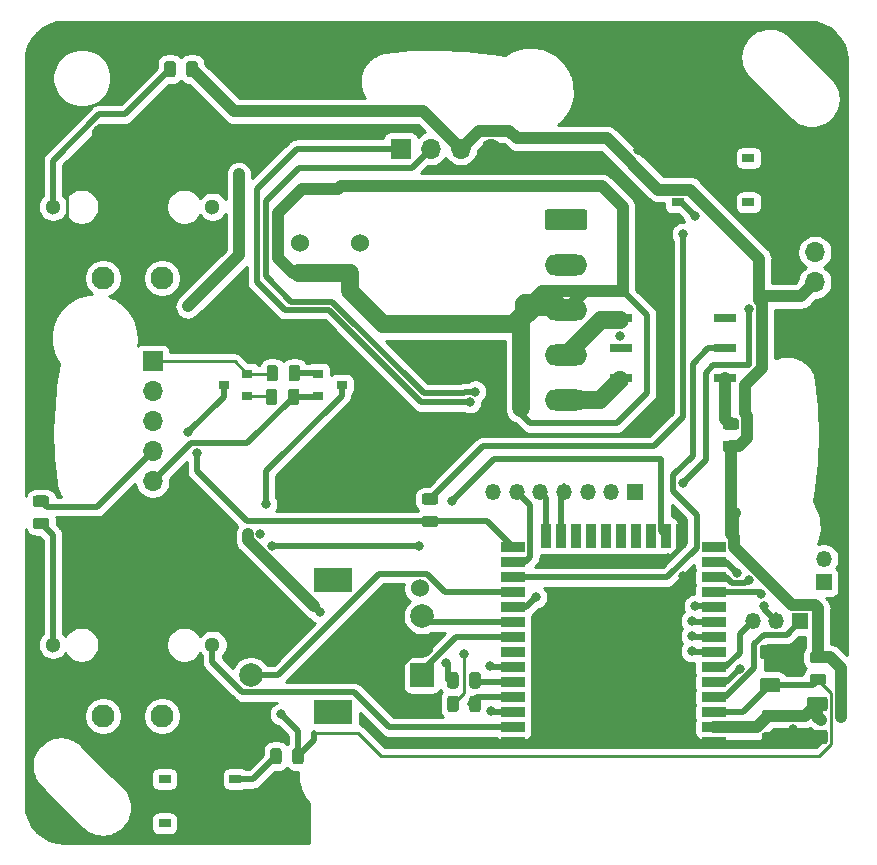
<source format=gbr>
%TF.GenerationSoftware,KiCad,Pcbnew,(5.1.6)-1*%
%TF.CreationDate,2022-02-08T04:05:35+01:00*%
%TF.ProjectId,Thermostat,54686572-6d6f-4737-9461-742e6b696361,rev?*%
%TF.SameCoordinates,Original*%
%TF.FileFunction,Copper,L1,Top*%
%TF.FilePolarity,Positive*%
%FSLAX46Y46*%
G04 Gerber Fmt 4.6, Leading zero omitted, Abs format (unit mm)*
G04 Created by KiCad (PCBNEW (5.1.6)-1) date 2022-02-08 04:05:35*
%MOMM*%
%LPD*%
G01*
G04 APERTURE LIST*
%TA.AperFunction,SMDPad,CuDef*%
%ADD10R,1.000000X0.750000*%
%TD*%
%TA.AperFunction,ComponentPad*%
%ADD11C,1.300000*%
%TD*%
%TA.AperFunction,ComponentPad*%
%ADD12C,1.950000*%
%TD*%
%TA.AperFunction,ComponentPad*%
%ADD13O,1.350000X1.350000*%
%TD*%
%TA.AperFunction,ComponentPad*%
%ADD14R,1.350000X1.350000*%
%TD*%
%TA.AperFunction,SMDPad,CuDef*%
%ADD15R,1.900000X0.700000*%
%TD*%
%TA.AperFunction,ComponentPad*%
%ADD16O,1.700000X1.700000*%
%TD*%
%TA.AperFunction,ComponentPad*%
%ADD17R,1.700000X1.700000*%
%TD*%
%TA.AperFunction,ComponentPad*%
%ADD18C,1.524000*%
%TD*%
%TA.AperFunction,ComponentPad*%
%ADD19R,2.000000X2.000000*%
%TD*%
%TA.AperFunction,ComponentPad*%
%ADD20C,2.000000*%
%TD*%
%TA.AperFunction,ComponentPad*%
%ADD21R,3.200000X2.000000*%
%TD*%
%TA.AperFunction,SMDPad,CuDef*%
%ADD22R,2.000000X0.900000*%
%TD*%
%TA.AperFunction,SMDPad,CuDef*%
%ADD23R,0.900000X2.000000*%
%TD*%
%TA.AperFunction,SMDPad,CuDef*%
%ADD24R,5.000000X5.000000*%
%TD*%
%TA.AperFunction,SMDPad,CuDef*%
%ADD25R,0.900000X0.800000*%
%TD*%
%TA.AperFunction,ComponentPad*%
%ADD26O,3.600000X1.800000*%
%TD*%
%TA.AperFunction,ViaPad*%
%ADD27C,0.800000*%
%TD*%
%TA.AperFunction,Conductor*%
%ADD28C,0.250000*%
%TD*%
%TA.AperFunction,Conductor*%
%ADD29C,1.000000*%
%TD*%
%TA.AperFunction,Conductor*%
%ADD30C,0.500000*%
%TD*%
%TA.AperFunction,Conductor*%
%ADD31C,1.500000*%
%TD*%
%TA.AperFunction,Conductor*%
%ADD32C,0.254000*%
%TD*%
G04 APERTURE END LIST*
D10*
%TO.P,S5,D1*%
%TO.N,Net-(S5-PadD1)*%
X125936000Y-50135000D03*
%TO.P,S5,C1*%
%TO.N,Net-(R4-Pad1)*%
X119936000Y-50135000D03*
%TO.P,S5,B1*%
%TO.N,Net-(S5-PadB1)*%
X125936000Y-46385000D03*
%TO.P,S5,A1*%
%TO.N,GND*%
X119936000Y-46385000D03*
%TD*%
%TO.P,S4,D1*%
%TO.N,Net-(S4-PadD1)*%
X76502000Y-98963000D03*
%TO.P,S4,C1*%
%TO.N,Net-(R5-Pad1)*%
X82502000Y-98963000D03*
%TO.P,S4,B1*%
%TO.N,Net-(S4-PadB1)*%
X76502000Y-102713000D03*
%TO.P,S4,A1*%
%TO.N,GND*%
X82502000Y-102713000D03*
%TD*%
D11*
%TO.P,S2,MH4*%
%TO.N,LEDDown*%
X80556000Y-87588000D03*
%TO.P,S2,MH3*%
%TO.N,Net-(R9-Pad1)*%
X67056000Y-87588000D03*
D12*
%TO.P,S2,C4*%
%TO.N,Net-(S2-PadC4)*%
X76306000Y-93638000D03*
%TO.P,S2,C3*%
%TO.N,DOWN*%
X71306000Y-93638000D03*
%TO.P,S2,C2*%
%TO.N,GND*%
X76306000Y-81538000D03*
%TO.P,S2,C1*%
X71306000Y-81538000D03*
%TD*%
D11*
%TO.P,S1,MH4*%
%TO.N,LEDUP*%
X80556000Y-50504000D03*
%TO.P,S1,MH3*%
%TO.N,Net-(R10-Pad1)*%
X67056000Y-50504000D03*
D12*
%TO.P,S1,C4*%
%TO.N,Net-(S1-PadC4)*%
X76306000Y-56554000D03*
%TO.P,S1,C3*%
%TO.N,UP*%
X71306000Y-56554000D03*
%TO.P,S1,C2*%
%TO.N,GND*%
X76306000Y-44454000D03*
%TO.P,S1,C1*%
X71306000Y-44454000D03*
%TD*%
D13*
%TO.P,J6,3*%
%TO.N,GPIO34*%
X126302000Y-85598000D03*
%TO.P,J6,2*%
%TO.N,GPIO39*%
X128302000Y-85598000D03*
D14*
%TO.P,J6,1*%
%TO.N,GPIO36*%
X130302000Y-85598000D03*
%TD*%
D13*
%TO.P,J5,2*%
%TO.N,GPIO27*%
X132334000Y-80296000D03*
D14*
%TO.P,J5,1*%
%TO.N,GPIO26*%
X132334000Y-82296000D03*
%TD*%
D15*
%TO.P,IC3,6*%
%TO.N,Load_N*%
X115141000Y-65028000D03*
%TO.P,IC3,5*%
%TO.N,Net-(IC3-Pad5)*%
X115141000Y-62488000D03*
%TO.P,IC3,4*%
%TO.N,Load_L*%
X115141000Y-59948000D03*
%TO.P,IC3,3*%
%TO.N,Net-(IC3-Pad3)*%
X123991000Y-59948000D03*
%TO.P,IC3,2*%
%TO.N,SSR*%
X123991000Y-62488000D03*
%TO.P,IC3,1*%
%TO.N,Net-(IC3-Pad1)*%
X123991000Y-65028000D03*
%TD*%
D13*
%TO.P,J4,7*%
%TO.N,DHT*%
X104332000Y-74676000D03*
%TO.P,J4,6*%
%TO.N,GPIO4*%
X106332000Y-74676000D03*
%TO.P,J4,5*%
%TO.N,GPIO2*%
X108332000Y-74676000D03*
%TO.P,J4,4*%
%TO.N,GPIO15*%
X110332000Y-74676000D03*
%TO.P,J4,3*%
%TO.N,GPIO35*%
X112332000Y-74676000D03*
%TO.P,J4,2*%
%TO.N,GPIO32*%
X114332000Y-74676000D03*
D14*
%TO.P,J4,1*%
%TO.N,GPIO33*%
X116332000Y-74676000D03*
%TD*%
D16*
%TO.P,J7,3*%
%TO.N,+3V3*%
X131572000Y-56896000D03*
%TO.P,J7,2*%
%TO.N,DHT*%
X131572000Y-54356000D03*
D17*
%TO.P,J7,1*%
%TO.N,GND*%
X131572000Y-51816000D03*
%TD*%
D18*
%TO.P,U2,2*%
%TO.N,GND*%
X82880000Y-82810000D03*
%TO.P,U2,3*%
%TO.N,+3V3*%
X98120000Y-82810000D03*
%TO.P,U2,1*%
%TO.N,AC_L*%
X87960000Y-53600000D03*
%TO.P,U2,0*%
%TO.N,AC_N*%
X93040000Y-53600000D03*
%TD*%
D19*
%TO.P,SW1,A*%
%TO.N,ROTA*%
X98298000Y-90170000D03*
D20*
%TO.P,SW1,C*%
%TO.N,GND*%
X98298000Y-87670000D03*
%TO.P,SW1,B*%
%TO.N,ROTB*%
X98298000Y-85170000D03*
D21*
%TO.P,SW1,MP*%
%TO.N,N/C*%
X90798000Y-93270000D03*
X90798000Y-82070000D03*
D20*
%TO.P,SW1,S2*%
%TO.N,RotarySwitch*%
X83798000Y-90170000D03*
%TO.P,SW1,S1*%
%TO.N,GND*%
X83798000Y-85170000D03*
%TD*%
%TO.P,R10,2*%
%TO.N,+3V3*%
%TA.AperFunction,SMDPad,CuDef*%
G36*
G01*
X78349500Y-39318250D02*
X78349500Y-38405750D01*
G75*
G02*
X78593250Y-38162000I243750J0D01*
G01*
X79080750Y-38162000D01*
G75*
G02*
X79324500Y-38405750I0J-243750D01*
G01*
X79324500Y-39318250D01*
G75*
G02*
X79080750Y-39562000I-243750J0D01*
G01*
X78593250Y-39562000D01*
G75*
G02*
X78349500Y-39318250I0J243750D01*
G01*
G37*
%TD.AperFunction*%
%TO.P,R10,1*%
%TO.N,Net-(R10-Pad1)*%
%TA.AperFunction,SMDPad,CuDef*%
G36*
G01*
X76474500Y-39318250D02*
X76474500Y-38405750D01*
G75*
G02*
X76718250Y-38162000I243750J0D01*
G01*
X77205750Y-38162000D01*
G75*
G02*
X77449500Y-38405750I0J-243750D01*
G01*
X77449500Y-39318250D01*
G75*
G02*
X77205750Y-39562000I-243750J0D01*
G01*
X76718250Y-39562000D01*
G75*
G02*
X76474500Y-39318250I0J243750D01*
G01*
G37*
%TD.AperFunction*%
%TD*%
%TO.P,R9,2*%
%TO.N,+3V3*%
%TA.AperFunction,SMDPad,CuDef*%
G36*
G01*
X66496250Y-75925500D02*
X65583750Y-75925500D01*
G75*
G02*
X65340000Y-75681750I0J243750D01*
G01*
X65340000Y-75194250D01*
G75*
G02*
X65583750Y-74950500I243750J0D01*
G01*
X66496250Y-74950500D01*
G75*
G02*
X66740000Y-75194250I0J-243750D01*
G01*
X66740000Y-75681750D01*
G75*
G02*
X66496250Y-75925500I-243750J0D01*
G01*
G37*
%TD.AperFunction*%
%TO.P,R9,1*%
%TO.N,Net-(R9-Pad1)*%
%TA.AperFunction,SMDPad,CuDef*%
G36*
G01*
X66496250Y-77800500D02*
X65583750Y-77800500D01*
G75*
G02*
X65340000Y-77556750I0J243750D01*
G01*
X65340000Y-77069250D01*
G75*
G02*
X65583750Y-76825500I243750J0D01*
G01*
X66496250Y-76825500D01*
G75*
G02*
X66740000Y-77069250I0J-243750D01*
G01*
X66740000Y-77556750D01*
G75*
G02*
X66496250Y-77800500I-243750J0D01*
G01*
G37*
%TD.AperFunction*%
%TD*%
D22*
%TO.P,U1,38*%
%TO.N,GND*%
X106000000Y-95855000D03*
%TO.P,U1,37*%
%TO.N,LEDDown*%
X106000000Y-94585000D03*
%TO.P,U1,36*%
%TO.N,SCL*%
X106000000Y-93315000D03*
%TO.P,U1,35*%
%TO.N,Net-(R2-Pad2)*%
X106000000Y-92045000D03*
%TO.P,U1,34*%
%TO.N,Net-(R3-Pad2)*%
X106000000Y-90775000D03*
%TO.P,U1,33*%
%TO.N,SDA*%
X106000000Y-89505000D03*
%TO.P,U1,32*%
%TO.N,Net-(U1-Pad32)*%
X106000000Y-88235000D03*
%TO.P,U1,31*%
%TO.N,ROTA*%
X106000000Y-86965000D03*
%TO.P,U1,30*%
%TO.N,ROTB*%
X106000000Y-85695000D03*
%TO.P,U1,29*%
%TO.N,DHT*%
X106000000Y-84425000D03*
%TO.P,U1,28*%
%TO.N,RotarySwitch*%
X106000000Y-83155000D03*
%TO.P,U1,27*%
%TO.N,SSR*%
X106000000Y-81885000D03*
%TO.P,U1,26*%
%TO.N,GPIO4*%
X106000000Y-80615000D03*
%TO.P,U1,25*%
%TO.N,BOOT*%
X106000000Y-79345000D03*
D23*
%TO.P,U1,24*%
%TO.N,GPIO2*%
X108785000Y-78345000D03*
%TO.P,U1,23*%
%TO.N,GPIO15*%
X110055000Y-78345000D03*
%TO.P,U1,22*%
%TO.N,Net-(U1-Pad22)*%
X111325000Y-78345000D03*
%TO.P,U1,21*%
%TO.N,Net-(U1-Pad21)*%
X112595000Y-78345000D03*
%TO.P,U1,20*%
%TO.N,Net-(U1-Pad20)*%
X113865000Y-78345000D03*
%TO.P,U1,19*%
%TO.N,Net-(U1-Pad19)*%
X115135000Y-78345000D03*
%TO.P,U1,18*%
%TO.N,Net-(U1-Pad18)*%
X116405000Y-78345000D03*
%TO.P,U1,17*%
%TO.N,Net-(U1-Pad17)*%
X117675000Y-78345000D03*
%TO.P,U1,16*%
%TO.N,DOWN*%
X118945000Y-78345000D03*
%TO.P,U1,15*%
%TO.N,GND*%
X120215000Y-78345000D03*
D22*
%TO.P,U1,14*%
%TO.N,GPIO12*%
X123000000Y-79345000D03*
%TO.P,U1,13*%
%TO.N,UP*%
X123000000Y-80615000D03*
%TO.P,U1,12*%
%TO.N,GPIO27*%
X123000000Y-81885000D03*
%TO.P,U1,11*%
%TO.N,GPIO26*%
X123000000Y-83155000D03*
%TO.P,U1,10*%
%TO.N,LEDUP*%
X123000000Y-84425000D03*
%TO.P,U1,9*%
%TO.N,GPIO33*%
X123000000Y-85695000D03*
%TO.P,U1,8*%
%TO.N,GPIO32*%
X123000000Y-86965000D03*
%TO.P,U1,7*%
%TO.N,GPIO35*%
X123000000Y-88235000D03*
%TO.P,U1,6*%
%TO.N,GPIO34*%
X123000000Y-89505000D03*
%TO.P,U1,5*%
%TO.N,GPIO39*%
X123000000Y-90775000D03*
%TO.P,U1,4*%
%TO.N,GPIO36*%
X123000000Y-92045000D03*
%TO.P,U1,3*%
%TO.N,RESET*%
X123000000Y-93315000D03*
%TO.P,U1,2*%
%TO.N,+3V3*%
X123000000Y-94585000D03*
%TO.P,U1,1*%
%TO.N,GND*%
X123000000Y-95855000D03*
D24*
%TO.P,U1,39*%
X115500000Y-88355000D03*
%TD*%
%TO.P,R8,2*%
%TO.N,+3V3*%
%TA.AperFunction,SMDPad,CuDef*%
G36*
G01*
X124003750Y-70300000D02*
X124916250Y-70300000D01*
G75*
G02*
X125160000Y-70543750I0J-243750D01*
G01*
X125160000Y-71031250D01*
G75*
G02*
X124916250Y-71275000I-243750J0D01*
G01*
X124003750Y-71275000D01*
G75*
G02*
X123760000Y-71031250I0J243750D01*
G01*
X123760000Y-70543750D01*
G75*
G02*
X124003750Y-70300000I243750J0D01*
G01*
G37*
%TD.AperFunction*%
%TO.P,R8,1*%
%TO.N,Net-(IC3-Pad1)*%
%TA.AperFunction,SMDPad,CuDef*%
G36*
G01*
X124003750Y-68425000D02*
X124916250Y-68425000D01*
G75*
G02*
X125160000Y-68668750I0J-243750D01*
G01*
X125160000Y-69156250D01*
G75*
G02*
X124916250Y-69400000I-243750J0D01*
G01*
X124003750Y-69400000D01*
G75*
G02*
X123760000Y-69156250I0J243750D01*
G01*
X123760000Y-68668750D01*
G75*
G02*
X124003750Y-68425000I243750J0D01*
G01*
G37*
%TD.AperFunction*%
%TD*%
%TO.P,R7,2*%
%TO.N,DTR*%
%TA.AperFunction,SMDPad,CuDef*%
G36*
G01*
X86112500Y-64143750D02*
X86112500Y-65056250D01*
G75*
G02*
X85868750Y-65300000I-243750J0D01*
G01*
X85381250Y-65300000D01*
G75*
G02*
X85137500Y-65056250I0J243750D01*
G01*
X85137500Y-64143750D01*
G75*
G02*
X85381250Y-63900000I243750J0D01*
G01*
X85868750Y-63900000D01*
G75*
G02*
X86112500Y-64143750I0J-243750D01*
G01*
G37*
%TD.AperFunction*%
%TO.P,R7,1*%
%TO.N,Net-(Q1-Pad1)*%
%TA.AperFunction,SMDPad,CuDef*%
G36*
G01*
X87987500Y-64143750D02*
X87987500Y-65056250D01*
G75*
G02*
X87743750Y-65300000I-243750J0D01*
G01*
X87256250Y-65300000D01*
G75*
G02*
X87012500Y-65056250I0J243750D01*
G01*
X87012500Y-64143750D01*
G75*
G02*
X87256250Y-63900000I243750J0D01*
G01*
X87743750Y-63900000D01*
G75*
G02*
X87987500Y-64143750I0J-243750D01*
G01*
G37*
%TD.AperFunction*%
%TD*%
%TO.P,R6,2*%
%TO.N,RTS*%
%TA.AperFunction,SMDPad,CuDef*%
G36*
G01*
X86950000Y-67056250D02*
X86950000Y-66143750D01*
G75*
G02*
X87193750Y-65900000I243750J0D01*
G01*
X87681250Y-65900000D01*
G75*
G02*
X87925000Y-66143750I0J-243750D01*
G01*
X87925000Y-67056250D01*
G75*
G02*
X87681250Y-67300000I-243750J0D01*
G01*
X87193750Y-67300000D01*
G75*
G02*
X86950000Y-67056250I0J243750D01*
G01*
G37*
%TD.AperFunction*%
%TO.P,R6,1*%
%TO.N,Net-(Q2-Pad1)*%
%TA.AperFunction,SMDPad,CuDef*%
G36*
G01*
X85075000Y-67056250D02*
X85075000Y-66143750D01*
G75*
G02*
X85318750Y-65900000I243750J0D01*
G01*
X85806250Y-65900000D01*
G75*
G02*
X86050000Y-66143750I0J-243750D01*
G01*
X86050000Y-67056250D01*
G75*
G02*
X85806250Y-67300000I-243750J0D01*
G01*
X85318750Y-67300000D01*
G75*
G02*
X85075000Y-67056250I0J243750D01*
G01*
G37*
%TD.AperFunction*%
%TD*%
%TO.P,R5,2*%
%TO.N,RESET*%
%TA.AperFunction,SMDPad,CuDef*%
G36*
G01*
X87318000Y-97484250D02*
X87318000Y-96571750D01*
G75*
G02*
X87561750Y-96328000I243750J0D01*
G01*
X88049250Y-96328000D01*
G75*
G02*
X88293000Y-96571750I0J-243750D01*
G01*
X88293000Y-97484250D01*
G75*
G02*
X88049250Y-97728000I-243750J0D01*
G01*
X87561750Y-97728000D01*
G75*
G02*
X87318000Y-97484250I0J243750D01*
G01*
G37*
%TD.AperFunction*%
%TO.P,R5,1*%
%TO.N,Net-(R5-Pad1)*%
%TA.AperFunction,SMDPad,CuDef*%
G36*
G01*
X85443000Y-97484250D02*
X85443000Y-96571750D01*
G75*
G02*
X85686750Y-96328000I243750J0D01*
G01*
X86174250Y-96328000D01*
G75*
G02*
X86418000Y-96571750I0J-243750D01*
G01*
X86418000Y-97484250D01*
G75*
G02*
X86174250Y-97728000I-243750J0D01*
G01*
X85686750Y-97728000D01*
G75*
G02*
X85443000Y-97484250I0J243750D01*
G01*
G37*
%TD.AperFunction*%
%TD*%
%TO.P,R4,2*%
%TO.N,BOOT*%
%TA.AperFunction,SMDPad,CuDef*%
G36*
G01*
X98525250Y-76650000D02*
X99437750Y-76650000D01*
G75*
G02*
X99681500Y-76893750I0J-243750D01*
G01*
X99681500Y-77381250D01*
G75*
G02*
X99437750Y-77625000I-243750J0D01*
G01*
X98525250Y-77625000D01*
G75*
G02*
X98281500Y-77381250I0J243750D01*
G01*
X98281500Y-76893750D01*
G75*
G02*
X98525250Y-76650000I243750J0D01*
G01*
G37*
%TD.AperFunction*%
%TO.P,R4,1*%
%TO.N,Net-(R4-Pad1)*%
%TA.AperFunction,SMDPad,CuDef*%
G36*
G01*
X98525250Y-74775000D02*
X99437750Y-74775000D01*
G75*
G02*
X99681500Y-75018750I0J-243750D01*
G01*
X99681500Y-75506250D01*
G75*
G02*
X99437750Y-75750000I-243750J0D01*
G01*
X98525250Y-75750000D01*
G75*
G02*
X98281500Y-75506250I0J243750D01*
G01*
X98281500Y-75018750D01*
G75*
G02*
X98525250Y-74775000I243750J0D01*
G01*
G37*
%TD.AperFunction*%
%TD*%
%TO.P,R3,2*%
%TO.N,Net-(R3-Pad2)*%
%TA.AperFunction,SMDPad,CuDef*%
G36*
G01*
X102304000Y-91056250D02*
X102304000Y-90143750D01*
G75*
G02*
X102547750Y-89900000I243750J0D01*
G01*
X103035250Y-89900000D01*
G75*
G02*
X103279000Y-90143750I0J-243750D01*
G01*
X103279000Y-91056250D01*
G75*
G02*
X103035250Y-91300000I-243750J0D01*
G01*
X102547750Y-91300000D01*
G75*
G02*
X102304000Y-91056250I0J243750D01*
G01*
G37*
%TD.AperFunction*%
%TO.P,R3,1*%
%TO.N,USART_RX*%
%TA.AperFunction,SMDPad,CuDef*%
G36*
G01*
X100429000Y-91056250D02*
X100429000Y-90143750D01*
G75*
G02*
X100672750Y-89900000I243750J0D01*
G01*
X101160250Y-89900000D01*
G75*
G02*
X101404000Y-90143750I0J-243750D01*
G01*
X101404000Y-91056250D01*
G75*
G02*
X101160250Y-91300000I-243750J0D01*
G01*
X100672750Y-91300000D01*
G75*
G02*
X100429000Y-91056250I0J243750D01*
G01*
G37*
%TD.AperFunction*%
%TD*%
%TO.P,R2,2*%
%TO.N,Net-(R2-Pad2)*%
%TA.AperFunction,SMDPad,CuDef*%
G36*
G01*
X102304000Y-93056250D02*
X102304000Y-92143750D01*
G75*
G02*
X102547750Y-91900000I243750J0D01*
G01*
X103035250Y-91900000D01*
G75*
G02*
X103279000Y-92143750I0J-243750D01*
G01*
X103279000Y-93056250D01*
G75*
G02*
X103035250Y-93300000I-243750J0D01*
G01*
X102547750Y-93300000D01*
G75*
G02*
X102304000Y-93056250I0J243750D01*
G01*
G37*
%TD.AperFunction*%
%TO.P,R2,1*%
%TO.N,USART_TX*%
%TA.AperFunction,SMDPad,CuDef*%
G36*
G01*
X100429000Y-93056250D02*
X100429000Y-92143750D01*
G75*
G02*
X100672750Y-91900000I243750J0D01*
G01*
X101160250Y-91900000D01*
G75*
G02*
X101404000Y-92143750I0J-243750D01*
G01*
X101404000Y-93056250D01*
G75*
G02*
X101160250Y-93300000I-243750J0D01*
G01*
X100672750Y-93300000D01*
G75*
G02*
X100429000Y-93056250I0J243750D01*
G01*
G37*
%TD.AperFunction*%
%TD*%
%TO.P,R1,2*%
%TO.N,RESET*%
%TA.AperFunction,SMDPad,CuDef*%
G36*
G01*
X131376250Y-90050000D02*
X132288750Y-90050000D01*
G75*
G02*
X132532500Y-90293750I0J-243750D01*
G01*
X132532500Y-90781250D01*
G75*
G02*
X132288750Y-91025000I-243750J0D01*
G01*
X131376250Y-91025000D01*
G75*
G02*
X131132500Y-90781250I0J243750D01*
G01*
X131132500Y-90293750D01*
G75*
G02*
X131376250Y-90050000I243750J0D01*
G01*
G37*
%TD.AperFunction*%
%TO.P,R1,1*%
%TO.N,+3V3*%
%TA.AperFunction,SMDPad,CuDef*%
G36*
G01*
X131376250Y-88175000D02*
X132288750Y-88175000D01*
G75*
G02*
X132532500Y-88418750I0J-243750D01*
G01*
X132532500Y-88906250D01*
G75*
G02*
X132288750Y-89150000I-243750J0D01*
G01*
X131376250Y-89150000D01*
G75*
G02*
X131132500Y-88906250I0J243750D01*
G01*
X131132500Y-88418750D01*
G75*
G02*
X131376250Y-88175000I243750J0D01*
G01*
G37*
%TD.AperFunction*%
%TD*%
D25*
%TO.P,Q2,3*%
%TO.N,BOOT*%
X81500000Y-65600000D03*
%TO.P,Q2,2*%
%TO.N,DTR*%
X83500000Y-64650000D03*
%TO.P,Q2,1*%
%TO.N,Net-(Q2-Pad1)*%
X83500000Y-66550000D03*
%TD*%
%TO.P,Q1,3*%
%TO.N,RESET*%
X91500000Y-65600000D03*
%TO.P,Q1,2*%
%TO.N,RTS*%
X89500000Y-66550000D03*
%TO.P,Q1,1*%
%TO.N,Net-(Q1-Pad1)*%
X89500000Y-64650000D03*
%TD*%
D16*
%TO.P,J3,6*%
%TO.N,GND*%
X75500000Y-76300000D03*
%TO.P,J3,5*%
%TO.N,RTS*%
X75500000Y-73760000D03*
%TO.P,J3,4*%
%TO.N,+3V3*%
X75500000Y-71220000D03*
%TO.P,J3,3*%
%TO.N,USART_RX*%
X75500000Y-68680000D03*
%TO.P,J3,2*%
%TO.N,USART_TX*%
X75500000Y-66140000D03*
D17*
%TO.P,J3,1*%
%TO.N,DTR*%
X75500000Y-63600000D03*
%TD*%
D16*
%TO.P,J2,4*%
%TO.N,GND*%
X104120000Y-45600000D03*
%TO.P,J2,3*%
%TO.N,+3V3*%
X101580000Y-45600000D03*
%TO.P,J2,2*%
%TO.N,SCL*%
X99040000Y-45600000D03*
D17*
%TO.P,J2,1*%
%TO.N,SDA*%
X96500000Y-45600000D03*
%TD*%
D26*
%TO.P,J1,5*%
%TO.N,Load_N*%
X110500000Y-66840000D03*
%TO.P,J1,4*%
%TO.N,Load_L*%
X110500000Y-63030000D03*
%TO.P,J1,3*%
%TO.N,Earth*%
X110500000Y-59220000D03*
%TO.P,J1,2*%
%TO.N,AC_N*%
X110500000Y-55410000D03*
%TO.P,J1,1*%
%TO.N,AC_L*%
%TA.AperFunction,ComponentPad*%
G36*
G01*
X108950000Y-50700000D02*
X112050000Y-50700000D01*
G75*
G02*
X112300000Y-50950000I0J-250000D01*
G01*
X112300000Y-52250000D01*
G75*
G02*
X112050000Y-52500000I-250000J0D01*
G01*
X108950000Y-52500000D01*
G75*
G02*
X108700000Y-52250000I0J250000D01*
G01*
X108700000Y-50950000D01*
G75*
G02*
X108950000Y-50700000I250000J0D01*
G01*
G37*
%TD.AperFunction*%
%TD*%
%TO.P,C3,2*%
%TO.N,GND*%
%TA.AperFunction,SMDPad,CuDef*%
G36*
G01*
X128395000Y-88825000D02*
X127145000Y-88825000D01*
G75*
G02*
X126895000Y-88575000I0J250000D01*
G01*
X126895000Y-87825000D01*
G75*
G02*
X127145000Y-87575000I250000J0D01*
G01*
X128395000Y-87575000D01*
G75*
G02*
X128645000Y-87825000I0J-250000D01*
G01*
X128645000Y-88575000D01*
G75*
G02*
X128395000Y-88825000I-250000J0D01*
G01*
G37*
%TD.AperFunction*%
%TO.P,C3,1*%
%TO.N,RESET*%
%TA.AperFunction,SMDPad,CuDef*%
G36*
G01*
X128395000Y-91625000D02*
X127145000Y-91625000D01*
G75*
G02*
X126895000Y-91375000I0J250000D01*
G01*
X126895000Y-90625000D01*
G75*
G02*
X127145000Y-90375000I250000J0D01*
G01*
X128395000Y-90375000D01*
G75*
G02*
X128645000Y-90625000I0J-250000D01*
G01*
X128645000Y-91375000D01*
G75*
G02*
X128395000Y-91625000I-250000J0D01*
G01*
G37*
%TD.AperFunction*%
%TD*%
%TO.P,C2,2*%
%TO.N,GND*%
%TA.AperFunction,SMDPad,CuDef*%
G36*
G01*
X127313750Y-94987500D02*
X128226250Y-94987500D01*
G75*
G02*
X128470000Y-95231250I0J-243750D01*
G01*
X128470000Y-95718750D01*
G75*
G02*
X128226250Y-95962500I-243750J0D01*
G01*
X127313750Y-95962500D01*
G75*
G02*
X127070000Y-95718750I0J243750D01*
G01*
X127070000Y-95231250D01*
G75*
G02*
X127313750Y-94987500I243750J0D01*
G01*
G37*
%TD.AperFunction*%
%TO.P,C2,1*%
%TO.N,+3V3*%
%TA.AperFunction,SMDPad,CuDef*%
G36*
G01*
X127313750Y-93112500D02*
X128226250Y-93112500D01*
G75*
G02*
X128470000Y-93356250I0J-243750D01*
G01*
X128470000Y-93843750D01*
G75*
G02*
X128226250Y-94087500I-243750J0D01*
G01*
X127313750Y-94087500D01*
G75*
G02*
X127070000Y-93843750I0J243750D01*
G01*
X127070000Y-93356250D01*
G75*
G02*
X127313750Y-93112500I243750J0D01*
G01*
G37*
%TD.AperFunction*%
%TD*%
%TO.P,C1,2*%
%TO.N,GND*%
%TA.AperFunction,SMDPad,CuDef*%
G36*
G01*
X131145000Y-94775000D02*
X132395000Y-94775000D01*
G75*
G02*
X132645000Y-95025000I0J-250000D01*
G01*
X132645000Y-95775000D01*
G75*
G02*
X132395000Y-96025000I-250000J0D01*
G01*
X131145000Y-96025000D01*
G75*
G02*
X130895000Y-95775000I0J250000D01*
G01*
X130895000Y-95025000D01*
G75*
G02*
X131145000Y-94775000I250000J0D01*
G01*
G37*
%TD.AperFunction*%
%TO.P,C1,1*%
%TO.N,+3V3*%
%TA.AperFunction,SMDPad,CuDef*%
G36*
G01*
X131145000Y-91975000D02*
X132395000Y-91975000D01*
G75*
G02*
X132645000Y-92225000I0J-250000D01*
G01*
X132645000Y-92975000D01*
G75*
G02*
X132395000Y-93225000I-250000J0D01*
G01*
X131145000Y-93225000D01*
G75*
G02*
X130895000Y-92975000I0J250000D01*
G01*
X130895000Y-92225000D01*
G75*
G02*
X131145000Y-91975000I250000J0D01*
G01*
G37*
%TD.AperFunction*%
%TD*%
D27*
%TO.N,GND*%
X129726000Y-94746000D03*
X129726000Y-88396000D03*
X119126000Y-80264000D03*
X120396000Y-81788000D03*
X87630000Y-86614000D03*
X90170000Y-88646000D03*
X93472000Y-94213001D03*
X94234000Y-91694000D03*
X69088000Y-77978000D03*
X66040000Y-73152000D03*
X116586000Y-45720000D03*
X113284000Y-46990000D03*
X70104000Y-77470000D03*
X69850000Y-78740000D03*
X69088000Y-78994000D03*
X65786000Y-72136000D03*
X65786000Y-71120000D03*
X112014000Y-46990000D03*
X118110000Y-44958000D03*
X120396000Y-44958000D03*
X109982000Y-84328000D03*
X111252000Y-84328000D03*
X113030000Y-84328000D03*
X114554000Y-84328000D03*
X109728000Y-85598000D03*
X108966000Y-87630000D03*
X108966000Y-90424000D03*
X108966000Y-92710000D03*
X109172500Y-93932500D03*
X110998000Y-94234000D03*
X114046000Y-94234000D03*
X116332000Y-93726000D03*
X118872000Y-94234000D03*
X120142000Y-93472000D03*
X119634000Y-89662000D03*
X118872000Y-87884000D03*
X111760000Y-87376000D03*
X111252000Y-90932000D03*
X111252000Y-92710000D03*
X115062000Y-91948000D03*
X117348000Y-92202000D03*
%TO.N,+3V3*%
X82804000Y-47752000D03*
X78486000Y-58928000D03*
X83566000Y-78232000D03*
X89662000Y-84836000D03*
X132080000Y-93980000D03*
X133604000Y-89408000D03*
X84074000Y-79248000D03*
X89154000Y-84328000D03*
X84582000Y-78232000D03*
X133795020Y-93726000D03*
%TO.N,RESET*%
X85090000Y-75692000D03*
X86360000Y-93472000D03*
%TO.N,Load_L*%
X115050000Y-60060000D03*
%TO.N,SCL*%
X104140000Y-93218000D03*
X102804989Y-66159471D03*
%TO.N,SDA*%
X102362000Y-67056000D03*
X104072000Y-89412000D03*
%TO.N,USART_RX*%
X100330000Y-89154000D03*
%TO.N,USART_TX*%
X101854000Y-88392000D03*
%TO.N,BOOT*%
X79248000Y-71374000D03*
X78486000Y-69596000D03*
%TO.N,Net-(R4-Pad1)*%
X120396000Y-52832000D03*
X121412000Y-51308000D03*
%TO.N,DOWN*%
X100838000Y-75438000D03*
X98044000Y-79248000D03*
X85635000Y-79248000D03*
%TO.N,UP*%
X124968000Y-81534000D03*
%TO.N,GPIO39*%
X125196460Y-89636460D03*
X127254000Y-84328000D03*
%TO.N,GPIO35*%
X121158000Y-88138000D03*
%TO.N,GPIO33*%
X121158000Y-85598000D03*
%TO.N,GPIO32*%
X121158000Y-86868000D03*
%TO.N,GPIO27*%
X125948979Y-82077021D03*
%TO.N,GPIO26*%
X127000000Y-83312000D03*
%TO.N,LEDUP*%
X121412000Y-84328000D03*
%TO.N,Earth*%
X115316000Y-57658000D03*
X115062000Y-61468000D03*
X106934000Y-58420000D03*
X106680000Y-60452000D03*
%TO.N,DHT*%
X125984000Y-59182000D03*
X120396000Y-73914000D03*
X107950000Y-83566000D03*
%TD*%
D28*
%TO.N,GND*%
X131695000Y-95475000D02*
X131770000Y-95400000D01*
X127770000Y-95475000D02*
X131695000Y-95475000D01*
X127390000Y-95855000D02*
X127770000Y-95475000D01*
X123000000Y-95855000D02*
X127390000Y-95855000D01*
X114750000Y-88355000D02*
X115500000Y-88355000D01*
X107250000Y-95855000D02*
X109172500Y-93932500D01*
X106000000Y-95855000D02*
X107250000Y-95855000D01*
X113506999Y-90348001D02*
X115500000Y-88355000D01*
X113506999Y-95094001D02*
X113506999Y-90348001D01*
X114267998Y-95855000D02*
X113506999Y-95094001D01*
X123000000Y-95855000D02*
X114267998Y-95855000D01*
X127770000Y-95475000D02*
X128997000Y-95475000D01*
X128997000Y-95475000D02*
X129726000Y-94746000D01*
X127966000Y-88396000D02*
X127770000Y-88200000D01*
X129726000Y-88396000D02*
X127966000Y-88396000D01*
X120215000Y-78345000D02*
X120215000Y-79175000D01*
X120215000Y-79175000D02*
X119126000Y-80264000D01*
X120396000Y-83459000D02*
X115500000Y-88355000D01*
X120396000Y-81788000D02*
X120396000Y-83459000D01*
X83798000Y-85170000D02*
X86186000Y-85170000D01*
X86186000Y-85170000D02*
X87630000Y-86614000D01*
X97322000Y-88646000D02*
X98298000Y-87670000D01*
X90170000Y-88646000D02*
X97322000Y-88646000D01*
X106000000Y-95855000D02*
X95113999Y-95855000D01*
X95113999Y-95855000D02*
X93472000Y-94213001D01*
X98258000Y-87670000D02*
X98298000Y-87670000D01*
X94234000Y-91694000D02*
X98258000Y-87670000D01*
X71306000Y-81538000D02*
X69088000Y-79320000D01*
X66040000Y-73152000D02*
X66040000Y-54102000D01*
X66040000Y-54102000D02*
X67056000Y-53086000D01*
X68687002Y-53086000D02*
X68941002Y-52832000D01*
X67056000Y-53086000D02*
X68687002Y-53086000D01*
X68230999Y-47529001D02*
X71306000Y-44454000D01*
X68230999Y-52121997D02*
X68230999Y-47529001D01*
X68941002Y-52832000D02*
X68230999Y-52121997D01*
X119936000Y-46385000D02*
X117251000Y-46385000D01*
X117251000Y-46385000D02*
X116586000Y-45720000D01*
X105510000Y-46990000D02*
X104120000Y-45600000D01*
D29*
X70104000Y-77470000D02*
X70104000Y-78486000D01*
X70104000Y-78486000D02*
X69850000Y-78740000D01*
D28*
X69088000Y-79320000D02*
X69088000Y-78994000D01*
X69088000Y-78994000D02*
X69088000Y-77978000D01*
X113284000Y-46990000D02*
X112014000Y-46990000D01*
X112014000Y-46990000D02*
X105510000Y-46990000D01*
D29*
X118110000Y-44958000D02*
X119126000Y-43942000D01*
X119126000Y-43942000D02*
X119380000Y-43942000D01*
X119380000Y-43942000D02*
X120396000Y-44958000D01*
D28*
X109172500Y-93932500D02*
X114750000Y-88355000D01*
D30*
%TO.N,+3V3*%
X66525527Y-75923527D02*
X70796473Y-75923527D01*
X70796473Y-75923527D02*
X75500000Y-71220000D01*
X66040000Y-75438000D02*
X66525527Y-75923527D01*
D29*
X127610320Y-93600000D02*
X127770000Y-93600000D01*
X126625320Y-94585000D02*
X127610320Y-93600000D01*
X123000000Y-94585000D02*
X126625320Y-94585000D01*
X130770000Y-93600000D02*
X131770000Y-92600000D01*
X127770000Y-93600000D02*
X130770000Y-93600000D01*
X83566000Y-78740000D02*
X83820000Y-78994000D01*
X83566000Y-78232000D02*
X83566000Y-78740000D01*
X83820000Y-78994000D02*
X89154000Y-84328000D01*
X82804000Y-54610000D02*
X82804000Y-47752000D01*
X78486000Y-58928000D02*
X82804000Y-54610000D01*
X98404227Y-42424227D02*
X82399227Y-42424227D01*
X82399227Y-42424227D02*
X78837000Y-38862000D01*
X101580000Y-45600000D02*
X98404227Y-42424227D01*
X130393000Y-58075000D02*
X131572000Y-56896000D01*
X126837000Y-58075000D02*
X130393000Y-58075000D01*
X126837000Y-54900998D02*
X126837000Y-58075000D01*
X101580000Y-45600000D02*
X103130001Y-44049999D01*
X120996001Y-49059999D02*
X126837000Y-54900998D01*
X103130001Y-44049999D02*
X105691511Y-44049999D01*
X106351511Y-44709999D02*
X113947997Y-44709999D01*
X105691511Y-44049999D02*
X106351511Y-44709999D01*
X118297997Y-49059999D02*
X120996001Y-49059999D01*
X113947997Y-44709999D02*
X118297997Y-49059999D01*
X127084001Y-64177999D02*
X125641001Y-65620999D01*
X127084001Y-58653999D02*
X127084001Y-64177999D01*
X126837000Y-58406998D02*
X127084001Y-58653999D01*
X126837000Y-58075000D02*
X126837000Y-58406998D01*
X124610259Y-76585866D02*
X124610259Y-78381840D01*
X124798001Y-76398124D02*
X124610259Y-76585866D01*
X132858500Y-88662500D02*
X133604000Y-89408000D01*
X131832500Y-88662500D02*
X132858500Y-88662500D01*
X131770000Y-93670000D02*
X132080000Y-93980000D01*
X131770000Y-92600000D02*
X131770000Y-93670000D01*
X133795020Y-89599020D02*
X133795020Y-93726000D01*
X133604000Y-89408000D02*
X133795020Y-89599020D01*
X125160000Y-70787500D02*
X124460000Y-70787500D01*
X125860010Y-70087490D02*
X125160000Y-70787500D01*
X125860010Y-68202010D02*
X125860010Y-70087490D01*
X125641001Y-67983001D02*
X125860010Y-68202010D01*
X125641001Y-65620999D02*
X125641001Y-67983001D01*
X124460000Y-78231581D02*
X124610259Y-78381840D01*
X124460000Y-70787500D02*
X124460000Y-78231581D01*
X131832500Y-84518498D02*
X131832500Y-88662500D01*
X131537001Y-84222999D02*
X131832500Y-84518498D01*
X129650592Y-84222999D02*
X131537001Y-84222999D01*
X124708339Y-79280746D02*
X129650592Y-84222999D01*
X124708339Y-78479920D02*
X124708339Y-79280746D01*
X124460000Y-78231581D02*
X124708339Y-78479920D01*
D28*
%TO.N,RESET*%
X92922602Y-95085959D02*
X89175541Y-95085959D01*
X94868643Y-97032000D02*
X92922602Y-95085959D01*
X131951190Y-97032000D02*
X94868643Y-97032000D01*
X132970010Y-96013180D02*
X131951190Y-97032000D01*
X132970010Y-91675010D02*
X132970010Y-96013180D01*
X131832500Y-90537500D02*
X132970010Y-91675010D01*
D30*
X85090000Y-72910000D02*
X85090000Y-75692000D01*
X91500000Y-66500000D02*
X85090000Y-72910000D01*
X91500000Y-65600000D02*
X91500000Y-66500000D01*
X125455000Y-93315000D02*
X127770000Y-91000000D01*
X123000000Y-93315000D02*
X125455000Y-93315000D01*
X131370000Y-91000000D02*
X131832500Y-90537500D01*
X127770000Y-91000000D02*
X131370000Y-91000000D01*
X87805500Y-94917500D02*
X86360000Y-93472000D01*
X87805500Y-97028000D02*
X87805500Y-94917500D01*
X89175541Y-95657959D02*
X89175541Y-95085959D01*
X87805500Y-97028000D02*
X89175541Y-95657959D01*
D31*
%TO.N,Load_L*%
X113470000Y-60060000D02*
X115050000Y-60060000D01*
X110500000Y-63030000D02*
X113470000Y-60060000D01*
X115050000Y-60060000D02*
X115050000Y-60060000D01*
%TO.N,Load_N*%
X113350000Y-66840000D02*
X115050000Y-65140000D01*
X110500000Y-66840000D02*
X113350000Y-66840000D01*
D30*
%TO.N,SCL*%
X97416000Y-47224000D02*
X87904000Y-47224000D01*
X99040000Y-45600000D02*
X97416000Y-47224000D01*
X87904000Y-47224000D02*
X85090000Y-50038000D01*
X85090000Y-50038000D02*
X85090000Y-56388000D01*
X87251000Y-58549000D02*
X88771000Y-58549000D01*
X85090000Y-56388000D02*
X87251000Y-58549000D01*
X90703739Y-58549000D02*
X98448739Y-66294000D01*
X88771000Y-58549000D02*
X90703739Y-58549000D01*
X98448739Y-66294000D02*
X101865998Y-66294000D01*
X101953999Y-66205999D02*
X102781999Y-66205999D01*
X101865998Y-66294000D02*
X101953999Y-66205999D01*
X104237000Y-93315000D02*
X104140000Y-93218000D01*
X106000000Y-93315000D02*
X104237000Y-93315000D01*
%TO.N,SDA*%
X86681010Y-59249010D02*
X84328000Y-56896000D01*
X90413786Y-59249010D02*
X86681010Y-59249010D01*
X98220776Y-67056000D02*
X90413786Y-59249010D01*
X102362000Y-67056000D02*
X98220776Y-67056000D01*
X87698814Y-45600000D02*
X96500000Y-45600000D01*
X84328000Y-48970814D02*
X87698814Y-45600000D01*
X84328000Y-56896000D02*
X84328000Y-48970814D01*
X104165000Y-89505000D02*
X104072000Y-89412000D01*
X106000000Y-89505000D02*
X104165000Y-89505000D01*
%TO.N,RTS*%
X83513501Y-70523999D02*
X87437500Y-66600000D01*
X78736001Y-70523999D02*
X83513501Y-70523999D01*
X75500000Y-73760000D02*
X78736001Y-70523999D01*
X89450000Y-66600000D02*
X89500000Y-66550000D01*
X87437500Y-66600000D02*
X89450000Y-66600000D01*
D28*
%TO.N,USART_RX*%
X100500000Y-90600000D02*
X100434000Y-90600000D01*
D30*
X100500000Y-89324000D02*
X100330000Y-89154000D01*
X100500000Y-90600000D02*
X100500000Y-89324000D01*
D28*
%TO.N,USART_TX*%
X100916500Y-92600000D02*
X101854000Y-91662500D01*
X101854000Y-91662500D02*
X101854000Y-88392000D01*
%TO.N,DTR*%
X82450000Y-63600000D02*
X83500000Y-64650000D01*
X75500000Y-63600000D02*
X82450000Y-63600000D01*
X85575000Y-64650000D02*
X85625000Y-64600000D01*
X83500000Y-64650000D02*
X85575000Y-64650000D01*
D30*
%TO.N,Net-(Q1-Pad1)*%
X89450000Y-64600000D02*
X89500000Y-64650000D01*
X87500000Y-64600000D02*
X89450000Y-64600000D01*
%TO.N,BOOT*%
X81500000Y-66582000D02*
X78486000Y-69596000D01*
X81500000Y-65600000D02*
X81500000Y-66582000D01*
X79248000Y-72898000D02*
X83487500Y-77137500D01*
X79248000Y-71374000D02*
X79248000Y-72898000D01*
X98981500Y-77137500D02*
X83487500Y-77137500D01*
X103792500Y-77137500D02*
X106000000Y-79345000D01*
X98981500Y-77137500D02*
X103792500Y-77137500D01*
D28*
%TO.N,Net-(Q2-Pad1)*%
X85512500Y-66550000D02*
X85562500Y-66600000D01*
X83500000Y-66550000D02*
X85512500Y-66550000D01*
%TO.N,SSR*%
X124650000Y-62600000D02*
X123950000Y-62600000D01*
D30*
X122541000Y-62488000D02*
X123991000Y-62488000D01*
X121219000Y-63810000D02*
X122541000Y-62488000D01*
X121219000Y-71578998D02*
X121219000Y-63810000D01*
X119545999Y-73251999D02*
X121219000Y-71578998D01*
X106000000Y-81885000D02*
X119040998Y-81885000D01*
X119040998Y-81885000D02*
X121549999Y-79375999D01*
X121549999Y-76591999D02*
X119545999Y-74587999D01*
X121549999Y-79375999D02*
X121549999Y-76591999D01*
X119545999Y-74587999D02*
X119545999Y-73251999D01*
%TO.N,Net-(R2-Pad2)*%
X102930000Y-92045000D02*
X102375000Y-92600000D01*
X106000000Y-92045000D02*
X102930000Y-92045000D01*
%TO.N,Net-(R3-Pad2)*%
X106000000Y-90775000D02*
X102550000Y-90775000D01*
%TO.N,Net-(R4-Pad1)*%
X120239000Y-50135000D02*
X121412000Y-51308000D01*
X119936000Y-50135000D02*
X120239000Y-50135000D01*
X117911012Y-70798990D02*
X103445010Y-70798990D01*
X120396000Y-68314002D02*
X117911012Y-70798990D01*
X103445010Y-70798990D02*
X98981500Y-75262500D01*
X120396000Y-52832000D02*
X120396000Y-68314002D01*
%TO.N,Net-(R5-Pad1)*%
X83995500Y-98963000D02*
X85930500Y-97028000D01*
X82502000Y-98963000D02*
X83995500Y-98963000D01*
%TO.N,ROTA*%
X98298000Y-89816002D02*
X98298000Y-90170000D01*
X101149002Y-86965000D02*
X98298000Y-89816002D01*
X106000000Y-86965000D02*
X101149002Y-86965000D01*
%TO.N,ROTB*%
X98823000Y-85695000D02*
X98298000Y-85170000D01*
X106000000Y-85695000D02*
X98823000Y-85695000D01*
%TO.N,RotarySwitch*%
X98701761Y-81597999D02*
X94680003Y-81597999D01*
X100258762Y-83155000D02*
X98701761Y-81597999D01*
X86108002Y-90170000D02*
X83798000Y-90170000D01*
X94680003Y-81597999D02*
X86108002Y-90170000D01*
X106000000Y-83155000D02*
X100258762Y-83155000D01*
%TO.N,DOWN*%
X104402964Y-71873036D02*
X100838000Y-75438000D01*
X118575001Y-71873036D02*
X104402964Y-71873036D01*
X118945000Y-78345000D02*
X118575001Y-77975001D01*
X118575001Y-77975001D02*
X118575001Y-71873036D01*
X98044000Y-79248000D02*
X85635000Y-79248000D01*
%TO.N,UP*%
X123000000Y-80615000D02*
X124049000Y-80615000D01*
X124049000Y-80615000D02*
X124968000Y-81534000D01*
%TO.N,GPIO39*%
X128270000Y-85710034D02*
X128270000Y-85090000D01*
X123000000Y-90775000D02*
X124057920Y-90775000D01*
X124057920Y-90775000D02*
X125196460Y-89636460D01*
X127254000Y-84550000D02*
X128302000Y-85598000D01*
X127254000Y-84328000D02*
X127254000Y-84550000D01*
%TO.N,GPIO36*%
X129176999Y-86723001D02*
X130302000Y-85598000D01*
X127257033Y-86723001D02*
X129176999Y-86723001D01*
X126444990Y-87535044D02*
X127257033Y-86723001D01*
X123990002Y-92045000D02*
X126444990Y-89590012D01*
X126444990Y-89590012D02*
X126444990Y-87535044D01*
X123000000Y-92045000D02*
X123990002Y-92045000D01*
%TO.N,GPIO35*%
X123000000Y-88235000D02*
X121255000Y-88235000D01*
X121255000Y-88235000D02*
X121158000Y-88138000D01*
%TO.N,GPIO34*%
X123990002Y-89505000D02*
X125222000Y-88273002D01*
X123000000Y-89505000D02*
X123990002Y-89505000D01*
X125222000Y-86678000D02*
X126302000Y-85598000D01*
X125222000Y-88273002D02*
X125222000Y-86678000D01*
%TO.N,GPIO33*%
X123000000Y-85695000D02*
X121255000Y-85695000D01*
X121255000Y-85695000D02*
X121158000Y-85598000D01*
%TO.N,GPIO32*%
X123000000Y-86965000D02*
X121255000Y-86965000D01*
X121255000Y-86965000D02*
X121158000Y-86868000D01*
%TO.N,GPIO27*%
X124559999Y-82384001D02*
X125641999Y-82384001D01*
X125641999Y-82384001D02*
X125948979Y-82077021D01*
X123000000Y-81885000D02*
X124060998Y-81885000D01*
X124060998Y-81885000D02*
X124559999Y-82384001D01*
%TO.N,GPIO26*%
X123000000Y-83155000D02*
X126843000Y-83155000D01*
X126843000Y-83155000D02*
X127000000Y-83312000D01*
D28*
%TO.N,GPIO2*%
X108785000Y-78345000D02*
X108545000Y-78345000D01*
D30*
%TO.N,GPIO15*%
X110300000Y-74463002D02*
X110300000Y-74168000D01*
X110055000Y-74953000D02*
X110332000Y-74676000D01*
X110055000Y-78345000D02*
X110055000Y-74953000D01*
%TO.N,GPIO4*%
X107450001Y-80155001D02*
X107450001Y-75794001D01*
X106990002Y-80615000D02*
X107450001Y-80155001D01*
X107450001Y-75794001D02*
X106332000Y-74676000D01*
X106000000Y-80615000D02*
X106990002Y-80615000D01*
%TO.N,GPIO2*%
X108785000Y-75129000D02*
X108332000Y-74676000D01*
X108785000Y-78345000D02*
X108785000Y-75129000D01*
D29*
%TO.N,Net-(IC3-Pad1)*%
X123991000Y-68443500D02*
X124460000Y-68912500D01*
X123991000Y-65028000D02*
X123991000Y-68443500D01*
D30*
%TO.N,Net-(R9-Pad1)*%
X67056000Y-78329000D02*
X66040000Y-77313000D01*
X67056000Y-87588000D02*
X67056000Y-78329000D01*
%TO.N,Net-(R10-Pad1)*%
X76962000Y-38862000D02*
X73152000Y-42672000D01*
X67056000Y-46594998D02*
X67056000Y-50504000D01*
X70978998Y-42672000D02*
X67056000Y-46594998D01*
X73152000Y-42672000D02*
X70978998Y-42672000D01*
%TO.N,LEDUP*%
X122903000Y-84328000D02*
X123000000Y-84425000D01*
X121412000Y-84328000D02*
X122903000Y-84328000D01*
%TO.N,LEDDown*%
X80556000Y-89074002D02*
X80556000Y-87588000D01*
X83101999Y-91620001D02*
X80556000Y-89074002D01*
X92558003Y-91620001D02*
X83101999Y-91620001D01*
X95523002Y-94585000D02*
X92558003Y-91620001D01*
X106000000Y-94585000D02*
X95523002Y-94585000D01*
D29*
%TO.N,Earth*%
X107912000Y-59220000D02*
X106680000Y-60452000D01*
X110500000Y-59220000D02*
X107912000Y-59220000D01*
X106680000Y-58674000D02*
X106934000Y-58420000D01*
X106680000Y-60452000D02*
X106680000Y-58674000D01*
X109700000Y-58420000D02*
X110500000Y-59220000D01*
X106934000Y-58420000D02*
X109700000Y-58420000D01*
X112062000Y-57658000D02*
X115316000Y-57658000D01*
X110500000Y-59220000D02*
X112062000Y-57658000D01*
X115316000Y-57658000D02*
X108458000Y-57658000D01*
X108458000Y-57658000D02*
X105664000Y-60452000D01*
X87884000Y-56134000D02*
X87376000Y-56134000D01*
X87376000Y-56134000D02*
X86106000Y-54864000D01*
X86106000Y-54864000D02*
X86106000Y-51054000D01*
X86106000Y-51054000D02*
X88138000Y-49022000D01*
X91186000Y-49022000D02*
X91440000Y-48768000D01*
X88138000Y-49022000D02*
X91186000Y-49022000D01*
X91440000Y-48768000D02*
X113538000Y-48768000D01*
X115316000Y-50546000D02*
X115316000Y-57658000D01*
X113538000Y-48768000D02*
X115316000Y-50546000D01*
D31*
X92202000Y-56134000D02*
X87884000Y-56134000D01*
X92202000Y-57658000D02*
X92202000Y-56134000D01*
X105664000Y-60452000D02*
X94996000Y-60452000D01*
X94996000Y-60452000D02*
X92202000Y-57658000D01*
X106680000Y-60452000D02*
X106680000Y-67564000D01*
D30*
X106680000Y-67564000D02*
X106680000Y-68072000D01*
X106680000Y-68072000D02*
X107442000Y-68834000D01*
X107442000Y-68834000D02*
X114808000Y-68834000D01*
X114808000Y-68834000D02*
X117348000Y-66294000D01*
X117348000Y-59690000D02*
X115316000Y-57658000D01*
X117348000Y-66294000D02*
X117348000Y-59690000D01*
%TO.N,DHT*%
X125984000Y-63934484D02*
X122974514Y-63934484D01*
X125984000Y-59182000D02*
X125984000Y-63934484D01*
X122974514Y-63934484D02*
X122349990Y-64559008D01*
X122349990Y-64559008D02*
X122349990Y-71960010D01*
X122349990Y-71960010D02*
X120396000Y-73914000D01*
X106000000Y-84425000D02*
X107091000Y-84425000D01*
X107091000Y-84425000D02*
X107950000Y-83566000D01*
%TD*%
D32*
%TO.N,GND*%
G36*
X78363001Y-72854521D02*
G01*
X78358719Y-72898000D01*
X78375805Y-73071490D01*
X78426412Y-73238313D01*
X78508590Y-73392059D01*
X78591468Y-73493046D01*
X78591471Y-73493049D01*
X78619184Y-73526817D01*
X78652951Y-73554530D01*
X82653363Y-77554942D01*
X82617716Y-77598377D01*
X82512324Y-77795554D01*
X82447423Y-78009502D01*
X82431000Y-78176249D01*
X82431000Y-78684249D01*
X82425509Y-78740000D01*
X82431000Y-78795751D01*
X82431000Y-78795752D01*
X82447423Y-78962499D01*
X82512324Y-79176447D01*
X82617717Y-79373623D01*
X82759552Y-79546449D01*
X82802860Y-79581991D01*
X82978012Y-79757143D01*
X88390856Y-85169988D01*
X88520377Y-85276283D01*
X88717553Y-85381675D01*
X88798164Y-85406129D01*
X88858063Y-85495774D01*
X89002226Y-85639937D01*
X89171744Y-85753205D01*
X89243497Y-85782926D01*
X85741424Y-89285000D01*
X85173059Y-89285000D01*
X85067987Y-89127748D01*
X84840252Y-88900013D01*
X84572463Y-88721082D01*
X84274912Y-88597832D01*
X83959033Y-88535000D01*
X83636967Y-88535000D01*
X83321088Y-88597832D01*
X83023537Y-88721082D01*
X82755748Y-88900013D01*
X82528013Y-89127748D01*
X82349082Y-89395537D01*
X82284655Y-89551078D01*
X81441000Y-88707424D01*
X81441000Y-88520265D01*
X81554125Y-88407140D01*
X81694753Y-88196676D01*
X81791619Y-87962821D01*
X81841000Y-87714561D01*
X81841000Y-87461439D01*
X81791619Y-87213179D01*
X81694753Y-86979324D01*
X81554125Y-86768860D01*
X81375140Y-86589875D01*
X81164676Y-86449247D01*
X80930821Y-86352381D01*
X80682561Y-86303000D01*
X80429439Y-86303000D01*
X80181179Y-86352381D01*
X79947324Y-86449247D01*
X79736860Y-86589875D01*
X79557875Y-86768860D01*
X79506336Y-86845994D01*
X79348312Y-86609495D01*
X79134505Y-86395688D01*
X78883095Y-86227701D01*
X78603743Y-86111989D01*
X78307184Y-86053000D01*
X78004816Y-86053000D01*
X77708257Y-86111989D01*
X77428905Y-86227701D01*
X77177495Y-86395688D01*
X76963688Y-86609495D01*
X76795701Y-86860905D01*
X76679989Y-87140257D01*
X76621000Y-87436816D01*
X76621000Y-87739184D01*
X76679989Y-88035743D01*
X76795701Y-88315095D01*
X76963688Y-88566505D01*
X77177495Y-88780312D01*
X77428905Y-88948299D01*
X77708257Y-89064011D01*
X78004816Y-89123000D01*
X78307184Y-89123000D01*
X78603743Y-89064011D01*
X78883095Y-88948299D01*
X79134505Y-88780312D01*
X79348312Y-88566505D01*
X79506336Y-88330006D01*
X79557875Y-88407140D01*
X79671000Y-88520265D01*
X79671000Y-89030532D01*
X79666719Y-89074002D01*
X79671000Y-89117471D01*
X79671000Y-89117478D01*
X79680658Y-89215537D01*
X79683805Y-89247492D01*
X79688184Y-89261928D01*
X79734411Y-89414314D01*
X79816589Y-89568060D01*
X79927183Y-89702819D01*
X79960956Y-89730536D01*
X82445469Y-92215050D01*
X82473182Y-92248818D01*
X82506950Y-92276531D01*
X82506952Y-92276533D01*
X82544995Y-92307754D01*
X82607940Y-92359412D01*
X82761686Y-92441590D01*
X82928509Y-92492196D01*
X83058522Y-92505001D01*
X83058532Y-92505001D01*
X83101998Y-92509282D01*
X83145464Y-92505001D01*
X85989956Y-92505001D01*
X85869744Y-92554795D01*
X85700226Y-92668063D01*
X85556063Y-92812226D01*
X85442795Y-92981744D01*
X85364774Y-93170102D01*
X85325000Y-93370061D01*
X85325000Y-93573939D01*
X85364774Y-93773898D01*
X85442795Y-93962256D01*
X85556063Y-94131774D01*
X85700226Y-94275937D01*
X85869744Y-94389205D01*
X86058102Y-94467226D01*
X86114957Y-94478535D01*
X86920501Y-95284080D01*
X86920501Y-95969785D01*
X86868000Y-96033756D01*
X86797792Y-95948208D01*
X86664164Y-95838542D01*
X86511709Y-95757053D01*
X86346285Y-95706872D01*
X86174250Y-95689928D01*
X85686750Y-95689928D01*
X85514715Y-95706872D01*
X85349291Y-95757053D01*
X85196836Y-95838542D01*
X85063208Y-95948208D01*
X84953542Y-96081836D01*
X84872053Y-96234291D01*
X84821872Y-96399715D01*
X84804928Y-96571750D01*
X84804928Y-96901993D01*
X83628922Y-98078000D01*
X83381518Y-98078000D01*
X83356494Y-98057463D01*
X83246180Y-97998498D01*
X83126482Y-97962188D01*
X83002000Y-97949928D01*
X82002000Y-97949928D01*
X81877518Y-97962188D01*
X81757820Y-97998498D01*
X81647506Y-98057463D01*
X81550815Y-98136815D01*
X81471463Y-98233506D01*
X81412498Y-98343820D01*
X81376188Y-98463518D01*
X81363928Y-98588000D01*
X81363928Y-99338000D01*
X81376188Y-99462482D01*
X81412498Y-99582180D01*
X81471463Y-99692494D01*
X81550815Y-99789185D01*
X81647506Y-99868537D01*
X81757820Y-99927502D01*
X81877518Y-99963812D01*
X82002000Y-99976072D01*
X83002000Y-99976072D01*
X83126482Y-99963812D01*
X83246180Y-99927502D01*
X83356494Y-99868537D01*
X83381518Y-99848000D01*
X83952031Y-99848000D01*
X83995500Y-99852281D01*
X84038969Y-99848000D01*
X84038977Y-99848000D01*
X84168990Y-99835195D01*
X84335813Y-99784589D01*
X84489559Y-99702411D01*
X84624317Y-99591817D01*
X84652034Y-99558044D01*
X85844007Y-98366072D01*
X86174250Y-98366072D01*
X86346285Y-98349128D01*
X86511709Y-98298947D01*
X86664164Y-98217458D01*
X86797792Y-98107792D01*
X86868000Y-98022244D01*
X86938208Y-98107792D01*
X87071836Y-98217458D01*
X87224291Y-98298947D01*
X87389715Y-98349128D01*
X87561750Y-98366072D01*
X87770216Y-98366072D01*
X87770460Y-98373276D01*
X87794397Y-98958285D01*
X87803608Y-99024304D01*
X87811887Y-99090363D01*
X87814218Y-99100347D01*
X87814219Y-99100355D01*
X87814221Y-99100362D01*
X87951331Y-99669574D01*
X87973189Y-99732543D01*
X87994141Y-99795736D01*
X87998368Y-99805079D01*
X87998371Y-99805088D01*
X87998375Y-99805095D01*
X88243430Y-100336831D01*
X88277108Y-100394364D01*
X88309932Y-100452279D01*
X88315897Y-100460629D01*
X88659574Y-100934648D01*
X88703783Y-100984542D01*
X88747232Y-101034979D01*
X88754706Y-101042012D01*
X88773000Y-101058986D01*
X88773000Y-104365000D01*
X68035957Y-104365000D01*
X67366512Y-104299361D01*
X66757147Y-104115383D01*
X66195130Y-103816553D01*
X65701855Y-103414249D01*
X65296116Y-102923794D01*
X64993365Y-102363868D01*
X64805140Y-101755814D01*
X64735000Y-101088478D01*
X64735000Y-97902402D01*
X65250042Y-97902402D01*
X65251008Y-97912619D01*
X65285523Y-98252410D01*
X65298693Y-98317725D01*
X65310945Y-98383193D01*
X65313876Y-98393028D01*
X65413733Y-98719644D01*
X65439352Y-98781191D01*
X65464073Y-98842996D01*
X65468855Y-98852066D01*
X65468859Y-98852076D01*
X65468864Y-98852084D01*
X65630254Y-99153076D01*
X65667335Y-99208466D01*
X65703595Y-99264303D01*
X65710053Y-99272279D01*
X65926839Y-99536198D01*
X65926850Y-99536209D01*
X65949544Y-99563862D01*
X69536137Y-103150456D01*
X69565152Y-103174268D01*
X69581204Y-103190320D01*
X69589179Y-103196779D01*
X69856100Y-103409858D01*
X69912004Y-103446162D01*
X69967325Y-103483196D01*
X69976402Y-103487983D01*
X70279626Y-103645160D01*
X70341517Y-103669914D01*
X70402982Y-103695500D01*
X70412817Y-103698432D01*
X70740796Y-103793718D01*
X70806277Y-103805972D01*
X70871575Y-103819139D01*
X70881792Y-103820105D01*
X71222032Y-103849873D01*
X71288656Y-103849175D01*
X71355265Y-103849408D01*
X71365474Y-103848371D01*
X71705018Y-103811484D01*
X71770253Y-103797855D01*
X71835616Y-103785150D01*
X71845430Y-103782150D01*
X72171342Y-103680016D01*
X72232724Y-103653961D01*
X72294342Y-103628815D01*
X72303387Y-103623966D01*
X72603253Y-103460473D01*
X72658394Y-103422999D01*
X72713963Y-103386358D01*
X72721893Y-103379845D01*
X72984293Y-103161222D01*
X73031068Y-103113788D01*
X73078502Y-103067013D01*
X73085016Y-103059083D01*
X73299954Y-102793656D01*
X73336639Y-102738020D01*
X73374069Y-102682944D01*
X73378918Y-102673900D01*
X73538207Y-102371781D01*
X73551992Y-102338000D01*
X75363928Y-102338000D01*
X75363928Y-103088000D01*
X75376188Y-103212482D01*
X75412498Y-103332180D01*
X75471463Y-103442494D01*
X75550815Y-103539185D01*
X75647506Y-103618537D01*
X75757820Y-103677502D01*
X75877518Y-103713812D01*
X76002000Y-103726072D01*
X77002000Y-103726072D01*
X77126482Y-103713812D01*
X77246180Y-103677502D01*
X77356494Y-103618537D01*
X77453185Y-103539185D01*
X77532537Y-103442494D01*
X77591502Y-103332180D01*
X77627812Y-103212482D01*
X77640072Y-103088000D01*
X77640072Y-102338000D01*
X77627812Y-102213518D01*
X77591502Y-102093820D01*
X77532537Y-101983506D01*
X77453185Y-101886815D01*
X77356494Y-101807463D01*
X77246180Y-101748498D01*
X77126482Y-101712188D01*
X77002000Y-101699928D01*
X76002000Y-101699928D01*
X75877518Y-101712188D01*
X75757820Y-101748498D01*
X75647506Y-101807463D01*
X75550815Y-101886815D01*
X75471463Y-101983506D01*
X75412498Y-102093820D01*
X75376188Y-102213518D01*
X75363928Y-102338000D01*
X73551992Y-102338000D01*
X73563398Y-102310053D01*
X73589406Y-102248781D01*
X73592407Y-102238968D01*
X73689981Y-101911662D01*
X73702695Y-101846256D01*
X73716315Y-101781061D01*
X73717352Y-101770851D01*
X73749494Y-101430827D01*
X73749261Y-101364187D01*
X73749959Y-101297597D01*
X73748993Y-101287380D01*
X73714478Y-100947588D01*
X73701307Y-100882267D01*
X73689056Y-100816806D01*
X73686125Y-100806971D01*
X73586268Y-100480355D01*
X73560649Y-100418809D01*
X73535928Y-100357003D01*
X73531143Y-100347925D01*
X73369747Y-100046924D01*
X73332688Y-99991566D01*
X73296406Y-99935696D01*
X73289948Y-99927721D01*
X73073162Y-99663801D01*
X73073157Y-99663796D01*
X73050457Y-99636136D01*
X72002321Y-98588000D01*
X75363928Y-98588000D01*
X75363928Y-99338000D01*
X75376188Y-99462482D01*
X75412498Y-99582180D01*
X75471463Y-99692494D01*
X75550815Y-99789185D01*
X75647506Y-99868537D01*
X75757820Y-99927502D01*
X75877518Y-99963812D01*
X76002000Y-99976072D01*
X77002000Y-99976072D01*
X77126482Y-99963812D01*
X77246180Y-99927502D01*
X77356494Y-99868537D01*
X77453185Y-99789185D01*
X77532537Y-99692494D01*
X77591502Y-99582180D01*
X77627812Y-99462482D01*
X77640072Y-99338000D01*
X77640072Y-98588000D01*
X77627812Y-98463518D01*
X77591502Y-98343820D01*
X77532537Y-98233506D01*
X77453185Y-98136815D01*
X77356494Y-98057463D01*
X77246180Y-97998498D01*
X77126482Y-97962188D01*
X77002000Y-97949928D01*
X76002000Y-97949928D01*
X75877518Y-97962188D01*
X75757820Y-97998498D01*
X75647506Y-98057463D01*
X75550815Y-98136815D01*
X75471463Y-98233506D01*
X75412498Y-98343820D01*
X75376188Y-98463518D01*
X75363928Y-98588000D01*
X72002321Y-98588000D01*
X69463863Y-96049543D01*
X69434856Y-96025738D01*
X69418797Y-96009679D01*
X69410822Y-96003220D01*
X69143901Y-95790141D01*
X69088015Y-95753849D01*
X69032677Y-95716803D01*
X69023599Y-95712016D01*
X68720375Y-95554839D01*
X68658471Y-95530079D01*
X68597018Y-95504499D01*
X68587184Y-95501567D01*
X68259205Y-95406281D01*
X68193724Y-95394027D01*
X68128426Y-95380860D01*
X68118210Y-95379894D01*
X67777969Y-95350126D01*
X67711346Y-95350824D01*
X67644737Y-95350591D01*
X67634527Y-95351628D01*
X67294984Y-95388515D01*
X67229762Y-95402141D01*
X67164385Y-95414849D01*
X67154571Y-95417849D01*
X66828660Y-95519983D01*
X66767291Y-95546033D01*
X66705659Y-95571184D01*
X66696614Y-95576033D01*
X66396748Y-95739526D01*
X66341622Y-95776990D01*
X66286038Y-95813641D01*
X66278108Y-95820154D01*
X66015708Y-96038777D01*
X65968896Y-96086247D01*
X65921499Y-96132987D01*
X65914990Y-96140911D01*
X65914986Y-96140915D01*
X65914985Y-96140917D01*
X65700047Y-96406343D01*
X65663362Y-96461979D01*
X65625932Y-96517055D01*
X65621083Y-96526099D01*
X65461794Y-96828218D01*
X65436617Y-96889913D01*
X65410594Y-96951218D01*
X65407594Y-96961032D01*
X65310020Y-97288337D01*
X65297308Y-97353736D01*
X65283686Y-97418938D01*
X65282649Y-97429148D01*
X65250507Y-97769172D01*
X65250740Y-97835779D01*
X65250042Y-97902402D01*
X64735000Y-97902402D01*
X64735000Y-93479429D01*
X69696000Y-93479429D01*
X69696000Y-93796571D01*
X69757871Y-94107620D01*
X69879237Y-94400621D01*
X70055431Y-94664315D01*
X70279685Y-94888569D01*
X70543379Y-95064763D01*
X70836380Y-95186129D01*
X71147429Y-95248000D01*
X71464571Y-95248000D01*
X71775620Y-95186129D01*
X72068621Y-95064763D01*
X72332315Y-94888569D01*
X72556569Y-94664315D01*
X72732763Y-94400621D01*
X72854129Y-94107620D01*
X72916000Y-93796571D01*
X72916000Y-93479429D01*
X74696000Y-93479429D01*
X74696000Y-93796571D01*
X74757871Y-94107620D01*
X74879237Y-94400621D01*
X75055431Y-94664315D01*
X75279685Y-94888569D01*
X75543379Y-95064763D01*
X75836380Y-95186129D01*
X76147429Y-95248000D01*
X76464571Y-95248000D01*
X76775620Y-95186129D01*
X77068621Y-95064763D01*
X77332315Y-94888569D01*
X77556569Y-94664315D01*
X77732763Y-94400621D01*
X77854129Y-94107620D01*
X77916000Y-93796571D01*
X77916000Y-93479429D01*
X77854129Y-93168380D01*
X77732763Y-92875379D01*
X77556569Y-92611685D01*
X77332315Y-92387431D01*
X77068621Y-92211237D01*
X76775620Y-92089871D01*
X76464571Y-92028000D01*
X76147429Y-92028000D01*
X75836380Y-92089871D01*
X75543379Y-92211237D01*
X75279685Y-92387431D01*
X75055431Y-92611685D01*
X74879237Y-92875379D01*
X74757871Y-93168380D01*
X74696000Y-93479429D01*
X72916000Y-93479429D01*
X72854129Y-93168380D01*
X72732763Y-92875379D01*
X72556569Y-92611685D01*
X72332315Y-92387431D01*
X72068621Y-92211237D01*
X71775620Y-92089871D01*
X71464571Y-92028000D01*
X71147429Y-92028000D01*
X70836380Y-92089871D01*
X70543379Y-92211237D01*
X70279685Y-92387431D01*
X70055431Y-92611685D01*
X69879237Y-92875379D01*
X69757871Y-93168380D01*
X69696000Y-93479429D01*
X64735000Y-93479429D01*
X64735000Y-77781952D01*
X64769053Y-77894209D01*
X64850542Y-78046664D01*
X64960208Y-78180292D01*
X65093836Y-78289958D01*
X65246291Y-78371447D01*
X65411715Y-78421628D01*
X65583750Y-78438572D01*
X65913994Y-78438572D01*
X66171001Y-78695580D01*
X66171000Y-86655735D01*
X66057875Y-86768860D01*
X65917247Y-86979324D01*
X65820381Y-87213179D01*
X65771000Y-87461439D01*
X65771000Y-87714561D01*
X65820381Y-87962821D01*
X65917247Y-88196676D01*
X66057875Y-88407140D01*
X66236860Y-88586125D01*
X66447324Y-88726753D01*
X66681179Y-88823619D01*
X66929439Y-88873000D01*
X67182561Y-88873000D01*
X67430821Y-88823619D01*
X67664676Y-88726753D01*
X67875140Y-88586125D01*
X68054125Y-88407140D01*
X68105664Y-88330006D01*
X68263688Y-88566505D01*
X68477495Y-88780312D01*
X68728905Y-88948299D01*
X69008257Y-89064011D01*
X69304816Y-89123000D01*
X69607184Y-89123000D01*
X69903743Y-89064011D01*
X70183095Y-88948299D01*
X70434505Y-88780312D01*
X70648312Y-88566505D01*
X70816299Y-88315095D01*
X70932011Y-88035743D01*
X70991000Y-87739184D01*
X70991000Y-87436816D01*
X70932011Y-87140257D01*
X70816299Y-86860905D01*
X70648312Y-86609495D01*
X70434505Y-86395688D01*
X70183095Y-86227701D01*
X69903743Y-86111989D01*
X69607184Y-86053000D01*
X69304816Y-86053000D01*
X69008257Y-86111989D01*
X68728905Y-86227701D01*
X68477495Y-86395688D01*
X68263688Y-86609495D01*
X68105664Y-86845994D01*
X68054125Y-86768860D01*
X67941000Y-86655735D01*
X67941000Y-78372469D01*
X67945281Y-78329000D01*
X67941000Y-78285531D01*
X67941000Y-78285523D01*
X67928195Y-78155510D01*
X67927597Y-78153537D01*
X67898560Y-78057818D01*
X67877589Y-77988687D01*
X67795411Y-77834941D01*
X67740632Y-77768193D01*
X67712532Y-77733953D01*
X67712530Y-77733951D01*
X67684817Y-77700183D01*
X67651049Y-77672470D01*
X67378072Y-77399493D01*
X67378072Y-77069250D01*
X67361128Y-76897215D01*
X67334225Y-76808527D01*
X70753004Y-76808527D01*
X70796473Y-76812808D01*
X70839942Y-76808527D01*
X70839950Y-76808527D01*
X70969963Y-76795722D01*
X71136786Y-76745116D01*
X71290532Y-76662938D01*
X71425290Y-76552344D01*
X71453007Y-76518571D01*
X74023348Y-73948230D01*
X74072068Y-74193158D01*
X74184010Y-74463411D01*
X74346525Y-74706632D01*
X74553368Y-74913475D01*
X74796589Y-75075990D01*
X75066842Y-75187932D01*
X75353740Y-75245000D01*
X75646260Y-75245000D01*
X75933158Y-75187932D01*
X76203411Y-75075990D01*
X76446632Y-74913475D01*
X76653475Y-74706632D01*
X76815990Y-74463411D01*
X76927932Y-74193158D01*
X76985000Y-73906260D01*
X76985000Y-73613740D01*
X76970539Y-73541039D01*
X78363001Y-72148578D01*
X78363001Y-72854521D01*
G37*
X78363001Y-72854521D02*
X78358719Y-72898000D01*
X78375805Y-73071490D01*
X78426412Y-73238313D01*
X78508590Y-73392059D01*
X78591468Y-73493046D01*
X78591471Y-73493049D01*
X78619184Y-73526817D01*
X78652951Y-73554530D01*
X82653363Y-77554942D01*
X82617716Y-77598377D01*
X82512324Y-77795554D01*
X82447423Y-78009502D01*
X82431000Y-78176249D01*
X82431000Y-78684249D01*
X82425509Y-78740000D01*
X82431000Y-78795751D01*
X82431000Y-78795752D01*
X82447423Y-78962499D01*
X82512324Y-79176447D01*
X82617717Y-79373623D01*
X82759552Y-79546449D01*
X82802860Y-79581991D01*
X82978012Y-79757143D01*
X88390856Y-85169988D01*
X88520377Y-85276283D01*
X88717553Y-85381675D01*
X88798164Y-85406129D01*
X88858063Y-85495774D01*
X89002226Y-85639937D01*
X89171744Y-85753205D01*
X89243497Y-85782926D01*
X85741424Y-89285000D01*
X85173059Y-89285000D01*
X85067987Y-89127748D01*
X84840252Y-88900013D01*
X84572463Y-88721082D01*
X84274912Y-88597832D01*
X83959033Y-88535000D01*
X83636967Y-88535000D01*
X83321088Y-88597832D01*
X83023537Y-88721082D01*
X82755748Y-88900013D01*
X82528013Y-89127748D01*
X82349082Y-89395537D01*
X82284655Y-89551078D01*
X81441000Y-88707424D01*
X81441000Y-88520265D01*
X81554125Y-88407140D01*
X81694753Y-88196676D01*
X81791619Y-87962821D01*
X81841000Y-87714561D01*
X81841000Y-87461439D01*
X81791619Y-87213179D01*
X81694753Y-86979324D01*
X81554125Y-86768860D01*
X81375140Y-86589875D01*
X81164676Y-86449247D01*
X80930821Y-86352381D01*
X80682561Y-86303000D01*
X80429439Y-86303000D01*
X80181179Y-86352381D01*
X79947324Y-86449247D01*
X79736860Y-86589875D01*
X79557875Y-86768860D01*
X79506336Y-86845994D01*
X79348312Y-86609495D01*
X79134505Y-86395688D01*
X78883095Y-86227701D01*
X78603743Y-86111989D01*
X78307184Y-86053000D01*
X78004816Y-86053000D01*
X77708257Y-86111989D01*
X77428905Y-86227701D01*
X77177495Y-86395688D01*
X76963688Y-86609495D01*
X76795701Y-86860905D01*
X76679989Y-87140257D01*
X76621000Y-87436816D01*
X76621000Y-87739184D01*
X76679989Y-88035743D01*
X76795701Y-88315095D01*
X76963688Y-88566505D01*
X77177495Y-88780312D01*
X77428905Y-88948299D01*
X77708257Y-89064011D01*
X78004816Y-89123000D01*
X78307184Y-89123000D01*
X78603743Y-89064011D01*
X78883095Y-88948299D01*
X79134505Y-88780312D01*
X79348312Y-88566505D01*
X79506336Y-88330006D01*
X79557875Y-88407140D01*
X79671000Y-88520265D01*
X79671000Y-89030532D01*
X79666719Y-89074002D01*
X79671000Y-89117471D01*
X79671000Y-89117478D01*
X79680658Y-89215537D01*
X79683805Y-89247492D01*
X79688184Y-89261928D01*
X79734411Y-89414314D01*
X79816589Y-89568060D01*
X79927183Y-89702819D01*
X79960956Y-89730536D01*
X82445469Y-92215050D01*
X82473182Y-92248818D01*
X82506950Y-92276531D01*
X82506952Y-92276533D01*
X82544995Y-92307754D01*
X82607940Y-92359412D01*
X82761686Y-92441590D01*
X82928509Y-92492196D01*
X83058522Y-92505001D01*
X83058532Y-92505001D01*
X83101998Y-92509282D01*
X83145464Y-92505001D01*
X85989956Y-92505001D01*
X85869744Y-92554795D01*
X85700226Y-92668063D01*
X85556063Y-92812226D01*
X85442795Y-92981744D01*
X85364774Y-93170102D01*
X85325000Y-93370061D01*
X85325000Y-93573939D01*
X85364774Y-93773898D01*
X85442795Y-93962256D01*
X85556063Y-94131774D01*
X85700226Y-94275937D01*
X85869744Y-94389205D01*
X86058102Y-94467226D01*
X86114957Y-94478535D01*
X86920501Y-95284080D01*
X86920501Y-95969785D01*
X86868000Y-96033756D01*
X86797792Y-95948208D01*
X86664164Y-95838542D01*
X86511709Y-95757053D01*
X86346285Y-95706872D01*
X86174250Y-95689928D01*
X85686750Y-95689928D01*
X85514715Y-95706872D01*
X85349291Y-95757053D01*
X85196836Y-95838542D01*
X85063208Y-95948208D01*
X84953542Y-96081836D01*
X84872053Y-96234291D01*
X84821872Y-96399715D01*
X84804928Y-96571750D01*
X84804928Y-96901993D01*
X83628922Y-98078000D01*
X83381518Y-98078000D01*
X83356494Y-98057463D01*
X83246180Y-97998498D01*
X83126482Y-97962188D01*
X83002000Y-97949928D01*
X82002000Y-97949928D01*
X81877518Y-97962188D01*
X81757820Y-97998498D01*
X81647506Y-98057463D01*
X81550815Y-98136815D01*
X81471463Y-98233506D01*
X81412498Y-98343820D01*
X81376188Y-98463518D01*
X81363928Y-98588000D01*
X81363928Y-99338000D01*
X81376188Y-99462482D01*
X81412498Y-99582180D01*
X81471463Y-99692494D01*
X81550815Y-99789185D01*
X81647506Y-99868537D01*
X81757820Y-99927502D01*
X81877518Y-99963812D01*
X82002000Y-99976072D01*
X83002000Y-99976072D01*
X83126482Y-99963812D01*
X83246180Y-99927502D01*
X83356494Y-99868537D01*
X83381518Y-99848000D01*
X83952031Y-99848000D01*
X83995500Y-99852281D01*
X84038969Y-99848000D01*
X84038977Y-99848000D01*
X84168990Y-99835195D01*
X84335813Y-99784589D01*
X84489559Y-99702411D01*
X84624317Y-99591817D01*
X84652034Y-99558044D01*
X85844007Y-98366072D01*
X86174250Y-98366072D01*
X86346285Y-98349128D01*
X86511709Y-98298947D01*
X86664164Y-98217458D01*
X86797792Y-98107792D01*
X86868000Y-98022244D01*
X86938208Y-98107792D01*
X87071836Y-98217458D01*
X87224291Y-98298947D01*
X87389715Y-98349128D01*
X87561750Y-98366072D01*
X87770216Y-98366072D01*
X87770460Y-98373276D01*
X87794397Y-98958285D01*
X87803608Y-99024304D01*
X87811887Y-99090363D01*
X87814218Y-99100347D01*
X87814219Y-99100355D01*
X87814221Y-99100362D01*
X87951331Y-99669574D01*
X87973189Y-99732543D01*
X87994141Y-99795736D01*
X87998368Y-99805079D01*
X87998371Y-99805088D01*
X87998375Y-99805095D01*
X88243430Y-100336831D01*
X88277108Y-100394364D01*
X88309932Y-100452279D01*
X88315897Y-100460629D01*
X88659574Y-100934648D01*
X88703783Y-100984542D01*
X88747232Y-101034979D01*
X88754706Y-101042012D01*
X88773000Y-101058986D01*
X88773000Y-104365000D01*
X68035957Y-104365000D01*
X67366512Y-104299361D01*
X66757147Y-104115383D01*
X66195130Y-103816553D01*
X65701855Y-103414249D01*
X65296116Y-102923794D01*
X64993365Y-102363868D01*
X64805140Y-101755814D01*
X64735000Y-101088478D01*
X64735000Y-97902402D01*
X65250042Y-97902402D01*
X65251008Y-97912619D01*
X65285523Y-98252410D01*
X65298693Y-98317725D01*
X65310945Y-98383193D01*
X65313876Y-98393028D01*
X65413733Y-98719644D01*
X65439352Y-98781191D01*
X65464073Y-98842996D01*
X65468855Y-98852066D01*
X65468859Y-98852076D01*
X65468864Y-98852084D01*
X65630254Y-99153076D01*
X65667335Y-99208466D01*
X65703595Y-99264303D01*
X65710053Y-99272279D01*
X65926839Y-99536198D01*
X65926850Y-99536209D01*
X65949544Y-99563862D01*
X69536137Y-103150456D01*
X69565152Y-103174268D01*
X69581204Y-103190320D01*
X69589179Y-103196779D01*
X69856100Y-103409858D01*
X69912004Y-103446162D01*
X69967325Y-103483196D01*
X69976402Y-103487983D01*
X70279626Y-103645160D01*
X70341517Y-103669914D01*
X70402982Y-103695500D01*
X70412817Y-103698432D01*
X70740796Y-103793718D01*
X70806277Y-103805972D01*
X70871575Y-103819139D01*
X70881792Y-103820105D01*
X71222032Y-103849873D01*
X71288656Y-103849175D01*
X71355265Y-103849408D01*
X71365474Y-103848371D01*
X71705018Y-103811484D01*
X71770253Y-103797855D01*
X71835616Y-103785150D01*
X71845430Y-103782150D01*
X72171342Y-103680016D01*
X72232724Y-103653961D01*
X72294342Y-103628815D01*
X72303387Y-103623966D01*
X72603253Y-103460473D01*
X72658394Y-103422999D01*
X72713963Y-103386358D01*
X72721893Y-103379845D01*
X72984293Y-103161222D01*
X73031068Y-103113788D01*
X73078502Y-103067013D01*
X73085016Y-103059083D01*
X73299954Y-102793656D01*
X73336639Y-102738020D01*
X73374069Y-102682944D01*
X73378918Y-102673900D01*
X73538207Y-102371781D01*
X73551992Y-102338000D01*
X75363928Y-102338000D01*
X75363928Y-103088000D01*
X75376188Y-103212482D01*
X75412498Y-103332180D01*
X75471463Y-103442494D01*
X75550815Y-103539185D01*
X75647506Y-103618537D01*
X75757820Y-103677502D01*
X75877518Y-103713812D01*
X76002000Y-103726072D01*
X77002000Y-103726072D01*
X77126482Y-103713812D01*
X77246180Y-103677502D01*
X77356494Y-103618537D01*
X77453185Y-103539185D01*
X77532537Y-103442494D01*
X77591502Y-103332180D01*
X77627812Y-103212482D01*
X77640072Y-103088000D01*
X77640072Y-102338000D01*
X77627812Y-102213518D01*
X77591502Y-102093820D01*
X77532537Y-101983506D01*
X77453185Y-101886815D01*
X77356494Y-101807463D01*
X77246180Y-101748498D01*
X77126482Y-101712188D01*
X77002000Y-101699928D01*
X76002000Y-101699928D01*
X75877518Y-101712188D01*
X75757820Y-101748498D01*
X75647506Y-101807463D01*
X75550815Y-101886815D01*
X75471463Y-101983506D01*
X75412498Y-102093820D01*
X75376188Y-102213518D01*
X75363928Y-102338000D01*
X73551992Y-102338000D01*
X73563398Y-102310053D01*
X73589406Y-102248781D01*
X73592407Y-102238968D01*
X73689981Y-101911662D01*
X73702695Y-101846256D01*
X73716315Y-101781061D01*
X73717352Y-101770851D01*
X73749494Y-101430827D01*
X73749261Y-101364187D01*
X73749959Y-101297597D01*
X73748993Y-101287380D01*
X73714478Y-100947588D01*
X73701307Y-100882267D01*
X73689056Y-100816806D01*
X73686125Y-100806971D01*
X73586268Y-100480355D01*
X73560649Y-100418809D01*
X73535928Y-100357003D01*
X73531143Y-100347925D01*
X73369747Y-100046924D01*
X73332688Y-99991566D01*
X73296406Y-99935696D01*
X73289948Y-99927721D01*
X73073162Y-99663801D01*
X73073157Y-99663796D01*
X73050457Y-99636136D01*
X72002321Y-98588000D01*
X75363928Y-98588000D01*
X75363928Y-99338000D01*
X75376188Y-99462482D01*
X75412498Y-99582180D01*
X75471463Y-99692494D01*
X75550815Y-99789185D01*
X75647506Y-99868537D01*
X75757820Y-99927502D01*
X75877518Y-99963812D01*
X76002000Y-99976072D01*
X77002000Y-99976072D01*
X77126482Y-99963812D01*
X77246180Y-99927502D01*
X77356494Y-99868537D01*
X77453185Y-99789185D01*
X77532537Y-99692494D01*
X77591502Y-99582180D01*
X77627812Y-99462482D01*
X77640072Y-99338000D01*
X77640072Y-98588000D01*
X77627812Y-98463518D01*
X77591502Y-98343820D01*
X77532537Y-98233506D01*
X77453185Y-98136815D01*
X77356494Y-98057463D01*
X77246180Y-97998498D01*
X77126482Y-97962188D01*
X77002000Y-97949928D01*
X76002000Y-97949928D01*
X75877518Y-97962188D01*
X75757820Y-97998498D01*
X75647506Y-98057463D01*
X75550815Y-98136815D01*
X75471463Y-98233506D01*
X75412498Y-98343820D01*
X75376188Y-98463518D01*
X75363928Y-98588000D01*
X72002321Y-98588000D01*
X69463863Y-96049543D01*
X69434856Y-96025738D01*
X69418797Y-96009679D01*
X69410822Y-96003220D01*
X69143901Y-95790141D01*
X69088015Y-95753849D01*
X69032677Y-95716803D01*
X69023599Y-95712016D01*
X68720375Y-95554839D01*
X68658471Y-95530079D01*
X68597018Y-95504499D01*
X68587184Y-95501567D01*
X68259205Y-95406281D01*
X68193724Y-95394027D01*
X68128426Y-95380860D01*
X68118210Y-95379894D01*
X67777969Y-95350126D01*
X67711346Y-95350824D01*
X67644737Y-95350591D01*
X67634527Y-95351628D01*
X67294984Y-95388515D01*
X67229762Y-95402141D01*
X67164385Y-95414849D01*
X67154571Y-95417849D01*
X66828660Y-95519983D01*
X66767291Y-95546033D01*
X66705659Y-95571184D01*
X66696614Y-95576033D01*
X66396748Y-95739526D01*
X66341622Y-95776990D01*
X66286038Y-95813641D01*
X66278108Y-95820154D01*
X66015708Y-96038777D01*
X65968896Y-96086247D01*
X65921499Y-96132987D01*
X65914990Y-96140911D01*
X65914986Y-96140915D01*
X65914985Y-96140917D01*
X65700047Y-96406343D01*
X65663362Y-96461979D01*
X65625932Y-96517055D01*
X65621083Y-96526099D01*
X65461794Y-96828218D01*
X65436617Y-96889913D01*
X65410594Y-96951218D01*
X65407594Y-96961032D01*
X65310020Y-97288337D01*
X65297308Y-97353736D01*
X65283686Y-97418938D01*
X65282649Y-97429148D01*
X65250507Y-97769172D01*
X65250740Y-97835779D01*
X65250042Y-97902402D01*
X64735000Y-97902402D01*
X64735000Y-93479429D01*
X69696000Y-93479429D01*
X69696000Y-93796571D01*
X69757871Y-94107620D01*
X69879237Y-94400621D01*
X70055431Y-94664315D01*
X70279685Y-94888569D01*
X70543379Y-95064763D01*
X70836380Y-95186129D01*
X71147429Y-95248000D01*
X71464571Y-95248000D01*
X71775620Y-95186129D01*
X72068621Y-95064763D01*
X72332315Y-94888569D01*
X72556569Y-94664315D01*
X72732763Y-94400621D01*
X72854129Y-94107620D01*
X72916000Y-93796571D01*
X72916000Y-93479429D01*
X74696000Y-93479429D01*
X74696000Y-93796571D01*
X74757871Y-94107620D01*
X74879237Y-94400621D01*
X75055431Y-94664315D01*
X75279685Y-94888569D01*
X75543379Y-95064763D01*
X75836380Y-95186129D01*
X76147429Y-95248000D01*
X76464571Y-95248000D01*
X76775620Y-95186129D01*
X77068621Y-95064763D01*
X77332315Y-94888569D01*
X77556569Y-94664315D01*
X77732763Y-94400621D01*
X77854129Y-94107620D01*
X77916000Y-93796571D01*
X77916000Y-93479429D01*
X77854129Y-93168380D01*
X77732763Y-92875379D01*
X77556569Y-92611685D01*
X77332315Y-92387431D01*
X77068621Y-92211237D01*
X76775620Y-92089871D01*
X76464571Y-92028000D01*
X76147429Y-92028000D01*
X75836380Y-92089871D01*
X75543379Y-92211237D01*
X75279685Y-92387431D01*
X75055431Y-92611685D01*
X74879237Y-92875379D01*
X74757871Y-93168380D01*
X74696000Y-93479429D01*
X72916000Y-93479429D01*
X72854129Y-93168380D01*
X72732763Y-92875379D01*
X72556569Y-92611685D01*
X72332315Y-92387431D01*
X72068621Y-92211237D01*
X71775620Y-92089871D01*
X71464571Y-92028000D01*
X71147429Y-92028000D01*
X70836380Y-92089871D01*
X70543379Y-92211237D01*
X70279685Y-92387431D01*
X70055431Y-92611685D01*
X69879237Y-92875379D01*
X69757871Y-93168380D01*
X69696000Y-93479429D01*
X64735000Y-93479429D01*
X64735000Y-77781952D01*
X64769053Y-77894209D01*
X64850542Y-78046664D01*
X64960208Y-78180292D01*
X65093836Y-78289958D01*
X65246291Y-78371447D01*
X65411715Y-78421628D01*
X65583750Y-78438572D01*
X65913994Y-78438572D01*
X66171001Y-78695580D01*
X66171000Y-86655735D01*
X66057875Y-86768860D01*
X65917247Y-86979324D01*
X65820381Y-87213179D01*
X65771000Y-87461439D01*
X65771000Y-87714561D01*
X65820381Y-87962821D01*
X65917247Y-88196676D01*
X66057875Y-88407140D01*
X66236860Y-88586125D01*
X66447324Y-88726753D01*
X66681179Y-88823619D01*
X66929439Y-88873000D01*
X67182561Y-88873000D01*
X67430821Y-88823619D01*
X67664676Y-88726753D01*
X67875140Y-88586125D01*
X68054125Y-88407140D01*
X68105664Y-88330006D01*
X68263688Y-88566505D01*
X68477495Y-88780312D01*
X68728905Y-88948299D01*
X69008257Y-89064011D01*
X69304816Y-89123000D01*
X69607184Y-89123000D01*
X69903743Y-89064011D01*
X70183095Y-88948299D01*
X70434505Y-88780312D01*
X70648312Y-88566505D01*
X70816299Y-88315095D01*
X70932011Y-88035743D01*
X70991000Y-87739184D01*
X70991000Y-87436816D01*
X70932011Y-87140257D01*
X70816299Y-86860905D01*
X70648312Y-86609495D01*
X70434505Y-86395688D01*
X70183095Y-86227701D01*
X69903743Y-86111989D01*
X69607184Y-86053000D01*
X69304816Y-86053000D01*
X69008257Y-86111989D01*
X68728905Y-86227701D01*
X68477495Y-86395688D01*
X68263688Y-86609495D01*
X68105664Y-86845994D01*
X68054125Y-86768860D01*
X67941000Y-86655735D01*
X67941000Y-78372469D01*
X67945281Y-78329000D01*
X67941000Y-78285531D01*
X67941000Y-78285523D01*
X67928195Y-78155510D01*
X67927597Y-78153537D01*
X67898560Y-78057818D01*
X67877589Y-77988687D01*
X67795411Y-77834941D01*
X67740632Y-77768193D01*
X67712532Y-77733953D01*
X67712530Y-77733951D01*
X67684817Y-77700183D01*
X67651049Y-77672470D01*
X67378072Y-77399493D01*
X67378072Y-77069250D01*
X67361128Y-76897215D01*
X67334225Y-76808527D01*
X70753004Y-76808527D01*
X70796473Y-76812808D01*
X70839942Y-76808527D01*
X70839950Y-76808527D01*
X70969963Y-76795722D01*
X71136786Y-76745116D01*
X71290532Y-76662938D01*
X71425290Y-76552344D01*
X71453007Y-76518571D01*
X74023348Y-73948230D01*
X74072068Y-74193158D01*
X74184010Y-74463411D01*
X74346525Y-74706632D01*
X74553368Y-74913475D01*
X74796589Y-75075990D01*
X75066842Y-75187932D01*
X75353740Y-75245000D01*
X75646260Y-75245000D01*
X75933158Y-75187932D01*
X76203411Y-75075990D01*
X76446632Y-74913475D01*
X76653475Y-74706632D01*
X76815990Y-74463411D01*
X76927932Y-74193158D01*
X76985000Y-73906260D01*
X76985000Y-73613740D01*
X76970539Y-73541039D01*
X78363001Y-72148578D01*
X78363001Y-72854521D01*
G36*
X121361928Y-81065000D02*
G01*
X121374188Y-81189482D01*
X121392546Y-81250000D01*
X121374188Y-81310518D01*
X121361928Y-81435000D01*
X121361928Y-82335000D01*
X121374188Y-82459482D01*
X121392546Y-82520000D01*
X121374188Y-82580518D01*
X121361928Y-82705000D01*
X121361928Y-83293000D01*
X121310061Y-83293000D01*
X121110102Y-83332774D01*
X120921744Y-83410795D01*
X120752226Y-83524063D01*
X120608063Y-83668226D01*
X120494795Y-83837744D01*
X120416774Y-84026102D01*
X120377000Y-84226061D01*
X120377000Y-84429939D01*
X120416774Y-84629898D01*
X120488714Y-84803575D01*
X120354063Y-84938226D01*
X120240795Y-85107744D01*
X120162774Y-85296102D01*
X120123000Y-85496061D01*
X120123000Y-85699939D01*
X120162774Y-85899898D01*
X120240795Y-86088256D01*
X120337510Y-86233000D01*
X120240795Y-86377744D01*
X120162774Y-86566102D01*
X120123000Y-86766061D01*
X120123000Y-86969939D01*
X120162774Y-87169898D01*
X120240795Y-87358256D01*
X120337510Y-87503000D01*
X120240795Y-87647744D01*
X120162774Y-87836102D01*
X120123000Y-88036061D01*
X120123000Y-88239939D01*
X120162774Y-88439898D01*
X120240795Y-88628256D01*
X120354063Y-88797774D01*
X120498226Y-88941937D01*
X120667744Y-89055205D01*
X120856102Y-89133226D01*
X121056061Y-89173000D01*
X121259939Y-89173000D01*
X121361928Y-89152713D01*
X121361928Y-89955000D01*
X121374188Y-90079482D01*
X121392546Y-90140000D01*
X121374188Y-90200518D01*
X121361928Y-90325000D01*
X121361928Y-91225000D01*
X121374188Y-91349482D01*
X121392546Y-91410000D01*
X121374188Y-91470518D01*
X121361928Y-91595000D01*
X121361928Y-92495000D01*
X121374188Y-92619482D01*
X121392546Y-92680000D01*
X121374188Y-92740518D01*
X121361928Y-92865000D01*
X121361928Y-93765000D01*
X121374188Y-93889482D01*
X121392546Y-93950000D01*
X121374188Y-94010518D01*
X121361928Y-94135000D01*
X121361928Y-95035000D01*
X121374188Y-95159482D01*
X121410498Y-95279180D01*
X121469463Y-95389494D01*
X121548815Y-95486185D01*
X121645506Y-95565537D01*
X121755820Y-95624502D01*
X121875518Y-95660812D01*
X122000000Y-95673072D01*
X122676940Y-95673072D01*
X122777501Y-95703577D01*
X122944248Y-95720000D01*
X126569569Y-95720000D01*
X126625320Y-95725491D01*
X126681071Y-95720000D01*
X126681072Y-95720000D01*
X126847819Y-95703577D01*
X127061767Y-95638676D01*
X127258943Y-95533284D01*
X127431769Y-95391449D01*
X127467316Y-95348136D01*
X128080452Y-94735000D01*
X130714249Y-94735000D01*
X130770000Y-94740491D01*
X130825751Y-94735000D01*
X130825752Y-94735000D01*
X130992499Y-94718577D01*
X131162021Y-94667152D01*
X131316857Y-94821988D01*
X131446378Y-94928283D01*
X131643554Y-95033675D01*
X131857500Y-95098577D01*
X132079999Y-95120490D01*
X132210011Y-95107686D01*
X132210011Y-95698377D01*
X131636389Y-96272000D01*
X95183445Y-96272000D01*
X93486406Y-94574962D01*
X93462603Y-94545958D01*
X93346878Y-94450985D01*
X93214849Y-94380413D01*
X93071588Y-94336956D01*
X93029882Y-94332848D01*
X93036072Y-94270000D01*
X93036072Y-93349648D01*
X94866472Y-95180049D01*
X94894185Y-95213817D01*
X94927953Y-95241530D01*
X94927955Y-95241532D01*
X94956943Y-95265322D01*
X95028943Y-95324411D01*
X95182689Y-95406589D01*
X95349512Y-95457195D01*
X95479525Y-95470000D01*
X95479533Y-95470000D01*
X95523002Y-95474281D01*
X95566471Y-95470000D01*
X104535532Y-95470000D01*
X104548815Y-95486185D01*
X104645506Y-95565537D01*
X104755820Y-95624502D01*
X104875518Y-95660812D01*
X105000000Y-95673072D01*
X107000000Y-95673072D01*
X107124482Y-95660812D01*
X107244180Y-95624502D01*
X107354494Y-95565537D01*
X107451185Y-95486185D01*
X107530537Y-95389494D01*
X107589502Y-95279180D01*
X107625812Y-95159482D01*
X107638072Y-95035000D01*
X107638072Y-94135000D01*
X107625812Y-94010518D01*
X107607454Y-93950000D01*
X107625812Y-93889482D01*
X107638072Y-93765000D01*
X107638072Y-92865000D01*
X107625812Y-92740518D01*
X107607454Y-92680000D01*
X107625812Y-92619482D01*
X107638072Y-92495000D01*
X107638072Y-91595000D01*
X107625812Y-91470518D01*
X107607454Y-91410000D01*
X107625812Y-91349482D01*
X107638072Y-91225000D01*
X107638072Y-90325000D01*
X107625812Y-90200518D01*
X107607454Y-90140000D01*
X107625812Y-90079482D01*
X107638072Y-89955000D01*
X107638072Y-89055000D01*
X107625812Y-88930518D01*
X107607454Y-88870000D01*
X107625812Y-88809482D01*
X107638072Y-88685000D01*
X107638072Y-87785000D01*
X107625812Y-87660518D01*
X107607454Y-87600000D01*
X107625812Y-87539482D01*
X107638072Y-87415000D01*
X107638072Y-86515000D01*
X107625812Y-86390518D01*
X107607454Y-86330000D01*
X107625812Y-86269482D01*
X107638072Y-86145000D01*
X107638072Y-85245000D01*
X107626764Y-85130184D01*
X107719817Y-85053817D01*
X107747534Y-85020044D01*
X108195044Y-84572535D01*
X108251898Y-84561226D01*
X108440256Y-84483205D01*
X108609774Y-84369937D01*
X108753937Y-84225774D01*
X108867205Y-84056256D01*
X108945226Y-83867898D01*
X108985000Y-83667939D01*
X108985000Y-83464061D01*
X108945226Y-83264102D01*
X108867205Y-83075744D01*
X108753937Y-82906226D01*
X108617711Y-82770000D01*
X118997529Y-82770000D01*
X119040998Y-82774281D01*
X119084467Y-82770000D01*
X119084475Y-82770000D01*
X119214488Y-82757195D01*
X119381311Y-82706589D01*
X119535057Y-82624411D01*
X119669815Y-82513817D01*
X119697532Y-82480044D01*
X121361928Y-80815649D01*
X121361928Y-81065000D01*
G37*
X121361928Y-81065000D02*
X121374188Y-81189482D01*
X121392546Y-81250000D01*
X121374188Y-81310518D01*
X121361928Y-81435000D01*
X121361928Y-82335000D01*
X121374188Y-82459482D01*
X121392546Y-82520000D01*
X121374188Y-82580518D01*
X121361928Y-82705000D01*
X121361928Y-83293000D01*
X121310061Y-83293000D01*
X121110102Y-83332774D01*
X120921744Y-83410795D01*
X120752226Y-83524063D01*
X120608063Y-83668226D01*
X120494795Y-83837744D01*
X120416774Y-84026102D01*
X120377000Y-84226061D01*
X120377000Y-84429939D01*
X120416774Y-84629898D01*
X120488714Y-84803575D01*
X120354063Y-84938226D01*
X120240795Y-85107744D01*
X120162774Y-85296102D01*
X120123000Y-85496061D01*
X120123000Y-85699939D01*
X120162774Y-85899898D01*
X120240795Y-86088256D01*
X120337510Y-86233000D01*
X120240795Y-86377744D01*
X120162774Y-86566102D01*
X120123000Y-86766061D01*
X120123000Y-86969939D01*
X120162774Y-87169898D01*
X120240795Y-87358256D01*
X120337510Y-87503000D01*
X120240795Y-87647744D01*
X120162774Y-87836102D01*
X120123000Y-88036061D01*
X120123000Y-88239939D01*
X120162774Y-88439898D01*
X120240795Y-88628256D01*
X120354063Y-88797774D01*
X120498226Y-88941937D01*
X120667744Y-89055205D01*
X120856102Y-89133226D01*
X121056061Y-89173000D01*
X121259939Y-89173000D01*
X121361928Y-89152713D01*
X121361928Y-89955000D01*
X121374188Y-90079482D01*
X121392546Y-90140000D01*
X121374188Y-90200518D01*
X121361928Y-90325000D01*
X121361928Y-91225000D01*
X121374188Y-91349482D01*
X121392546Y-91410000D01*
X121374188Y-91470518D01*
X121361928Y-91595000D01*
X121361928Y-92495000D01*
X121374188Y-92619482D01*
X121392546Y-92680000D01*
X121374188Y-92740518D01*
X121361928Y-92865000D01*
X121361928Y-93765000D01*
X121374188Y-93889482D01*
X121392546Y-93950000D01*
X121374188Y-94010518D01*
X121361928Y-94135000D01*
X121361928Y-95035000D01*
X121374188Y-95159482D01*
X121410498Y-95279180D01*
X121469463Y-95389494D01*
X121548815Y-95486185D01*
X121645506Y-95565537D01*
X121755820Y-95624502D01*
X121875518Y-95660812D01*
X122000000Y-95673072D01*
X122676940Y-95673072D01*
X122777501Y-95703577D01*
X122944248Y-95720000D01*
X126569569Y-95720000D01*
X126625320Y-95725491D01*
X126681071Y-95720000D01*
X126681072Y-95720000D01*
X126847819Y-95703577D01*
X127061767Y-95638676D01*
X127258943Y-95533284D01*
X127431769Y-95391449D01*
X127467316Y-95348136D01*
X128080452Y-94735000D01*
X130714249Y-94735000D01*
X130770000Y-94740491D01*
X130825751Y-94735000D01*
X130825752Y-94735000D01*
X130992499Y-94718577D01*
X131162021Y-94667152D01*
X131316857Y-94821988D01*
X131446378Y-94928283D01*
X131643554Y-95033675D01*
X131857500Y-95098577D01*
X132079999Y-95120490D01*
X132210011Y-95107686D01*
X132210011Y-95698377D01*
X131636389Y-96272000D01*
X95183445Y-96272000D01*
X93486406Y-94574962D01*
X93462603Y-94545958D01*
X93346878Y-94450985D01*
X93214849Y-94380413D01*
X93071588Y-94336956D01*
X93029882Y-94332848D01*
X93036072Y-94270000D01*
X93036072Y-93349648D01*
X94866472Y-95180049D01*
X94894185Y-95213817D01*
X94927953Y-95241530D01*
X94927955Y-95241532D01*
X94956943Y-95265322D01*
X95028943Y-95324411D01*
X95182689Y-95406589D01*
X95349512Y-95457195D01*
X95479525Y-95470000D01*
X95479533Y-95470000D01*
X95523002Y-95474281D01*
X95566471Y-95470000D01*
X104535532Y-95470000D01*
X104548815Y-95486185D01*
X104645506Y-95565537D01*
X104755820Y-95624502D01*
X104875518Y-95660812D01*
X105000000Y-95673072D01*
X107000000Y-95673072D01*
X107124482Y-95660812D01*
X107244180Y-95624502D01*
X107354494Y-95565537D01*
X107451185Y-95486185D01*
X107530537Y-95389494D01*
X107589502Y-95279180D01*
X107625812Y-95159482D01*
X107638072Y-95035000D01*
X107638072Y-94135000D01*
X107625812Y-94010518D01*
X107607454Y-93950000D01*
X107625812Y-93889482D01*
X107638072Y-93765000D01*
X107638072Y-92865000D01*
X107625812Y-92740518D01*
X107607454Y-92680000D01*
X107625812Y-92619482D01*
X107638072Y-92495000D01*
X107638072Y-91595000D01*
X107625812Y-91470518D01*
X107607454Y-91410000D01*
X107625812Y-91349482D01*
X107638072Y-91225000D01*
X107638072Y-90325000D01*
X107625812Y-90200518D01*
X107607454Y-90140000D01*
X107625812Y-90079482D01*
X107638072Y-89955000D01*
X107638072Y-89055000D01*
X107625812Y-88930518D01*
X107607454Y-88870000D01*
X107625812Y-88809482D01*
X107638072Y-88685000D01*
X107638072Y-87785000D01*
X107625812Y-87660518D01*
X107607454Y-87600000D01*
X107625812Y-87539482D01*
X107638072Y-87415000D01*
X107638072Y-86515000D01*
X107625812Y-86390518D01*
X107607454Y-86330000D01*
X107625812Y-86269482D01*
X107638072Y-86145000D01*
X107638072Y-85245000D01*
X107626764Y-85130184D01*
X107719817Y-85053817D01*
X107747534Y-85020044D01*
X108195044Y-84572535D01*
X108251898Y-84561226D01*
X108440256Y-84483205D01*
X108609774Y-84369937D01*
X108753937Y-84225774D01*
X108867205Y-84056256D01*
X108945226Y-83867898D01*
X108985000Y-83667939D01*
X108985000Y-83464061D01*
X108945226Y-83264102D01*
X108867205Y-83075744D01*
X108753937Y-82906226D01*
X108617711Y-82770000D01*
X118997529Y-82770000D01*
X119040998Y-82774281D01*
X119084467Y-82770000D01*
X119084475Y-82770000D01*
X119214488Y-82757195D01*
X119381311Y-82706589D01*
X119535057Y-82624411D01*
X119669815Y-82513817D01*
X119697532Y-82480044D01*
X121361928Y-80815649D01*
X121361928Y-81065000D01*
G36*
X96723000Y-82672408D02*
G01*
X96723000Y-82947592D01*
X96776686Y-83217490D01*
X96881995Y-83471727D01*
X97034880Y-83700535D01*
X97229465Y-83895120D01*
X97248154Y-83907607D01*
X97028013Y-84127748D01*
X96849082Y-84395537D01*
X96725832Y-84693088D01*
X96663000Y-85008967D01*
X96663000Y-85331033D01*
X96725832Y-85646912D01*
X96849082Y-85944463D01*
X97028013Y-86212252D01*
X97255748Y-86439987D01*
X97523537Y-86618918D01*
X97821088Y-86742168D01*
X98136967Y-86805000D01*
X98459033Y-86805000D01*
X98774912Y-86742168D01*
X99072463Y-86618918D01*
X99130708Y-86580000D01*
X100282423Y-86580000D01*
X98330496Y-88531928D01*
X97298000Y-88531928D01*
X97173518Y-88544188D01*
X97053820Y-88580498D01*
X96943506Y-88639463D01*
X96846815Y-88718815D01*
X96767463Y-88815506D01*
X96708498Y-88925820D01*
X96672188Y-89045518D01*
X96659928Y-89170000D01*
X96659928Y-91170000D01*
X96672188Y-91294482D01*
X96708498Y-91414180D01*
X96767463Y-91524494D01*
X96846815Y-91621185D01*
X96943506Y-91700537D01*
X97053820Y-91759502D01*
X97173518Y-91795812D01*
X97298000Y-91808072D01*
X99298000Y-91808072D01*
X99422482Y-91795812D01*
X99542180Y-91759502D01*
X99652494Y-91700537D01*
X99749185Y-91621185D01*
X99828537Y-91524494D01*
X99878248Y-91431492D01*
X99939542Y-91546164D01*
X99983724Y-91600000D01*
X99939542Y-91653836D01*
X99858053Y-91806291D01*
X99807872Y-91971715D01*
X99790928Y-92143750D01*
X99790928Y-93056250D01*
X99807872Y-93228285D01*
X99858053Y-93393709D01*
X99939542Y-93546164D01*
X100049208Y-93679792D01*
X100073831Y-93700000D01*
X95889581Y-93700000D01*
X93214537Y-91024957D01*
X93186820Y-90991184D01*
X93052062Y-90880590D01*
X92898316Y-90798412D01*
X92731493Y-90747806D01*
X92601480Y-90735001D01*
X92601472Y-90735001D01*
X92558003Y-90730720D01*
X92514534Y-90735001D01*
X86794579Y-90735001D01*
X95046582Y-82482999D01*
X96760676Y-82482999D01*
X96723000Y-82672408D01*
G37*
X96723000Y-82672408D02*
X96723000Y-82947592D01*
X96776686Y-83217490D01*
X96881995Y-83471727D01*
X97034880Y-83700535D01*
X97229465Y-83895120D01*
X97248154Y-83907607D01*
X97028013Y-84127748D01*
X96849082Y-84395537D01*
X96725832Y-84693088D01*
X96663000Y-85008967D01*
X96663000Y-85331033D01*
X96725832Y-85646912D01*
X96849082Y-85944463D01*
X97028013Y-86212252D01*
X97255748Y-86439987D01*
X97523537Y-86618918D01*
X97821088Y-86742168D01*
X98136967Y-86805000D01*
X98459033Y-86805000D01*
X98774912Y-86742168D01*
X99072463Y-86618918D01*
X99130708Y-86580000D01*
X100282423Y-86580000D01*
X98330496Y-88531928D01*
X97298000Y-88531928D01*
X97173518Y-88544188D01*
X97053820Y-88580498D01*
X96943506Y-88639463D01*
X96846815Y-88718815D01*
X96767463Y-88815506D01*
X96708498Y-88925820D01*
X96672188Y-89045518D01*
X96659928Y-89170000D01*
X96659928Y-91170000D01*
X96672188Y-91294482D01*
X96708498Y-91414180D01*
X96767463Y-91524494D01*
X96846815Y-91621185D01*
X96943506Y-91700537D01*
X97053820Y-91759502D01*
X97173518Y-91795812D01*
X97298000Y-91808072D01*
X99298000Y-91808072D01*
X99422482Y-91795812D01*
X99542180Y-91759502D01*
X99652494Y-91700537D01*
X99749185Y-91621185D01*
X99828537Y-91524494D01*
X99878248Y-91431492D01*
X99939542Y-91546164D01*
X99983724Y-91600000D01*
X99939542Y-91653836D01*
X99858053Y-91806291D01*
X99807872Y-91971715D01*
X99790928Y-92143750D01*
X99790928Y-93056250D01*
X99807872Y-93228285D01*
X99858053Y-93393709D01*
X99939542Y-93546164D01*
X100049208Y-93679792D01*
X100073831Y-93700000D01*
X95889581Y-93700000D01*
X93214537Y-91024957D01*
X93186820Y-90991184D01*
X93052062Y-90880590D01*
X92898316Y-90798412D01*
X92731493Y-90747806D01*
X92601480Y-90735001D01*
X92601472Y-90735001D01*
X92558003Y-90730720D01*
X92514534Y-90735001D01*
X86794579Y-90735001D01*
X95046582Y-82482999D01*
X96760676Y-82482999D01*
X96723000Y-82672408D01*
G36*
X130697501Y-87862478D02*
G01*
X130643042Y-87928836D01*
X130561553Y-88081291D01*
X130511372Y-88246715D01*
X130494428Y-88418750D01*
X130494428Y-88906250D01*
X130511372Y-89078285D01*
X130561553Y-89243709D01*
X130643042Y-89396164D01*
X130752708Y-89529792D01*
X130838256Y-89600000D01*
X130752708Y-89670208D01*
X130643042Y-89803836D01*
X130561553Y-89956291D01*
X130513409Y-90115000D01*
X129119770Y-90115000D01*
X129022962Y-89997038D01*
X128888386Y-89886595D01*
X128734850Y-89804528D01*
X128568254Y-89753992D01*
X128395000Y-89736928D01*
X127319802Y-89736928D01*
X127329990Y-89633489D01*
X127329990Y-89633479D01*
X127334271Y-89590013D01*
X127329990Y-89546547D01*
X127329990Y-87901622D01*
X127623612Y-87608001D01*
X129133530Y-87608001D01*
X129176999Y-87612282D01*
X129220468Y-87608001D01*
X129220476Y-87608001D01*
X129350489Y-87595196D01*
X129517312Y-87544590D01*
X129671058Y-87462412D01*
X129805816Y-87351818D01*
X129833533Y-87318045D01*
X130240506Y-86911072D01*
X130697501Y-86911072D01*
X130697501Y-87862478D01*
G37*
X130697501Y-87862478D02*
X130643042Y-87928836D01*
X130561553Y-88081291D01*
X130511372Y-88246715D01*
X130494428Y-88418750D01*
X130494428Y-88906250D01*
X130511372Y-89078285D01*
X130561553Y-89243709D01*
X130643042Y-89396164D01*
X130752708Y-89529792D01*
X130838256Y-89600000D01*
X130752708Y-89670208D01*
X130643042Y-89803836D01*
X130561553Y-89956291D01*
X130513409Y-90115000D01*
X129119770Y-90115000D01*
X129022962Y-89997038D01*
X128888386Y-89886595D01*
X128734850Y-89804528D01*
X128568254Y-89753992D01*
X128395000Y-89736928D01*
X127319802Y-89736928D01*
X127329990Y-89633489D01*
X127329990Y-89633479D01*
X127334271Y-89590013D01*
X127329990Y-89546547D01*
X127329990Y-87901622D01*
X127623612Y-87608001D01*
X129133530Y-87608001D01*
X129176999Y-87612282D01*
X129220468Y-87608001D01*
X129220476Y-87608001D01*
X129350489Y-87595196D01*
X129517312Y-87544590D01*
X129671058Y-87462412D01*
X129805816Y-87351818D01*
X129833533Y-87318045D01*
X130240506Y-86911072D01*
X130697501Y-86911072D01*
X130697501Y-87862478D01*
G36*
X130964054Y-34835001D02*
G01*
X131633488Y-34900639D01*
X132242854Y-35084618D01*
X132804875Y-35383450D01*
X133298147Y-35785754D01*
X133703884Y-36276206D01*
X134006634Y-36836129D01*
X134194860Y-37444189D01*
X134265001Y-38111533D01*
X134265000Y-88463869D01*
X133700496Y-87899365D01*
X133664949Y-87856051D01*
X133492123Y-87714216D01*
X133294947Y-87608824D01*
X133080999Y-87543923D01*
X132967500Y-87532744D01*
X132967500Y-84574250D01*
X132972991Y-84518498D01*
X132951077Y-84295999D01*
X132886176Y-84082051D01*
X132780784Y-83884875D01*
X132638949Y-83712049D01*
X132595640Y-83676506D01*
X132528206Y-83609072D01*
X133009000Y-83609072D01*
X133133482Y-83596812D01*
X133253180Y-83560502D01*
X133363494Y-83501537D01*
X133460185Y-83422185D01*
X133539537Y-83325494D01*
X133598502Y-83215180D01*
X133634812Y-83095482D01*
X133647072Y-82971000D01*
X133647072Y-81621000D01*
X133634812Y-81496518D01*
X133598502Y-81376820D01*
X133539537Y-81266506D01*
X133460185Y-81169815D01*
X133373303Y-81098513D01*
X133494907Y-80916518D01*
X133593658Y-80678113D01*
X133644000Y-80425024D01*
X133644000Y-80166976D01*
X133593658Y-79913887D01*
X133494907Y-79675482D01*
X133351544Y-79460923D01*
X133169077Y-79278456D01*
X132954518Y-79135093D01*
X132716113Y-79036342D01*
X132463024Y-78986000D01*
X132204976Y-78986000D01*
X131951887Y-79036342D01*
X131830185Y-79086753D01*
X132002021Y-78626099D01*
X132019114Y-78561664D01*
X132037079Y-78497564D01*
X132038801Y-78487447D01*
X132132984Y-77909575D01*
X132137234Y-77843074D01*
X132142409Y-77776681D01*
X132142133Y-77766422D01*
X132122281Y-77181261D01*
X132113535Y-77115208D01*
X132105714Y-77049063D01*
X132103450Y-77039053D01*
X131970316Y-76468892D01*
X131948902Y-76405783D01*
X131928388Y-76342434D01*
X131924224Y-76333055D01*
X131682882Y-75799611D01*
X131649617Y-75741862D01*
X131617188Y-75683702D01*
X131611281Y-75675310D01*
X131448700Y-75447743D01*
X131639039Y-74327079D01*
X131641858Y-74306063D01*
X131644924Y-74285141D01*
X131889560Y-72082567D01*
X131893441Y-72031412D01*
X131893441Y-72031382D01*
X131983834Y-69817167D01*
X131983836Y-69817138D01*
X131984138Y-69765837D01*
X131919854Y-67550651D01*
X131916577Y-67499454D01*
X131697925Y-65294149D01*
X131695734Y-65277865D01*
X131695615Y-65273753D01*
X131694247Y-65263582D01*
X131690820Y-65239388D01*
X131687217Y-65224566D01*
X131681723Y-65197951D01*
X131678482Y-65173859D01*
X131676059Y-65163887D01*
X131593073Y-64832582D01*
X131570645Y-64769812D01*
X131549121Y-64706810D01*
X131544809Y-64697504D01*
X131544807Y-64697499D01*
X131544804Y-64697495D01*
X131399049Y-64388621D01*
X131364871Y-64331428D01*
X131331505Y-64273782D01*
X131325464Y-64265486D01*
X131122490Y-63990803D01*
X131077824Y-63941306D01*
X131033926Y-63891271D01*
X131026389Y-63884306D01*
X130773927Y-63654279D01*
X130720503Y-63614403D01*
X130667716Y-63573843D01*
X130658970Y-63568475D01*
X130366636Y-63391866D01*
X130306481Y-63363125D01*
X130246828Y-63333594D01*
X130237206Y-63330027D01*
X130237204Y-63330026D01*
X130237201Y-63330025D01*
X129916137Y-63213561D01*
X129851593Y-63197064D01*
X129787289Y-63179668D01*
X129777157Y-63178038D01*
X129439580Y-63126154D01*
X129373007Y-63122505D01*
X129306604Y-63117934D01*
X129296348Y-63118303D01*
X128955124Y-63132976D01*
X128889140Y-63142322D01*
X128823085Y-63150740D01*
X128813096Y-63153094D01*
X128481219Y-63233765D01*
X128418345Y-63255737D01*
X128355142Y-63276838D01*
X128345801Y-63281087D01*
X128219001Y-63339845D01*
X128219001Y-59210000D01*
X130337249Y-59210000D01*
X130393000Y-59215491D01*
X130448751Y-59210000D01*
X130448752Y-59210000D01*
X130615499Y-59193577D01*
X130829447Y-59128676D01*
X131026623Y-59023284D01*
X131199449Y-58881449D01*
X131234996Y-58838135D01*
X131692131Y-58381000D01*
X131718260Y-58381000D01*
X132005158Y-58323932D01*
X132275411Y-58211990D01*
X132518632Y-58049475D01*
X132725475Y-57842632D01*
X132887990Y-57599411D01*
X132999932Y-57329158D01*
X133057000Y-57042260D01*
X133057000Y-56749740D01*
X132999932Y-56462842D01*
X132887990Y-56192589D01*
X132725475Y-55949368D01*
X132518632Y-55742525D01*
X132344240Y-55626000D01*
X132518632Y-55509475D01*
X132725475Y-55302632D01*
X132887990Y-55059411D01*
X132999932Y-54789158D01*
X133057000Y-54502260D01*
X133057000Y-54209740D01*
X132999932Y-53922842D01*
X132887990Y-53652589D01*
X132725475Y-53409368D01*
X132518632Y-53202525D01*
X132275411Y-53040010D01*
X132005158Y-52928068D01*
X131718260Y-52871000D01*
X131425740Y-52871000D01*
X131138842Y-52928068D01*
X130868589Y-53040010D01*
X130625368Y-53202525D01*
X130418525Y-53409368D01*
X130256010Y-53652589D01*
X130144068Y-53922842D01*
X130087000Y-54209740D01*
X130087000Y-54502260D01*
X130144068Y-54789158D01*
X130256010Y-55059411D01*
X130418525Y-55302632D01*
X130625368Y-55509475D01*
X130799760Y-55626000D01*
X130625368Y-55742525D01*
X130418525Y-55949368D01*
X130256010Y-56192589D01*
X130144068Y-56462842D01*
X130087000Y-56749740D01*
X130087000Y-56775869D01*
X129922869Y-56940000D01*
X127972000Y-56940000D01*
X127972000Y-54956749D01*
X127977491Y-54900997D01*
X127955577Y-54678499D01*
X127890676Y-54464551D01*
X127870901Y-54427554D01*
X127785284Y-54267375D01*
X127643449Y-54094549D01*
X127600141Y-54059007D01*
X123301134Y-49760000D01*
X124797928Y-49760000D01*
X124797928Y-50510000D01*
X124810188Y-50634482D01*
X124846498Y-50754180D01*
X124905463Y-50864494D01*
X124984815Y-50961185D01*
X125081506Y-51040537D01*
X125191820Y-51099502D01*
X125311518Y-51135812D01*
X125436000Y-51148072D01*
X126436000Y-51148072D01*
X126560482Y-51135812D01*
X126680180Y-51099502D01*
X126790494Y-51040537D01*
X126887185Y-50961185D01*
X126966537Y-50864494D01*
X127025502Y-50754180D01*
X127061812Y-50634482D01*
X127074072Y-50510000D01*
X127074072Y-49760000D01*
X127061812Y-49635518D01*
X127025502Y-49515820D01*
X126966537Y-49405506D01*
X126887185Y-49308815D01*
X126790494Y-49229463D01*
X126680180Y-49170498D01*
X126560482Y-49134188D01*
X126436000Y-49121928D01*
X125436000Y-49121928D01*
X125311518Y-49134188D01*
X125191820Y-49170498D01*
X125081506Y-49229463D01*
X124984815Y-49308815D01*
X124905463Y-49405506D01*
X124846498Y-49515820D01*
X124810188Y-49635518D01*
X124797928Y-49760000D01*
X123301134Y-49760000D01*
X121837997Y-48296864D01*
X121802450Y-48253550D01*
X121629624Y-48111715D01*
X121432448Y-48006323D01*
X121218500Y-47941422D01*
X121051753Y-47924999D01*
X121051752Y-47924999D01*
X120996001Y-47919508D01*
X120940250Y-47924999D01*
X118768129Y-47924999D01*
X116853130Y-46010000D01*
X124797928Y-46010000D01*
X124797928Y-46760000D01*
X124810188Y-46884482D01*
X124846498Y-47004180D01*
X124905463Y-47114494D01*
X124984815Y-47211185D01*
X125081506Y-47290537D01*
X125191820Y-47349502D01*
X125311518Y-47385812D01*
X125436000Y-47398072D01*
X126436000Y-47398072D01*
X126560482Y-47385812D01*
X126680180Y-47349502D01*
X126790494Y-47290537D01*
X126887185Y-47211185D01*
X126966537Y-47114494D01*
X127025502Y-47004180D01*
X127061812Y-46884482D01*
X127074072Y-46760000D01*
X127074072Y-46010000D01*
X127061812Y-45885518D01*
X127025502Y-45765820D01*
X126966537Y-45655506D01*
X126887185Y-45558815D01*
X126790494Y-45479463D01*
X126680180Y-45420498D01*
X126560482Y-45384188D01*
X126436000Y-45371928D01*
X125436000Y-45371928D01*
X125311518Y-45384188D01*
X125191820Y-45420498D01*
X125081506Y-45479463D01*
X124984815Y-45558815D01*
X124905463Y-45655506D01*
X124846498Y-45765820D01*
X124810188Y-45885518D01*
X124797928Y-46010000D01*
X116853130Y-46010000D01*
X114789993Y-43946864D01*
X114754446Y-43903550D01*
X114581620Y-43761715D01*
X114384444Y-43656323D01*
X114170496Y-43591422D01*
X114003749Y-43574999D01*
X114003748Y-43574999D01*
X113947997Y-43569508D01*
X113892246Y-43574999D01*
X109852125Y-43574999D01*
X109940754Y-43509792D01*
X109990311Y-43465260D01*
X110040472Y-43421435D01*
X110047452Y-43413912D01*
X110442683Y-42981940D01*
X110482666Y-42928604D01*
X110523338Y-42875899D01*
X110528724Y-42867164D01*
X110832525Y-42366653D01*
X110861383Y-42306575D01*
X110891049Y-42246962D01*
X110894636Y-42237347D01*
X111095433Y-41687358D01*
X111112071Y-41622820D01*
X111129593Y-41558583D01*
X111131244Y-41548454D01*
X111221391Y-40969939D01*
X111225176Y-40903424D01*
X111229888Y-40836981D01*
X111229541Y-40826724D01*
X111205603Y-40241716D01*
X111196398Y-40175738D01*
X111188114Y-40109638D01*
X111185782Y-40099652D01*
X111185781Y-40099646D01*
X111185779Y-40099641D01*
X111048669Y-39530427D01*
X111026819Y-39467480D01*
X111005859Y-39404263D01*
X111001629Y-39394913D01*
X110756569Y-38863169D01*
X110722923Y-38805690D01*
X110690068Y-38747721D01*
X110684103Y-38739371D01*
X110340426Y-38265352D01*
X110296231Y-38215475D01*
X110252768Y-38165021D01*
X110245294Y-38157988D01*
X109969836Y-37902403D01*
X125250041Y-37902403D01*
X125251007Y-37912620D01*
X125285522Y-38252411D01*
X125298692Y-38317726D01*
X125310944Y-38383194D01*
X125313875Y-38393029D01*
X125413732Y-38719645D01*
X125439351Y-38781192D01*
X125464072Y-38842997D01*
X125468854Y-38852067D01*
X125468858Y-38852077D01*
X125468863Y-38852085D01*
X125630253Y-39153077D01*
X125667334Y-39208467D01*
X125703594Y-39264304D01*
X125710052Y-39272280D01*
X125926838Y-39536199D01*
X125926849Y-39536210D01*
X125949543Y-39563863D01*
X129536136Y-43150457D01*
X129565151Y-43174269D01*
X129581203Y-43190321D01*
X129589178Y-43196780D01*
X129856099Y-43409859D01*
X129912003Y-43446163D01*
X129967324Y-43483197D01*
X129976401Y-43487984D01*
X130279625Y-43645161D01*
X130341516Y-43669915D01*
X130402981Y-43695501D01*
X130412816Y-43698433D01*
X130740795Y-43793719D01*
X130806276Y-43805973D01*
X130871574Y-43819140D01*
X130881791Y-43820106D01*
X131222031Y-43849874D01*
X131288655Y-43849176D01*
X131355264Y-43849409D01*
X131365473Y-43848372D01*
X131705017Y-43811485D01*
X131770252Y-43797856D01*
X131835615Y-43785151D01*
X131845429Y-43782151D01*
X132171341Y-43680017D01*
X132232723Y-43653962D01*
X132294341Y-43628816D01*
X132303386Y-43623967D01*
X132603252Y-43460474D01*
X132658393Y-43423000D01*
X132713962Y-43386359D01*
X132721892Y-43379846D01*
X132984292Y-43161223D01*
X133031067Y-43113789D01*
X133078501Y-43067014D01*
X133085015Y-43059084D01*
X133299953Y-42793657D01*
X133336638Y-42738021D01*
X133374068Y-42682945D01*
X133378917Y-42673901D01*
X133538206Y-42371782D01*
X133563397Y-42310054D01*
X133589405Y-42248782D01*
X133592406Y-42238969D01*
X133689980Y-41911663D01*
X133702694Y-41846257D01*
X133716314Y-41781062D01*
X133717351Y-41770852D01*
X133749493Y-41430828D01*
X133749260Y-41364188D01*
X133749958Y-41297598D01*
X133748992Y-41287381D01*
X133714477Y-40947589D01*
X133701306Y-40882268D01*
X133689055Y-40816807D01*
X133686124Y-40806972D01*
X133586267Y-40480356D01*
X133560648Y-40418810D01*
X133535927Y-40357004D01*
X133531142Y-40347926D01*
X133369746Y-40046925D01*
X133332687Y-39991567D01*
X133296405Y-39935697D01*
X133289947Y-39927722D01*
X133073161Y-39663802D01*
X133073156Y-39663797D01*
X133050456Y-39636137D01*
X129463862Y-36049544D01*
X129434855Y-36025739D01*
X129418796Y-36009680D01*
X129410821Y-36003221D01*
X129143900Y-35790142D01*
X129088014Y-35753850D01*
X129032676Y-35716804D01*
X129023598Y-35712017D01*
X128720374Y-35554840D01*
X128658470Y-35530080D01*
X128597017Y-35504500D01*
X128587183Y-35501568D01*
X128259204Y-35406282D01*
X128193723Y-35394028D01*
X128128425Y-35380861D01*
X128118209Y-35379895D01*
X127777968Y-35350127D01*
X127711345Y-35350825D01*
X127644736Y-35350592D01*
X127634526Y-35351629D01*
X127294983Y-35388516D01*
X127229761Y-35402142D01*
X127164384Y-35414850D01*
X127154570Y-35417850D01*
X126828659Y-35519984D01*
X126767290Y-35546034D01*
X126705658Y-35571185D01*
X126696613Y-35576034D01*
X126396747Y-35739527D01*
X126341621Y-35776991D01*
X126286037Y-35813642D01*
X126278107Y-35820155D01*
X126015707Y-36038778D01*
X125968895Y-36086248D01*
X125921498Y-36132988D01*
X125914989Y-36140912D01*
X125914985Y-36140916D01*
X125914984Y-36140918D01*
X125700046Y-36406344D01*
X125663361Y-36461980D01*
X125625931Y-36517056D01*
X125621082Y-36526100D01*
X125461793Y-36828219D01*
X125436616Y-36889914D01*
X125410593Y-36951219D01*
X125407593Y-36961033D01*
X125310019Y-37288338D01*
X125297307Y-37353737D01*
X125283685Y-37418939D01*
X125282648Y-37429149D01*
X125250506Y-37769173D01*
X125250739Y-37835780D01*
X125250041Y-37902403D01*
X109969836Y-37902403D01*
X109816092Y-37759751D01*
X109763047Y-37719404D01*
X109710616Y-37678357D01*
X109701919Y-37672910D01*
X109203540Y-37365623D01*
X109143650Y-37336339D01*
X109084263Y-37306266D01*
X109074673Y-37302612D01*
X108526099Y-37097979D01*
X108461664Y-37080886D01*
X108397564Y-37062921D01*
X108387450Y-37061199D01*
X108387446Y-37061199D01*
X107809575Y-36967016D01*
X107743072Y-36962766D01*
X107676681Y-36957591D01*
X107666422Y-36957867D01*
X107666421Y-36957867D01*
X107081261Y-36977719D01*
X107015208Y-36986465D01*
X106949063Y-36994286D01*
X106939059Y-36996549D01*
X106939056Y-36996549D01*
X106939053Y-36996550D01*
X106368892Y-37129684D01*
X106305783Y-37151098D01*
X106242434Y-37171612D01*
X106233055Y-37175776D01*
X105699611Y-37417118D01*
X105641862Y-37450383D01*
X105583702Y-37482812D01*
X105575310Y-37488719D01*
X105347743Y-37651300D01*
X104227079Y-37460961D01*
X104206063Y-37458142D01*
X104185141Y-37455076D01*
X101982567Y-37210440D01*
X101931412Y-37206559D01*
X101931382Y-37206559D01*
X99717168Y-37116166D01*
X99717138Y-37116164D01*
X99665837Y-37115862D01*
X99665835Y-37115862D01*
X97450651Y-37180146D01*
X97399454Y-37183423D01*
X95194149Y-37402075D01*
X95177865Y-37404266D01*
X95173753Y-37404385D01*
X95163582Y-37405753D01*
X95139388Y-37409180D01*
X95124566Y-37412783D01*
X95097951Y-37418277D01*
X95073859Y-37421518D01*
X95063887Y-37423941D01*
X94732582Y-37506927D01*
X94669812Y-37529355D01*
X94606810Y-37550879D01*
X94597504Y-37555191D01*
X94597499Y-37555193D01*
X94597495Y-37555196D01*
X94288621Y-37700951D01*
X94231428Y-37735129D01*
X94173782Y-37768495D01*
X94165486Y-37774536D01*
X93890803Y-37977510D01*
X93841306Y-38022176D01*
X93791271Y-38066074D01*
X93784306Y-38073611D01*
X93554279Y-38326073D01*
X93514403Y-38379497D01*
X93473843Y-38432284D01*
X93468475Y-38441030D01*
X93291866Y-38733364D01*
X93263125Y-38793519D01*
X93233594Y-38853172D01*
X93230027Y-38862794D01*
X93113561Y-39183863D01*
X93097064Y-39248407D01*
X93079668Y-39312711D01*
X93078038Y-39322843D01*
X93026154Y-39660420D01*
X93022505Y-39726993D01*
X93017934Y-39793396D01*
X93018303Y-39803652D01*
X93032976Y-40144875D01*
X93042322Y-40210855D01*
X93050740Y-40276915D01*
X93053094Y-40286904D01*
X93133765Y-40618781D01*
X93155737Y-40681655D01*
X93176838Y-40744858D01*
X93181088Y-40754199D01*
X93324685Y-41064086D01*
X93358479Y-41121543D01*
X93391425Y-41179392D01*
X93397405Y-41187725D01*
X93397408Y-41187731D01*
X93397412Y-41187736D01*
X93471319Y-41289227D01*
X82869360Y-41289227D01*
X79960025Y-38379894D01*
X79945628Y-38233715D01*
X79895447Y-38068291D01*
X79813958Y-37915836D01*
X79704292Y-37782208D01*
X79570664Y-37672542D01*
X79418209Y-37591053D01*
X79252785Y-37540872D01*
X79080750Y-37523928D01*
X78593250Y-37523928D01*
X78421215Y-37540872D01*
X78255791Y-37591053D01*
X78103336Y-37672542D01*
X77969708Y-37782208D01*
X77899500Y-37867756D01*
X77829292Y-37782208D01*
X77695664Y-37672542D01*
X77543209Y-37591053D01*
X77377785Y-37540872D01*
X77205750Y-37523928D01*
X76718250Y-37523928D01*
X76546215Y-37540872D01*
X76380791Y-37591053D01*
X76228336Y-37672542D01*
X76094708Y-37782208D01*
X75985042Y-37915836D01*
X75903553Y-38068291D01*
X75853372Y-38233715D01*
X75836428Y-38405750D01*
X75836428Y-38735993D01*
X72785422Y-41787000D01*
X71022467Y-41787000D01*
X70978998Y-41782719D01*
X70935529Y-41787000D01*
X70935521Y-41787000D01*
X70823449Y-41798038D01*
X70805507Y-41799805D01*
X70774494Y-41809213D01*
X70638685Y-41850411D01*
X70484939Y-41932589D01*
X70473903Y-41941646D01*
X70383951Y-42015468D01*
X70383949Y-42015470D01*
X70350181Y-42043183D01*
X70322468Y-42076951D01*
X66460956Y-45938464D01*
X66427183Y-45966181D01*
X66316589Y-46100940D01*
X66234411Y-46254686D01*
X66183805Y-46421509D01*
X66171000Y-46551522D01*
X66171000Y-46551529D01*
X66166719Y-46594998D01*
X66171000Y-46638467D01*
X66171001Y-49571734D01*
X66057875Y-49684860D01*
X65917247Y-49895324D01*
X65820381Y-50129179D01*
X65771000Y-50377439D01*
X65771000Y-50630561D01*
X65820381Y-50878821D01*
X65917247Y-51112676D01*
X66057875Y-51323140D01*
X66236860Y-51502125D01*
X66447324Y-51642753D01*
X66681179Y-51739619D01*
X66929439Y-51789000D01*
X67182561Y-51789000D01*
X67430821Y-51739619D01*
X67664676Y-51642753D01*
X67875140Y-51502125D01*
X68054125Y-51323140D01*
X68105664Y-51246006D01*
X68263688Y-51482505D01*
X68477495Y-51696312D01*
X68728905Y-51864299D01*
X69008257Y-51980011D01*
X69304816Y-52039000D01*
X69607184Y-52039000D01*
X69903743Y-51980011D01*
X70183095Y-51864299D01*
X70434505Y-51696312D01*
X70648312Y-51482505D01*
X70816299Y-51231095D01*
X70932011Y-50951743D01*
X70991000Y-50655184D01*
X70991000Y-50352816D01*
X70932011Y-50056257D01*
X70816299Y-49776905D01*
X70648312Y-49525495D01*
X70434505Y-49311688D01*
X70183095Y-49143701D01*
X69903743Y-49027989D01*
X69607184Y-48969000D01*
X69304816Y-48969000D01*
X69008257Y-49027989D01*
X68728905Y-49143701D01*
X68477495Y-49311688D01*
X68263688Y-49525495D01*
X68105664Y-49761994D01*
X68054125Y-49684860D01*
X67941000Y-49571735D01*
X67941000Y-46961576D01*
X71345577Y-43557000D01*
X73108531Y-43557000D01*
X73152000Y-43561281D01*
X73195469Y-43557000D01*
X73195477Y-43557000D01*
X73325490Y-43544195D01*
X73492313Y-43493589D01*
X73646059Y-43411411D01*
X73780817Y-43300817D01*
X73808534Y-43267044D01*
X76875507Y-40200072D01*
X77205750Y-40200072D01*
X77377785Y-40183128D01*
X77543209Y-40132947D01*
X77695664Y-40051458D01*
X77829292Y-39941792D01*
X77899500Y-39856244D01*
X77969708Y-39941792D01*
X78103336Y-40051458D01*
X78255791Y-40132947D01*
X78421215Y-40183128D01*
X78567394Y-40197525D01*
X81557240Y-43187373D01*
X81592778Y-43230676D01*
X81636081Y-43266214D01*
X81636083Y-43266216D01*
X81765604Y-43372511D01*
X81962780Y-43477903D01*
X82176728Y-43542804D01*
X82399227Y-43564718D01*
X82454979Y-43559227D01*
X97934096Y-43559227D01*
X98564482Y-44189614D01*
X98336589Y-44284010D01*
X98093368Y-44446525D01*
X97961513Y-44578380D01*
X97939502Y-44505820D01*
X97880537Y-44395506D01*
X97801185Y-44298815D01*
X97704494Y-44219463D01*
X97594180Y-44160498D01*
X97474482Y-44124188D01*
X97350000Y-44111928D01*
X95650000Y-44111928D01*
X95525518Y-44124188D01*
X95405820Y-44160498D01*
X95295506Y-44219463D01*
X95198815Y-44298815D01*
X95119463Y-44395506D01*
X95060498Y-44505820D01*
X95024188Y-44625518D01*
X95015375Y-44715000D01*
X87742283Y-44715000D01*
X87698814Y-44710719D01*
X87655345Y-44715000D01*
X87655337Y-44715000D01*
X87525324Y-44727805D01*
X87358501Y-44778411D01*
X87249157Y-44836856D01*
X87204755Y-44860589D01*
X87103767Y-44943468D01*
X87103765Y-44943470D01*
X87069997Y-44971183D01*
X87042284Y-45004951D01*
X83939000Y-48108236D01*
X83939000Y-47696248D01*
X83922577Y-47529501D01*
X83857676Y-47315553D01*
X83752284Y-47118377D01*
X83610449Y-46945551D01*
X83437623Y-46803716D01*
X83240447Y-46698324D01*
X83026499Y-46633423D01*
X82804000Y-46611509D01*
X82581502Y-46633423D01*
X82367554Y-46698324D01*
X82170378Y-46803716D01*
X81997552Y-46945551D01*
X81855717Y-47118377D01*
X81750325Y-47315553D01*
X81685424Y-47529501D01*
X81669001Y-47696248D01*
X81669001Y-49856783D01*
X81554125Y-49684860D01*
X81375140Y-49505875D01*
X81164676Y-49365247D01*
X80930821Y-49268381D01*
X80682561Y-49219000D01*
X80429439Y-49219000D01*
X80181179Y-49268381D01*
X79947324Y-49365247D01*
X79736860Y-49505875D01*
X79557875Y-49684860D01*
X79506336Y-49761994D01*
X79348312Y-49525495D01*
X79134505Y-49311688D01*
X78883095Y-49143701D01*
X78603743Y-49027989D01*
X78307184Y-48969000D01*
X78004816Y-48969000D01*
X77708257Y-49027989D01*
X77428905Y-49143701D01*
X77177495Y-49311688D01*
X76963688Y-49525495D01*
X76795701Y-49776905D01*
X76679989Y-50056257D01*
X76621000Y-50352816D01*
X76621000Y-50655184D01*
X76679989Y-50951743D01*
X76795701Y-51231095D01*
X76963688Y-51482505D01*
X77177495Y-51696312D01*
X77428905Y-51864299D01*
X77708257Y-51980011D01*
X78004816Y-52039000D01*
X78307184Y-52039000D01*
X78603743Y-51980011D01*
X78883095Y-51864299D01*
X79134505Y-51696312D01*
X79348312Y-51482505D01*
X79506336Y-51246006D01*
X79557875Y-51323140D01*
X79736860Y-51502125D01*
X79947324Y-51642753D01*
X80181179Y-51739619D01*
X80429439Y-51789000D01*
X80682561Y-51789000D01*
X80930821Y-51739619D01*
X81164676Y-51642753D01*
X81375140Y-51502125D01*
X81554125Y-51323140D01*
X81669001Y-51151217D01*
X81669000Y-54139868D01*
X77644012Y-58164857D01*
X77537717Y-58294378D01*
X77432324Y-58491554D01*
X77367423Y-58705502D01*
X77345509Y-58928000D01*
X77367423Y-59150498D01*
X77432324Y-59364446D01*
X77537717Y-59561622D01*
X77679552Y-59734448D01*
X77852378Y-59876283D01*
X78049554Y-59981676D01*
X78263502Y-60046577D01*
X78486000Y-60068491D01*
X78708498Y-60046577D01*
X78922446Y-59981676D01*
X79119622Y-59876283D01*
X79249143Y-59769988D01*
X83443000Y-55576132D01*
X83443000Y-56852531D01*
X83438719Y-56896000D01*
X83443000Y-56939469D01*
X83443000Y-56939476D01*
X83455805Y-57069489D01*
X83506411Y-57236312D01*
X83588589Y-57390058D01*
X83699183Y-57524817D01*
X83732956Y-57552534D01*
X86024480Y-59844059D01*
X86052193Y-59877827D01*
X86085961Y-59905540D01*
X86085963Y-59905542D01*
X86186951Y-59988421D01*
X86340696Y-60070599D01*
X86458056Y-60106200D01*
X86507520Y-60121205D01*
X86637533Y-60134010D01*
X86637541Y-60134010D01*
X86681010Y-60138291D01*
X86724479Y-60134010D01*
X90047208Y-60134010D01*
X97564246Y-67651049D01*
X97591959Y-67684817D01*
X97625727Y-67712530D01*
X97625729Y-67712532D01*
X97671969Y-67750480D01*
X97726717Y-67795411D01*
X97880463Y-67877589D01*
X98047286Y-67928195D01*
X98177299Y-67941000D01*
X98177309Y-67941000D01*
X98220775Y-67945281D01*
X98264241Y-67941000D01*
X101823546Y-67941000D01*
X101871744Y-67973205D01*
X102060102Y-68051226D01*
X102260061Y-68091000D01*
X102463939Y-68091000D01*
X102663898Y-68051226D01*
X102852256Y-67973205D01*
X103021774Y-67859937D01*
X103165937Y-67715774D01*
X103279205Y-67546256D01*
X103357226Y-67357898D01*
X103397000Y-67157939D01*
X103397000Y-67008686D01*
X103464763Y-66963408D01*
X103608926Y-66819245D01*
X103722194Y-66649727D01*
X103800215Y-66461369D01*
X103839989Y-66261410D01*
X103839989Y-66057532D01*
X103800215Y-65857573D01*
X103722194Y-65669215D01*
X103608926Y-65499697D01*
X103464763Y-65355534D01*
X103295245Y-65242266D01*
X103106887Y-65164245D01*
X102906928Y-65124471D01*
X102703050Y-65124471D01*
X102503091Y-65164245D01*
X102314733Y-65242266D01*
X102196900Y-65320999D01*
X101997464Y-65320999D01*
X101953998Y-65316718D01*
X101910532Y-65320999D01*
X101910522Y-65320999D01*
X101780509Y-65333804D01*
X101613686Y-65384410D01*
X101567681Y-65409000D01*
X98815318Y-65409000D01*
X95243318Y-61837000D01*
X105295000Y-61837000D01*
X105295001Y-67632037D01*
X105315041Y-67835507D01*
X105394237Y-68096581D01*
X105522844Y-68337188D01*
X105695920Y-68548081D01*
X105906813Y-68721157D01*
X106147420Y-68849764D01*
X106231774Y-68875353D01*
X106785470Y-69429049D01*
X106813183Y-69462817D01*
X106846951Y-69490530D01*
X106846953Y-69490532D01*
X106919183Y-69549810D01*
X106947941Y-69573411D01*
X107101687Y-69655589D01*
X107268510Y-69706195D01*
X107398523Y-69719000D01*
X107398531Y-69719000D01*
X107442000Y-69723281D01*
X107485469Y-69719000D01*
X114764531Y-69719000D01*
X114808000Y-69723281D01*
X114851469Y-69719000D01*
X114851477Y-69719000D01*
X114981490Y-69706195D01*
X115148313Y-69655589D01*
X115302059Y-69573411D01*
X115436817Y-69462817D01*
X115464534Y-69429044D01*
X117943050Y-66950529D01*
X117976817Y-66922817D01*
X118009897Y-66882510D01*
X118063210Y-66817548D01*
X118087411Y-66788059D01*
X118169589Y-66634313D01*
X118220195Y-66467490D01*
X118233000Y-66337477D01*
X118233000Y-66337467D01*
X118237281Y-66294001D01*
X118233000Y-66250535D01*
X118233000Y-59733469D01*
X118237281Y-59690000D01*
X118233000Y-59646531D01*
X118233000Y-59646523D01*
X118220195Y-59516510D01*
X118212410Y-59490845D01*
X118194988Y-59433416D01*
X118169589Y-59349687D01*
X118087411Y-59195941D01*
X118043795Y-59142795D01*
X118004532Y-59094953D01*
X118004530Y-59094951D01*
X117976817Y-59061183D01*
X117943049Y-59033470D01*
X116451000Y-57541422D01*
X116451000Y-50601752D01*
X116456491Y-50546000D01*
X116434577Y-50323501D01*
X116369676Y-50109553D01*
X116264284Y-49912377D01*
X116157989Y-49782856D01*
X116157987Y-49782854D01*
X116122449Y-49739551D01*
X116079146Y-49704013D01*
X114379995Y-48004864D01*
X114344449Y-47961551D01*
X114171623Y-47819716D01*
X113974447Y-47714324D01*
X113760499Y-47649423D01*
X113593752Y-47633000D01*
X113593751Y-47633000D01*
X113538000Y-47627509D01*
X113482249Y-47633000D01*
X98258578Y-47633000D01*
X98821040Y-47070539D01*
X98893740Y-47085000D01*
X99186260Y-47085000D01*
X99473158Y-47027932D01*
X99743411Y-46915990D01*
X99986632Y-46753475D01*
X100193475Y-46546632D01*
X100310000Y-46372240D01*
X100426525Y-46546632D01*
X100633368Y-46753475D01*
X100876589Y-46915990D01*
X101146842Y-47027932D01*
X101433740Y-47085000D01*
X101726260Y-47085000D01*
X102013158Y-47027932D01*
X102283411Y-46915990D01*
X102526632Y-46753475D01*
X102733475Y-46546632D01*
X102895990Y-46303411D01*
X103007932Y-46033158D01*
X103065000Y-45746260D01*
X103065000Y-45720131D01*
X103600133Y-45184999D01*
X105221380Y-45184999D01*
X105509515Y-45473134D01*
X105545062Y-45516448D01*
X105717888Y-45658283D01*
X105882483Y-45746260D01*
X105915064Y-45763675D01*
X106129012Y-45828576D01*
X106351511Y-45850490D01*
X106407262Y-45844999D01*
X113477866Y-45844999D01*
X117456006Y-49823140D01*
X117491548Y-49866448D01*
X117664374Y-50008283D01*
X117846660Y-50105716D01*
X117861550Y-50113675D01*
X118075498Y-50178576D01*
X118297997Y-50200490D01*
X118353748Y-50194999D01*
X118797928Y-50194999D01*
X118797928Y-50510000D01*
X118810188Y-50634482D01*
X118846498Y-50754180D01*
X118905463Y-50864494D01*
X118984815Y-50961185D01*
X119081506Y-51040537D01*
X119191820Y-51099502D01*
X119311518Y-51135812D01*
X119436000Y-51148072D01*
X120000494Y-51148072D01*
X120405465Y-51553044D01*
X120416774Y-51609898D01*
X120494275Y-51797000D01*
X120294061Y-51797000D01*
X120094102Y-51836774D01*
X119905744Y-51914795D01*
X119736226Y-52028063D01*
X119592063Y-52172226D01*
X119478795Y-52341744D01*
X119400774Y-52530102D01*
X119361000Y-52730061D01*
X119361000Y-52933939D01*
X119400774Y-53133898D01*
X119478795Y-53322256D01*
X119511000Y-53370454D01*
X119511001Y-67947422D01*
X117544434Y-69913990D01*
X103488475Y-69913990D01*
X103445009Y-69909709D01*
X103401543Y-69913990D01*
X103401533Y-69913990D01*
X103271520Y-69926795D01*
X103104697Y-69977401D01*
X102950951Y-70059579D01*
X102928640Y-70077889D01*
X102849963Y-70142458D01*
X102849961Y-70142460D01*
X102816193Y-70170173D01*
X102788480Y-70203941D01*
X98855494Y-74136928D01*
X98525250Y-74136928D01*
X98353215Y-74153872D01*
X98187791Y-74204053D01*
X98035336Y-74285542D01*
X97901708Y-74395208D01*
X97792042Y-74528836D01*
X97710553Y-74681291D01*
X97660372Y-74846715D01*
X97643428Y-75018750D01*
X97643428Y-75506250D01*
X97660372Y-75678285D01*
X97710553Y-75843709D01*
X97792042Y-75996164D01*
X97901708Y-76129792D01*
X97987256Y-76200000D01*
X97923285Y-76252500D01*
X85960270Y-76252500D01*
X86007205Y-76182256D01*
X86085226Y-75993898D01*
X86125000Y-75793939D01*
X86125000Y-75590061D01*
X86085226Y-75390102D01*
X86007205Y-75201744D01*
X85975000Y-75153546D01*
X85975000Y-73276578D01*
X92095049Y-67156530D01*
X92128817Y-67128817D01*
X92157343Y-67094059D01*
X92239411Y-66994059D01*
X92268138Y-66940314D01*
X92321589Y-66840313D01*
X92357391Y-66722290D01*
X92372195Y-66673491D01*
X92374535Y-66649727D01*
X92385000Y-66543477D01*
X92385000Y-66543469D01*
X92389281Y-66500000D01*
X92385723Y-66463874D01*
X92401185Y-66451185D01*
X92480537Y-66354494D01*
X92539502Y-66244180D01*
X92575812Y-66124482D01*
X92588072Y-66000000D01*
X92588072Y-65200000D01*
X92575812Y-65075518D01*
X92539502Y-64955820D01*
X92480537Y-64845506D01*
X92401185Y-64748815D01*
X92304494Y-64669463D01*
X92194180Y-64610498D01*
X92074482Y-64574188D01*
X91950000Y-64561928D01*
X91050000Y-64561928D01*
X90925518Y-64574188D01*
X90805820Y-64610498D01*
X90695506Y-64669463D01*
X90598815Y-64748815D01*
X90588072Y-64761905D01*
X90588072Y-64250000D01*
X90575812Y-64125518D01*
X90539502Y-64005820D01*
X90480537Y-63895506D01*
X90401185Y-63798815D01*
X90304494Y-63719463D01*
X90194180Y-63660498D01*
X90074482Y-63624188D01*
X89950000Y-63611928D01*
X89050000Y-63611928D01*
X88925518Y-63624188D01*
X88805820Y-63660498D01*
X88703856Y-63715000D01*
X88509651Y-63715000D01*
X88476958Y-63653836D01*
X88367292Y-63520208D01*
X88233664Y-63410542D01*
X88081209Y-63329053D01*
X87915785Y-63278872D01*
X87743750Y-63261928D01*
X87256250Y-63261928D01*
X87084215Y-63278872D01*
X86918791Y-63329053D01*
X86766336Y-63410542D01*
X86632708Y-63520208D01*
X86562500Y-63605756D01*
X86492292Y-63520208D01*
X86358664Y-63410542D01*
X86206209Y-63329053D01*
X86040785Y-63278872D01*
X85868750Y-63261928D01*
X85381250Y-63261928D01*
X85209215Y-63278872D01*
X85043791Y-63329053D01*
X84891336Y-63410542D01*
X84757708Y-63520208D01*
X84648042Y-63653836D01*
X84566553Y-63806291D01*
X84541160Y-63890000D01*
X84476018Y-63890000D01*
X84401185Y-63798815D01*
X84304494Y-63719463D01*
X84194180Y-63660498D01*
X84074482Y-63624188D01*
X83950000Y-63611928D01*
X83536730Y-63611928D01*
X83013804Y-63089002D01*
X82990001Y-63059999D01*
X82874276Y-62965026D01*
X82742247Y-62894454D01*
X82598986Y-62850997D01*
X82487333Y-62840000D01*
X82487322Y-62840000D01*
X82450000Y-62836324D01*
X82412678Y-62840000D01*
X76988072Y-62840000D01*
X76988072Y-62750000D01*
X76975812Y-62625518D01*
X76939502Y-62505820D01*
X76880537Y-62395506D01*
X76801185Y-62298815D01*
X76704494Y-62219463D01*
X76594180Y-62160498D01*
X76474482Y-62124188D01*
X76350000Y-62111928D01*
X74650000Y-62111928D01*
X74525518Y-62124188D01*
X74405820Y-62160498D01*
X74295506Y-62219463D01*
X74250300Y-62256562D01*
X74309616Y-61857616D01*
X74312937Y-61791065D01*
X74317185Y-61724601D01*
X74316766Y-61714347D01*
X74288745Y-61129520D01*
X74279075Y-61063582D01*
X74270333Y-60997568D01*
X74267931Y-60987591D01*
X74126849Y-60419345D01*
X74104560Y-60356553D01*
X74083159Y-60293482D01*
X74078864Y-60284162D01*
X73830097Y-59754141D01*
X73796028Y-59696861D01*
X73762792Y-59639162D01*
X73756769Y-59630854D01*
X73409792Y-59159246D01*
X73365243Y-59109671D01*
X73321435Y-59059529D01*
X73313913Y-59052548D01*
X72881940Y-58657317D01*
X72828625Y-58617350D01*
X72775899Y-58576662D01*
X72767164Y-58571276D01*
X72767163Y-58571275D01*
X72767160Y-58571274D01*
X72266652Y-58267475D01*
X72206572Y-58238616D01*
X72146962Y-58208952D01*
X72137356Y-58205368D01*
X72137349Y-58205365D01*
X72137342Y-58205363D01*
X71812612Y-58086806D01*
X72068621Y-57980763D01*
X72332315Y-57804569D01*
X72556569Y-57580315D01*
X72732763Y-57316621D01*
X72854129Y-57023620D01*
X72916000Y-56712571D01*
X72916000Y-56395429D01*
X74696000Y-56395429D01*
X74696000Y-56712571D01*
X74757871Y-57023620D01*
X74879237Y-57316621D01*
X75055431Y-57580315D01*
X75279685Y-57804569D01*
X75543379Y-57980763D01*
X75836380Y-58102129D01*
X76147429Y-58164000D01*
X76464571Y-58164000D01*
X76775620Y-58102129D01*
X77068621Y-57980763D01*
X77332315Y-57804569D01*
X77556569Y-57580315D01*
X77732763Y-57316621D01*
X77854129Y-57023620D01*
X77916000Y-56712571D01*
X77916000Y-56395429D01*
X77854129Y-56084380D01*
X77732763Y-55791379D01*
X77556569Y-55527685D01*
X77332315Y-55303431D01*
X77068621Y-55127237D01*
X76775620Y-55005871D01*
X76464571Y-54944000D01*
X76147429Y-54944000D01*
X75836380Y-55005871D01*
X75543379Y-55127237D01*
X75279685Y-55303431D01*
X75055431Y-55527685D01*
X74879237Y-55791379D01*
X74757871Y-56084380D01*
X74696000Y-56395429D01*
X72916000Y-56395429D01*
X72854129Y-56084380D01*
X72732763Y-55791379D01*
X72556569Y-55527685D01*
X72332315Y-55303431D01*
X72068621Y-55127237D01*
X71775620Y-55005871D01*
X71464571Y-54944000D01*
X71147429Y-54944000D01*
X70836380Y-55005871D01*
X70543379Y-55127237D01*
X70279685Y-55303431D01*
X70055431Y-55527685D01*
X69879237Y-55791379D01*
X69757871Y-56084380D01*
X69696000Y-56395429D01*
X69696000Y-56712571D01*
X69757871Y-57023620D01*
X69879237Y-57316621D01*
X70055431Y-57580315D01*
X70279685Y-57804569D01*
X70398403Y-57883894D01*
X70141716Y-57894397D01*
X70075738Y-57903602D01*
X70009638Y-57911886D01*
X69999652Y-57914218D01*
X69999646Y-57914219D01*
X69999641Y-57914221D01*
X69430427Y-58051331D01*
X69367480Y-58073181D01*
X69304263Y-58094141D01*
X69294916Y-58098370D01*
X69294912Y-58098371D01*
X69294908Y-58098373D01*
X68763169Y-58343431D01*
X68705690Y-58377077D01*
X68647721Y-58409932D01*
X68639371Y-58415897D01*
X68165352Y-58759574D01*
X68115475Y-58803769D01*
X68065021Y-58847232D01*
X68057988Y-58854706D01*
X67659751Y-59283908D01*
X67619404Y-59336953D01*
X67578357Y-59389384D01*
X67572910Y-59398081D01*
X67265623Y-59896460D01*
X67236339Y-59956350D01*
X67206266Y-60015737D01*
X67202612Y-60025327D01*
X66997979Y-60573901D01*
X66980886Y-60638336D01*
X66962921Y-60702436D01*
X66961199Y-60712553D01*
X66867016Y-61290425D01*
X66862766Y-61356931D01*
X66857591Y-61423320D01*
X66857867Y-61433578D01*
X66877719Y-62018739D01*
X66886466Y-62084800D01*
X66894286Y-62150937D01*
X66896548Y-62160939D01*
X66896549Y-62160945D01*
X66896550Y-62160947D01*
X67029683Y-62731107D01*
X67051102Y-62794228D01*
X67071612Y-62857567D01*
X67075776Y-62866946D01*
X67317118Y-63400389D01*
X67350391Y-63458153D01*
X67382812Y-63516298D01*
X67388713Y-63524681D01*
X67388718Y-63524689D01*
X67388723Y-63524695D01*
X67551300Y-63752257D01*
X67360961Y-64872921D01*
X67358142Y-64893937D01*
X67355076Y-64914859D01*
X67110440Y-67117433D01*
X67106559Y-67168588D01*
X67106559Y-67168618D01*
X67016166Y-69382832D01*
X67016164Y-69382862D01*
X67015862Y-69434164D01*
X67080146Y-71649349D01*
X67083423Y-71700546D01*
X67302075Y-73905851D01*
X67304266Y-73922135D01*
X67304385Y-73926248D01*
X67305753Y-73936419D01*
X67309180Y-73960612D01*
X67312783Y-73975433D01*
X67318277Y-74002052D01*
X67321518Y-74026141D01*
X67323941Y-74036113D01*
X67406927Y-74367418D01*
X67429363Y-74430210D01*
X67450880Y-74493191D01*
X67455191Y-74502496D01*
X67455193Y-74502501D01*
X67455194Y-74502502D01*
X67600951Y-74811379D01*
X67635129Y-74868572D01*
X67668495Y-74926218D01*
X67674535Y-74934514D01*
X67751395Y-75038527D01*
X67362735Y-75038527D01*
X67361128Y-75022215D01*
X67310947Y-74856791D01*
X67229458Y-74704336D01*
X67119792Y-74570708D01*
X66986164Y-74461042D01*
X66833709Y-74379553D01*
X66668285Y-74329372D01*
X66496250Y-74312428D01*
X65583750Y-74312428D01*
X65411715Y-74329372D01*
X65246291Y-74379553D01*
X65093836Y-74461042D01*
X64960208Y-74570708D01*
X64850542Y-74704336D01*
X64769053Y-74856791D01*
X64735000Y-74969048D01*
X64735000Y-39354467D01*
X67007062Y-39354467D01*
X67007062Y-39845533D01*
X67102864Y-40327163D01*
X67290787Y-40780849D01*
X67563609Y-41189155D01*
X67910845Y-41536391D01*
X68319151Y-41809213D01*
X68772837Y-41997136D01*
X69254467Y-42092938D01*
X69745533Y-42092938D01*
X70227163Y-41997136D01*
X70680849Y-41809213D01*
X71089155Y-41536391D01*
X71436391Y-41189155D01*
X71709213Y-40780849D01*
X71897136Y-40327163D01*
X71992938Y-39845533D01*
X71992938Y-39354467D01*
X71897136Y-38872837D01*
X71709213Y-38419151D01*
X71436391Y-38010845D01*
X71089155Y-37663609D01*
X70680849Y-37390787D01*
X70227163Y-37202864D01*
X69745533Y-37107062D01*
X69254467Y-37107062D01*
X68772837Y-37202864D01*
X68319151Y-37390787D01*
X67910845Y-37663609D01*
X67563609Y-38010845D01*
X67290787Y-38419151D01*
X67102864Y-38872837D01*
X67007062Y-39354467D01*
X64735000Y-39354467D01*
X64735000Y-38135945D01*
X64800638Y-37466512D01*
X64984617Y-36857146D01*
X65283449Y-36295125D01*
X65685753Y-35801853D01*
X66176205Y-35396116D01*
X66736128Y-35093366D01*
X67344188Y-34905140D01*
X68011532Y-34834999D01*
X130964054Y-34835001D01*
G37*
X130964054Y-34835001D02*
X131633488Y-34900639D01*
X132242854Y-35084618D01*
X132804875Y-35383450D01*
X133298147Y-35785754D01*
X133703884Y-36276206D01*
X134006634Y-36836129D01*
X134194860Y-37444189D01*
X134265001Y-38111533D01*
X134265000Y-88463869D01*
X133700496Y-87899365D01*
X133664949Y-87856051D01*
X133492123Y-87714216D01*
X133294947Y-87608824D01*
X133080999Y-87543923D01*
X132967500Y-87532744D01*
X132967500Y-84574250D01*
X132972991Y-84518498D01*
X132951077Y-84295999D01*
X132886176Y-84082051D01*
X132780784Y-83884875D01*
X132638949Y-83712049D01*
X132595640Y-83676506D01*
X132528206Y-83609072D01*
X133009000Y-83609072D01*
X133133482Y-83596812D01*
X133253180Y-83560502D01*
X133363494Y-83501537D01*
X133460185Y-83422185D01*
X133539537Y-83325494D01*
X133598502Y-83215180D01*
X133634812Y-83095482D01*
X133647072Y-82971000D01*
X133647072Y-81621000D01*
X133634812Y-81496518D01*
X133598502Y-81376820D01*
X133539537Y-81266506D01*
X133460185Y-81169815D01*
X133373303Y-81098513D01*
X133494907Y-80916518D01*
X133593658Y-80678113D01*
X133644000Y-80425024D01*
X133644000Y-80166976D01*
X133593658Y-79913887D01*
X133494907Y-79675482D01*
X133351544Y-79460923D01*
X133169077Y-79278456D01*
X132954518Y-79135093D01*
X132716113Y-79036342D01*
X132463024Y-78986000D01*
X132204976Y-78986000D01*
X131951887Y-79036342D01*
X131830185Y-79086753D01*
X132002021Y-78626099D01*
X132019114Y-78561664D01*
X132037079Y-78497564D01*
X132038801Y-78487447D01*
X132132984Y-77909575D01*
X132137234Y-77843074D01*
X132142409Y-77776681D01*
X132142133Y-77766422D01*
X132122281Y-77181261D01*
X132113535Y-77115208D01*
X132105714Y-77049063D01*
X132103450Y-77039053D01*
X131970316Y-76468892D01*
X131948902Y-76405783D01*
X131928388Y-76342434D01*
X131924224Y-76333055D01*
X131682882Y-75799611D01*
X131649617Y-75741862D01*
X131617188Y-75683702D01*
X131611281Y-75675310D01*
X131448700Y-75447743D01*
X131639039Y-74327079D01*
X131641858Y-74306063D01*
X131644924Y-74285141D01*
X131889560Y-72082567D01*
X131893441Y-72031412D01*
X131893441Y-72031382D01*
X131983834Y-69817167D01*
X131983836Y-69817138D01*
X131984138Y-69765837D01*
X131919854Y-67550651D01*
X131916577Y-67499454D01*
X131697925Y-65294149D01*
X131695734Y-65277865D01*
X131695615Y-65273753D01*
X131694247Y-65263582D01*
X131690820Y-65239388D01*
X131687217Y-65224566D01*
X131681723Y-65197951D01*
X131678482Y-65173859D01*
X131676059Y-65163887D01*
X131593073Y-64832582D01*
X131570645Y-64769812D01*
X131549121Y-64706810D01*
X131544809Y-64697504D01*
X131544807Y-64697499D01*
X131544804Y-64697495D01*
X131399049Y-64388621D01*
X131364871Y-64331428D01*
X131331505Y-64273782D01*
X131325464Y-64265486D01*
X131122490Y-63990803D01*
X131077824Y-63941306D01*
X131033926Y-63891271D01*
X131026389Y-63884306D01*
X130773927Y-63654279D01*
X130720503Y-63614403D01*
X130667716Y-63573843D01*
X130658970Y-63568475D01*
X130366636Y-63391866D01*
X130306481Y-63363125D01*
X130246828Y-63333594D01*
X130237206Y-63330027D01*
X130237204Y-63330026D01*
X130237201Y-63330025D01*
X129916137Y-63213561D01*
X129851593Y-63197064D01*
X129787289Y-63179668D01*
X129777157Y-63178038D01*
X129439580Y-63126154D01*
X129373007Y-63122505D01*
X129306604Y-63117934D01*
X129296348Y-63118303D01*
X128955124Y-63132976D01*
X128889140Y-63142322D01*
X128823085Y-63150740D01*
X128813096Y-63153094D01*
X128481219Y-63233765D01*
X128418345Y-63255737D01*
X128355142Y-63276838D01*
X128345801Y-63281087D01*
X128219001Y-63339845D01*
X128219001Y-59210000D01*
X130337249Y-59210000D01*
X130393000Y-59215491D01*
X130448751Y-59210000D01*
X130448752Y-59210000D01*
X130615499Y-59193577D01*
X130829447Y-59128676D01*
X131026623Y-59023284D01*
X131199449Y-58881449D01*
X131234996Y-58838135D01*
X131692131Y-58381000D01*
X131718260Y-58381000D01*
X132005158Y-58323932D01*
X132275411Y-58211990D01*
X132518632Y-58049475D01*
X132725475Y-57842632D01*
X132887990Y-57599411D01*
X132999932Y-57329158D01*
X133057000Y-57042260D01*
X133057000Y-56749740D01*
X132999932Y-56462842D01*
X132887990Y-56192589D01*
X132725475Y-55949368D01*
X132518632Y-55742525D01*
X132344240Y-55626000D01*
X132518632Y-55509475D01*
X132725475Y-55302632D01*
X132887990Y-55059411D01*
X132999932Y-54789158D01*
X133057000Y-54502260D01*
X133057000Y-54209740D01*
X132999932Y-53922842D01*
X132887990Y-53652589D01*
X132725475Y-53409368D01*
X132518632Y-53202525D01*
X132275411Y-53040010D01*
X132005158Y-52928068D01*
X131718260Y-52871000D01*
X131425740Y-52871000D01*
X131138842Y-52928068D01*
X130868589Y-53040010D01*
X130625368Y-53202525D01*
X130418525Y-53409368D01*
X130256010Y-53652589D01*
X130144068Y-53922842D01*
X130087000Y-54209740D01*
X130087000Y-54502260D01*
X130144068Y-54789158D01*
X130256010Y-55059411D01*
X130418525Y-55302632D01*
X130625368Y-55509475D01*
X130799760Y-55626000D01*
X130625368Y-55742525D01*
X130418525Y-55949368D01*
X130256010Y-56192589D01*
X130144068Y-56462842D01*
X130087000Y-56749740D01*
X130087000Y-56775869D01*
X129922869Y-56940000D01*
X127972000Y-56940000D01*
X127972000Y-54956749D01*
X127977491Y-54900997D01*
X127955577Y-54678499D01*
X127890676Y-54464551D01*
X127870901Y-54427554D01*
X127785284Y-54267375D01*
X127643449Y-54094549D01*
X127600141Y-54059007D01*
X123301134Y-49760000D01*
X124797928Y-49760000D01*
X124797928Y-50510000D01*
X124810188Y-50634482D01*
X124846498Y-50754180D01*
X124905463Y-50864494D01*
X124984815Y-50961185D01*
X125081506Y-51040537D01*
X125191820Y-51099502D01*
X125311518Y-51135812D01*
X125436000Y-51148072D01*
X126436000Y-51148072D01*
X126560482Y-51135812D01*
X126680180Y-51099502D01*
X126790494Y-51040537D01*
X126887185Y-50961185D01*
X126966537Y-50864494D01*
X127025502Y-50754180D01*
X127061812Y-50634482D01*
X127074072Y-50510000D01*
X127074072Y-49760000D01*
X127061812Y-49635518D01*
X127025502Y-49515820D01*
X126966537Y-49405506D01*
X126887185Y-49308815D01*
X126790494Y-49229463D01*
X126680180Y-49170498D01*
X126560482Y-49134188D01*
X126436000Y-49121928D01*
X125436000Y-49121928D01*
X125311518Y-49134188D01*
X125191820Y-49170498D01*
X125081506Y-49229463D01*
X124984815Y-49308815D01*
X124905463Y-49405506D01*
X124846498Y-49515820D01*
X124810188Y-49635518D01*
X124797928Y-49760000D01*
X123301134Y-49760000D01*
X121837997Y-48296864D01*
X121802450Y-48253550D01*
X121629624Y-48111715D01*
X121432448Y-48006323D01*
X121218500Y-47941422D01*
X121051753Y-47924999D01*
X121051752Y-47924999D01*
X120996001Y-47919508D01*
X120940250Y-47924999D01*
X118768129Y-47924999D01*
X116853130Y-46010000D01*
X124797928Y-46010000D01*
X124797928Y-46760000D01*
X124810188Y-46884482D01*
X124846498Y-47004180D01*
X124905463Y-47114494D01*
X124984815Y-47211185D01*
X125081506Y-47290537D01*
X125191820Y-47349502D01*
X125311518Y-47385812D01*
X125436000Y-47398072D01*
X126436000Y-47398072D01*
X126560482Y-47385812D01*
X126680180Y-47349502D01*
X126790494Y-47290537D01*
X126887185Y-47211185D01*
X126966537Y-47114494D01*
X127025502Y-47004180D01*
X127061812Y-46884482D01*
X127074072Y-46760000D01*
X127074072Y-46010000D01*
X127061812Y-45885518D01*
X127025502Y-45765820D01*
X126966537Y-45655506D01*
X126887185Y-45558815D01*
X126790494Y-45479463D01*
X126680180Y-45420498D01*
X126560482Y-45384188D01*
X126436000Y-45371928D01*
X125436000Y-45371928D01*
X125311518Y-45384188D01*
X125191820Y-45420498D01*
X125081506Y-45479463D01*
X124984815Y-45558815D01*
X124905463Y-45655506D01*
X124846498Y-45765820D01*
X124810188Y-45885518D01*
X124797928Y-46010000D01*
X116853130Y-46010000D01*
X114789993Y-43946864D01*
X114754446Y-43903550D01*
X114581620Y-43761715D01*
X114384444Y-43656323D01*
X114170496Y-43591422D01*
X114003749Y-43574999D01*
X114003748Y-43574999D01*
X113947997Y-43569508D01*
X113892246Y-43574999D01*
X109852125Y-43574999D01*
X109940754Y-43509792D01*
X109990311Y-43465260D01*
X110040472Y-43421435D01*
X110047452Y-43413912D01*
X110442683Y-42981940D01*
X110482666Y-42928604D01*
X110523338Y-42875899D01*
X110528724Y-42867164D01*
X110832525Y-42366653D01*
X110861383Y-42306575D01*
X110891049Y-42246962D01*
X110894636Y-42237347D01*
X111095433Y-41687358D01*
X111112071Y-41622820D01*
X111129593Y-41558583D01*
X111131244Y-41548454D01*
X111221391Y-40969939D01*
X111225176Y-40903424D01*
X111229888Y-40836981D01*
X111229541Y-40826724D01*
X111205603Y-40241716D01*
X111196398Y-40175738D01*
X111188114Y-40109638D01*
X111185782Y-40099652D01*
X111185781Y-40099646D01*
X111185779Y-40099641D01*
X111048669Y-39530427D01*
X111026819Y-39467480D01*
X111005859Y-39404263D01*
X111001629Y-39394913D01*
X110756569Y-38863169D01*
X110722923Y-38805690D01*
X110690068Y-38747721D01*
X110684103Y-38739371D01*
X110340426Y-38265352D01*
X110296231Y-38215475D01*
X110252768Y-38165021D01*
X110245294Y-38157988D01*
X109969836Y-37902403D01*
X125250041Y-37902403D01*
X125251007Y-37912620D01*
X125285522Y-38252411D01*
X125298692Y-38317726D01*
X125310944Y-38383194D01*
X125313875Y-38393029D01*
X125413732Y-38719645D01*
X125439351Y-38781192D01*
X125464072Y-38842997D01*
X125468854Y-38852067D01*
X125468858Y-38852077D01*
X125468863Y-38852085D01*
X125630253Y-39153077D01*
X125667334Y-39208467D01*
X125703594Y-39264304D01*
X125710052Y-39272280D01*
X125926838Y-39536199D01*
X125926849Y-39536210D01*
X125949543Y-39563863D01*
X129536136Y-43150457D01*
X129565151Y-43174269D01*
X129581203Y-43190321D01*
X129589178Y-43196780D01*
X129856099Y-43409859D01*
X129912003Y-43446163D01*
X129967324Y-43483197D01*
X129976401Y-43487984D01*
X130279625Y-43645161D01*
X130341516Y-43669915D01*
X130402981Y-43695501D01*
X130412816Y-43698433D01*
X130740795Y-43793719D01*
X130806276Y-43805973D01*
X130871574Y-43819140D01*
X130881791Y-43820106D01*
X131222031Y-43849874D01*
X131288655Y-43849176D01*
X131355264Y-43849409D01*
X131365473Y-43848372D01*
X131705017Y-43811485D01*
X131770252Y-43797856D01*
X131835615Y-43785151D01*
X131845429Y-43782151D01*
X132171341Y-43680017D01*
X132232723Y-43653962D01*
X132294341Y-43628816D01*
X132303386Y-43623967D01*
X132603252Y-43460474D01*
X132658393Y-43423000D01*
X132713962Y-43386359D01*
X132721892Y-43379846D01*
X132984292Y-43161223D01*
X133031067Y-43113789D01*
X133078501Y-43067014D01*
X133085015Y-43059084D01*
X133299953Y-42793657D01*
X133336638Y-42738021D01*
X133374068Y-42682945D01*
X133378917Y-42673901D01*
X133538206Y-42371782D01*
X133563397Y-42310054D01*
X133589405Y-42248782D01*
X133592406Y-42238969D01*
X133689980Y-41911663D01*
X133702694Y-41846257D01*
X133716314Y-41781062D01*
X133717351Y-41770852D01*
X133749493Y-41430828D01*
X133749260Y-41364188D01*
X133749958Y-41297598D01*
X133748992Y-41287381D01*
X133714477Y-40947589D01*
X133701306Y-40882268D01*
X133689055Y-40816807D01*
X133686124Y-40806972D01*
X133586267Y-40480356D01*
X133560648Y-40418810D01*
X133535927Y-40357004D01*
X133531142Y-40347926D01*
X133369746Y-40046925D01*
X133332687Y-39991567D01*
X133296405Y-39935697D01*
X133289947Y-39927722D01*
X133073161Y-39663802D01*
X133073156Y-39663797D01*
X133050456Y-39636137D01*
X129463862Y-36049544D01*
X129434855Y-36025739D01*
X129418796Y-36009680D01*
X129410821Y-36003221D01*
X129143900Y-35790142D01*
X129088014Y-35753850D01*
X129032676Y-35716804D01*
X129023598Y-35712017D01*
X128720374Y-35554840D01*
X128658470Y-35530080D01*
X128597017Y-35504500D01*
X128587183Y-35501568D01*
X128259204Y-35406282D01*
X128193723Y-35394028D01*
X128128425Y-35380861D01*
X128118209Y-35379895D01*
X127777968Y-35350127D01*
X127711345Y-35350825D01*
X127644736Y-35350592D01*
X127634526Y-35351629D01*
X127294983Y-35388516D01*
X127229761Y-35402142D01*
X127164384Y-35414850D01*
X127154570Y-35417850D01*
X126828659Y-35519984D01*
X126767290Y-35546034D01*
X126705658Y-35571185D01*
X126696613Y-35576034D01*
X126396747Y-35739527D01*
X126341621Y-35776991D01*
X126286037Y-35813642D01*
X126278107Y-35820155D01*
X126015707Y-36038778D01*
X125968895Y-36086248D01*
X125921498Y-36132988D01*
X125914989Y-36140912D01*
X125914985Y-36140916D01*
X125914984Y-36140918D01*
X125700046Y-36406344D01*
X125663361Y-36461980D01*
X125625931Y-36517056D01*
X125621082Y-36526100D01*
X125461793Y-36828219D01*
X125436616Y-36889914D01*
X125410593Y-36951219D01*
X125407593Y-36961033D01*
X125310019Y-37288338D01*
X125297307Y-37353737D01*
X125283685Y-37418939D01*
X125282648Y-37429149D01*
X125250506Y-37769173D01*
X125250739Y-37835780D01*
X125250041Y-37902403D01*
X109969836Y-37902403D01*
X109816092Y-37759751D01*
X109763047Y-37719404D01*
X109710616Y-37678357D01*
X109701919Y-37672910D01*
X109203540Y-37365623D01*
X109143650Y-37336339D01*
X109084263Y-37306266D01*
X109074673Y-37302612D01*
X108526099Y-37097979D01*
X108461664Y-37080886D01*
X108397564Y-37062921D01*
X108387450Y-37061199D01*
X108387446Y-37061199D01*
X107809575Y-36967016D01*
X107743072Y-36962766D01*
X107676681Y-36957591D01*
X107666422Y-36957867D01*
X107666421Y-36957867D01*
X107081261Y-36977719D01*
X107015208Y-36986465D01*
X106949063Y-36994286D01*
X106939059Y-36996549D01*
X106939056Y-36996549D01*
X106939053Y-36996550D01*
X106368892Y-37129684D01*
X106305783Y-37151098D01*
X106242434Y-37171612D01*
X106233055Y-37175776D01*
X105699611Y-37417118D01*
X105641862Y-37450383D01*
X105583702Y-37482812D01*
X105575310Y-37488719D01*
X105347743Y-37651300D01*
X104227079Y-37460961D01*
X104206063Y-37458142D01*
X104185141Y-37455076D01*
X101982567Y-37210440D01*
X101931412Y-37206559D01*
X101931382Y-37206559D01*
X99717168Y-37116166D01*
X99717138Y-37116164D01*
X99665837Y-37115862D01*
X99665835Y-37115862D01*
X97450651Y-37180146D01*
X97399454Y-37183423D01*
X95194149Y-37402075D01*
X95177865Y-37404266D01*
X95173753Y-37404385D01*
X95163582Y-37405753D01*
X95139388Y-37409180D01*
X95124566Y-37412783D01*
X95097951Y-37418277D01*
X95073859Y-37421518D01*
X95063887Y-37423941D01*
X94732582Y-37506927D01*
X94669812Y-37529355D01*
X94606810Y-37550879D01*
X94597504Y-37555191D01*
X94597499Y-37555193D01*
X94597495Y-37555196D01*
X94288621Y-37700951D01*
X94231428Y-37735129D01*
X94173782Y-37768495D01*
X94165486Y-37774536D01*
X93890803Y-37977510D01*
X93841306Y-38022176D01*
X93791271Y-38066074D01*
X93784306Y-38073611D01*
X93554279Y-38326073D01*
X93514403Y-38379497D01*
X93473843Y-38432284D01*
X93468475Y-38441030D01*
X93291866Y-38733364D01*
X93263125Y-38793519D01*
X93233594Y-38853172D01*
X93230027Y-38862794D01*
X93113561Y-39183863D01*
X93097064Y-39248407D01*
X93079668Y-39312711D01*
X93078038Y-39322843D01*
X93026154Y-39660420D01*
X93022505Y-39726993D01*
X93017934Y-39793396D01*
X93018303Y-39803652D01*
X93032976Y-40144875D01*
X93042322Y-40210855D01*
X93050740Y-40276915D01*
X93053094Y-40286904D01*
X93133765Y-40618781D01*
X93155737Y-40681655D01*
X93176838Y-40744858D01*
X93181088Y-40754199D01*
X93324685Y-41064086D01*
X93358479Y-41121543D01*
X93391425Y-41179392D01*
X93397405Y-41187725D01*
X93397408Y-41187731D01*
X93397412Y-41187736D01*
X93471319Y-41289227D01*
X82869360Y-41289227D01*
X79960025Y-38379894D01*
X79945628Y-38233715D01*
X79895447Y-38068291D01*
X79813958Y-37915836D01*
X79704292Y-37782208D01*
X79570664Y-37672542D01*
X79418209Y-37591053D01*
X79252785Y-37540872D01*
X79080750Y-37523928D01*
X78593250Y-37523928D01*
X78421215Y-37540872D01*
X78255791Y-37591053D01*
X78103336Y-37672542D01*
X77969708Y-37782208D01*
X77899500Y-37867756D01*
X77829292Y-37782208D01*
X77695664Y-37672542D01*
X77543209Y-37591053D01*
X77377785Y-37540872D01*
X77205750Y-37523928D01*
X76718250Y-37523928D01*
X76546215Y-37540872D01*
X76380791Y-37591053D01*
X76228336Y-37672542D01*
X76094708Y-37782208D01*
X75985042Y-37915836D01*
X75903553Y-38068291D01*
X75853372Y-38233715D01*
X75836428Y-38405750D01*
X75836428Y-38735993D01*
X72785422Y-41787000D01*
X71022467Y-41787000D01*
X70978998Y-41782719D01*
X70935529Y-41787000D01*
X70935521Y-41787000D01*
X70823449Y-41798038D01*
X70805507Y-41799805D01*
X70774494Y-41809213D01*
X70638685Y-41850411D01*
X70484939Y-41932589D01*
X70473903Y-41941646D01*
X70383951Y-42015468D01*
X70383949Y-42015470D01*
X70350181Y-42043183D01*
X70322468Y-42076951D01*
X66460956Y-45938464D01*
X66427183Y-45966181D01*
X66316589Y-46100940D01*
X66234411Y-46254686D01*
X66183805Y-46421509D01*
X66171000Y-46551522D01*
X66171000Y-46551529D01*
X66166719Y-46594998D01*
X66171000Y-46638467D01*
X66171001Y-49571734D01*
X66057875Y-49684860D01*
X65917247Y-49895324D01*
X65820381Y-50129179D01*
X65771000Y-50377439D01*
X65771000Y-50630561D01*
X65820381Y-50878821D01*
X65917247Y-51112676D01*
X66057875Y-51323140D01*
X66236860Y-51502125D01*
X66447324Y-51642753D01*
X66681179Y-51739619D01*
X66929439Y-51789000D01*
X67182561Y-51789000D01*
X67430821Y-51739619D01*
X67664676Y-51642753D01*
X67875140Y-51502125D01*
X68054125Y-51323140D01*
X68105664Y-51246006D01*
X68263688Y-51482505D01*
X68477495Y-51696312D01*
X68728905Y-51864299D01*
X69008257Y-51980011D01*
X69304816Y-52039000D01*
X69607184Y-52039000D01*
X69903743Y-51980011D01*
X70183095Y-51864299D01*
X70434505Y-51696312D01*
X70648312Y-51482505D01*
X70816299Y-51231095D01*
X70932011Y-50951743D01*
X70991000Y-50655184D01*
X70991000Y-50352816D01*
X70932011Y-50056257D01*
X70816299Y-49776905D01*
X70648312Y-49525495D01*
X70434505Y-49311688D01*
X70183095Y-49143701D01*
X69903743Y-49027989D01*
X69607184Y-48969000D01*
X69304816Y-48969000D01*
X69008257Y-49027989D01*
X68728905Y-49143701D01*
X68477495Y-49311688D01*
X68263688Y-49525495D01*
X68105664Y-49761994D01*
X68054125Y-49684860D01*
X67941000Y-49571735D01*
X67941000Y-46961576D01*
X71345577Y-43557000D01*
X73108531Y-43557000D01*
X73152000Y-43561281D01*
X73195469Y-43557000D01*
X73195477Y-43557000D01*
X73325490Y-43544195D01*
X73492313Y-43493589D01*
X73646059Y-43411411D01*
X73780817Y-43300817D01*
X73808534Y-43267044D01*
X76875507Y-40200072D01*
X77205750Y-40200072D01*
X77377785Y-40183128D01*
X77543209Y-40132947D01*
X77695664Y-40051458D01*
X77829292Y-39941792D01*
X77899500Y-39856244D01*
X77969708Y-39941792D01*
X78103336Y-40051458D01*
X78255791Y-40132947D01*
X78421215Y-40183128D01*
X78567394Y-40197525D01*
X81557240Y-43187373D01*
X81592778Y-43230676D01*
X81636081Y-43266214D01*
X81636083Y-43266216D01*
X81765604Y-43372511D01*
X81962780Y-43477903D01*
X82176728Y-43542804D01*
X82399227Y-43564718D01*
X82454979Y-43559227D01*
X97934096Y-43559227D01*
X98564482Y-44189614D01*
X98336589Y-44284010D01*
X98093368Y-44446525D01*
X97961513Y-44578380D01*
X97939502Y-44505820D01*
X97880537Y-44395506D01*
X97801185Y-44298815D01*
X97704494Y-44219463D01*
X97594180Y-44160498D01*
X97474482Y-44124188D01*
X97350000Y-44111928D01*
X95650000Y-44111928D01*
X95525518Y-44124188D01*
X95405820Y-44160498D01*
X95295506Y-44219463D01*
X95198815Y-44298815D01*
X95119463Y-44395506D01*
X95060498Y-44505820D01*
X95024188Y-44625518D01*
X95015375Y-44715000D01*
X87742283Y-44715000D01*
X87698814Y-44710719D01*
X87655345Y-44715000D01*
X87655337Y-44715000D01*
X87525324Y-44727805D01*
X87358501Y-44778411D01*
X87249157Y-44836856D01*
X87204755Y-44860589D01*
X87103767Y-44943468D01*
X87103765Y-44943470D01*
X87069997Y-44971183D01*
X87042284Y-45004951D01*
X83939000Y-48108236D01*
X83939000Y-47696248D01*
X83922577Y-47529501D01*
X83857676Y-47315553D01*
X83752284Y-47118377D01*
X83610449Y-46945551D01*
X83437623Y-46803716D01*
X83240447Y-46698324D01*
X83026499Y-46633423D01*
X82804000Y-46611509D01*
X82581502Y-46633423D01*
X82367554Y-46698324D01*
X82170378Y-46803716D01*
X81997552Y-46945551D01*
X81855717Y-47118377D01*
X81750325Y-47315553D01*
X81685424Y-47529501D01*
X81669001Y-47696248D01*
X81669001Y-49856783D01*
X81554125Y-49684860D01*
X81375140Y-49505875D01*
X81164676Y-49365247D01*
X80930821Y-49268381D01*
X80682561Y-49219000D01*
X80429439Y-49219000D01*
X80181179Y-49268381D01*
X79947324Y-49365247D01*
X79736860Y-49505875D01*
X79557875Y-49684860D01*
X79506336Y-49761994D01*
X79348312Y-49525495D01*
X79134505Y-49311688D01*
X78883095Y-49143701D01*
X78603743Y-49027989D01*
X78307184Y-48969000D01*
X78004816Y-48969000D01*
X77708257Y-49027989D01*
X77428905Y-49143701D01*
X77177495Y-49311688D01*
X76963688Y-49525495D01*
X76795701Y-49776905D01*
X76679989Y-50056257D01*
X76621000Y-50352816D01*
X76621000Y-50655184D01*
X76679989Y-50951743D01*
X76795701Y-51231095D01*
X76963688Y-51482505D01*
X77177495Y-51696312D01*
X77428905Y-51864299D01*
X77708257Y-51980011D01*
X78004816Y-52039000D01*
X78307184Y-52039000D01*
X78603743Y-51980011D01*
X78883095Y-51864299D01*
X79134505Y-51696312D01*
X79348312Y-51482505D01*
X79506336Y-51246006D01*
X79557875Y-51323140D01*
X79736860Y-51502125D01*
X79947324Y-51642753D01*
X80181179Y-51739619D01*
X80429439Y-51789000D01*
X80682561Y-51789000D01*
X80930821Y-51739619D01*
X81164676Y-51642753D01*
X81375140Y-51502125D01*
X81554125Y-51323140D01*
X81669001Y-51151217D01*
X81669000Y-54139868D01*
X77644012Y-58164857D01*
X77537717Y-58294378D01*
X77432324Y-58491554D01*
X77367423Y-58705502D01*
X77345509Y-58928000D01*
X77367423Y-59150498D01*
X77432324Y-59364446D01*
X77537717Y-59561622D01*
X77679552Y-59734448D01*
X77852378Y-59876283D01*
X78049554Y-59981676D01*
X78263502Y-60046577D01*
X78486000Y-60068491D01*
X78708498Y-60046577D01*
X78922446Y-59981676D01*
X79119622Y-59876283D01*
X79249143Y-59769988D01*
X83443000Y-55576132D01*
X83443000Y-56852531D01*
X83438719Y-56896000D01*
X83443000Y-56939469D01*
X83443000Y-56939476D01*
X83455805Y-57069489D01*
X83506411Y-57236312D01*
X83588589Y-57390058D01*
X83699183Y-57524817D01*
X83732956Y-57552534D01*
X86024480Y-59844059D01*
X86052193Y-59877827D01*
X86085961Y-59905540D01*
X86085963Y-59905542D01*
X86186951Y-59988421D01*
X86340696Y-60070599D01*
X86458056Y-60106200D01*
X86507520Y-60121205D01*
X86637533Y-60134010D01*
X86637541Y-60134010D01*
X86681010Y-60138291D01*
X86724479Y-60134010D01*
X90047208Y-60134010D01*
X97564246Y-67651049D01*
X97591959Y-67684817D01*
X97625727Y-67712530D01*
X97625729Y-67712532D01*
X97671969Y-67750480D01*
X97726717Y-67795411D01*
X97880463Y-67877589D01*
X98047286Y-67928195D01*
X98177299Y-67941000D01*
X98177309Y-67941000D01*
X98220775Y-67945281D01*
X98264241Y-67941000D01*
X101823546Y-67941000D01*
X101871744Y-67973205D01*
X102060102Y-68051226D01*
X102260061Y-68091000D01*
X102463939Y-68091000D01*
X102663898Y-68051226D01*
X102852256Y-67973205D01*
X103021774Y-67859937D01*
X103165937Y-67715774D01*
X103279205Y-67546256D01*
X103357226Y-67357898D01*
X103397000Y-67157939D01*
X103397000Y-67008686D01*
X103464763Y-66963408D01*
X103608926Y-66819245D01*
X103722194Y-66649727D01*
X103800215Y-66461369D01*
X103839989Y-66261410D01*
X103839989Y-66057532D01*
X103800215Y-65857573D01*
X103722194Y-65669215D01*
X103608926Y-65499697D01*
X103464763Y-65355534D01*
X103295245Y-65242266D01*
X103106887Y-65164245D01*
X102906928Y-65124471D01*
X102703050Y-65124471D01*
X102503091Y-65164245D01*
X102314733Y-65242266D01*
X102196900Y-65320999D01*
X101997464Y-65320999D01*
X101953998Y-65316718D01*
X101910532Y-65320999D01*
X101910522Y-65320999D01*
X101780509Y-65333804D01*
X101613686Y-65384410D01*
X101567681Y-65409000D01*
X98815318Y-65409000D01*
X95243318Y-61837000D01*
X105295000Y-61837000D01*
X105295001Y-67632037D01*
X105315041Y-67835507D01*
X105394237Y-68096581D01*
X105522844Y-68337188D01*
X105695920Y-68548081D01*
X105906813Y-68721157D01*
X106147420Y-68849764D01*
X106231774Y-68875353D01*
X106785470Y-69429049D01*
X106813183Y-69462817D01*
X106846951Y-69490530D01*
X106846953Y-69490532D01*
X106919183Y-69549810D01*
X106947941Y-69573411D01*
X107101687Y-69655589D01*
X107268510Y-69706195D01*
X107398523Y-69719000D01*
X107398531Y-69719000D01*
X107442000Y-69723281D01*
X107485469Y-69719000D01*
X114764531Y-69719000D01*
X114808000Y-69723281D01*
X114851469Y-69719000D01*
X114851477Y-69719000D01*
X114981490Y-69706195D01*
X115148313Y-69655589D01*
X115302059Y-69573411D01*
X115436817Y-69462817D01*
X115464534Y-69429044D01*
X117943050Y-66950529D01*
X117976817Y-66922817D01*
X118009897Y-66882510D01*
X118063210Y-66817548D01*
X118087411Y-66788059D01*
X118169589Y-66634313D01*
X118220195Y-66467490D01*
X118233000Y-66337477D01*
X118233000Y-66337467D01*
X118237281Y-66294001D01*
X118233000Y-66250535D01*
X118233000Y-59733469D01*
X118237281Y-59690000D01*
X118233000Y-59646531D01*
X118233000Y-59646523D01*
X118220195Y-59516510D01*
X118212410Y-59490845D01*
X118194988Y-59433416D01*
X118169589Y-59349687D01*
X118087411Y-59195941D01*
X118043795Y-59142795D01*
X118004532Y-59094953D01*
X118004530Y-59094951D01*
X117976817Y-59061183D01*
X117943049Y-59033470D01*
X116451000Y-57541422D01*
X116451000Y-50601752D01*
X116456491Y-50546000D01*
X116434577Y-50323501D01*
X116369676Y-50109553D01*
X116264284Y-49912377D01*
X116157989Y-49782856D01*
X116157987Y-49782854D01*
X116122449Y-49739551D01*
X116079146Y-49704013D01*
X114379995Y-48004864D01*
X114344449Y-47961551D01*
X114171623Y-47819716D01*
X113974447Y-47714324D01*
X113760499Y-47649423D01*
X113593752Y-47633000D01*
X113593751Y-47633000D01*
X113538000Y-47627509D01*
X113482249Y-47633000D01*
X98258578Y-47633000D01*
X98821040Y-47070539D01*
X98893740Y-47085000D01*
X99186260Y-47085000D01*
X99473158Y-47027932D01*
X99743411Y-46915990D01*
X99986632Y-46753475D01*
X100193475Y-46546632D01*
X100310000Y-46372240D01*
X100426525Y-46546632D01*
X100633368Y-46753475D01*
X100876589Y-46915990D01*
X101146842Y-47027932D01*
X101433740Y-47085000D01*
X101726260Y-47085000D01*
X102013158Y-47027932D01*
X102283411Y-46915990D01*
X102526632Y-46753475D01*
X102733475Y-46546632D01*
X102895990Y-46303411D01*
X103007932Y-46033158D01*
X103065000Y-45746260D01*
X103065000Y-45720131D01*
X103600133Y-45184999D01*
X105221380Y-45184999D01*
X105509515Y-45473134D01*
X105545062Y-45516448D01*
X105717888Y-45658283D01*
X105882483Y-45746260D01*
X105915064Y-45763675D01*
X106129012Y-45828576D01*
X106351511Y-45850490D01*
X106407262Y-45844999D01*
X113477866Y-45844999D01*
X117456006Y-49823140D01*
X117491548Y-49866448D01*
X117664374Y-50008283D01*
X117846660Y-50105716D01*
X117861550Y-50113675D01*
X118075498Y-50178576D01*
X118297997Y-50200490D01*
X118353748Y-50194999D01*
X118797928Y-50194999D01*
X118797928Y-50510000D01*
X118810188Y-50634482D01*
X118846498Y-50754180D01*
X118905463Y-50864494D01*
X118984815Y-50961185D01*
X119081506Y-51040537D01*
X119191820Y-51099502D01*
X119311518Y-51135812D01*
X119436000Y-51148072D01*
X120000494Y-51148072D01*
X120405465Y-51553044D01*
X120416774Y-51609898D01*
X120494275Y-51797000D01*
X120294061Y-51797000D01*
X120094102Y-51836774D01*
X119905744Y-51914795D01*
X119736226Y-52028063D01*
X119592063Y-52172226D01*
X119478795Y-52341744D01*
X119400774Y-52530102D01*
X119361000Y-52730061D01*
X119361000Y-52933939D01*
X119400774Y-53133898D01*
X119478795Y-53322256D01*
X119511000Y-53370454D01*
X119511001Y-67947422D01*
X117544434Y-69913990D01*
X103488475Y-69913990D01*
X103445009Y-69909709D01*
X103401543Y-69913990D01*
X103401533Y-69913990D01*
X103271520Y-69926795D01*
X103104697Y-69977401D01*
X102950951Y-70059579D01*
X102928640Y-70077889D01*
X102849963Y-70142458D01*
X102849961Y-70142460D01*
X102816193Y-70170173D01*
X102788480Y-70203941D01*
X98855494Y-74136928D01*
X98525250Y-74136928D01*
X98353215Y-74153872D01*
X98187791Y-74204053D01*
X98035336Y-74285542D01*
X97901708Y-74395208D01*
X97792042Y-74528836D01*
X97710553Y-74681291D01*
X97660372Y-74846715D01*
X97643428Y-75018750D01*
X97643428Y-75506250D01*
X97660372Y-75678285D01*
X97710553Y-75843709D01*
X97792042Y-75996164D01*
X97901708Y-76129792D01*
X97987256Y-76200000D01*
X97923285Y-76252500D01*
X85960270Y-76252500D01*
X86007205Y-76182256D01*
X86085226Y-75993898D01*
X86125000Y-75793939D01*
X86125000Y-75590061D01*
X86085226Y-75390102D01*
X86007205Y-75201744D01*
X85975000Y-75153546D01*
X85975000Y-73276578D01*
X92095049Y-67156530D01*
X92128817Y-67128817D01*
X92157343Y-67094059D01*
X92239411Y-66994059D01*
X92268138Y-66940314D01*
X92321589Y-66840313D01*
X92357391Y-66722290D01*
X92372195Y-66673491D01*
X92374535Y-66649727D01*
X92385000Y-66543477D01*
X92385000Y-66543469D01*
X92389281Y-66500000D01*
X92385723Y-66463874D01*
X92401185Y-66451185D01*
X92480537Y-66354494D01*
X92539502Y-66244180D01*
X92575812Y-66124482D01*
X92588072Y-66000000D01*
X92588072Y-65200000D01*
X92575812Y-65075518D01*
X92539502Y-64955820D01*
X92480537Y-64845506D01*
X92401185Y-64748815D01*
X92304494Y-64669463D01*
X92194180Y-64610498D01*
X92074482Y-64574188D01*
X91950000Y-64561928D01*
X91050000Y-64561928D01*
X90925518Y-64574188D01*
X90805820Y-64610498D01*
X90695506Y-64669463D01*
X90598815Y-64748815D01*
X90588072Y-64761905D01*
X90588072Y-64250000D01*
X90575812Y-64125518D01*
X90539502Y-64005820D01*
X90480537Y-63895506D01*
X90401185Y-63798815D01*
X90304494Y-63719463D01*
X90194180Y-63660498D01*
X90074482Y-63624188D01*
X89950000Y-63611928D01*
X89050000Y-63611928D01*
X88925518Y-63624188D01*
X88805820Y-63660498D01*
X88703856Y-63715000D01*
X88509651Y-63715000D01*
X88476958Y-63653836D01*
X88367292Y-63520208D01*
X88233664Y-63410542D01*
X88081209Y-63329053D01*
X87915785Y-63278872D01*
X87743750Y-63261928D01*
X87256250Y-63261928D01*
X87084215Y-63278872D01*
X86918791Y-63329053D01*
X86766336Y-63410542D01*
X86632708Y-63520208D01*
X86562500Y-63605756D01*
X86492292Y-63520208D01*
X86358664Y-63410542D01*
X86206209Y-63329053D01*
X86040785Y-63278872D01*
X85868750Y-63261928D01*
X85381250Y-63261928D01*
X85209215Y-63278872D01*
X85043791Y-63329053D01*
X84891336Y-63410542D01*
X84757708Y-63520208D01*
X84648042Y-63653836D01*
X84566553Y-63806291D01*
X84541160Y-63890000D01*
X84476018Y-63890000D01*
X84401185Y-63798815D01*
X84304494Y-63719463D01*
X84194180Y-63660498D01*
X84074482Y-63624188D01*
X83950000Y-63611928D01*
X83536730Y-63611928D01*
X83013804Y-63089002D01*
X82990001Y-63059999D01*
X82874276Y-62965026D01*
X82742247Y-62894454D01*
X82598986Y-62850997D01*
X82487333Y-62840000D01*
X82487322Y-62840000D01*
X82450000Y-62836324D01*
X82412678Y-62840000D01*
X76988072Y-62840000D01*
X76988072Y-62750000D01*
X76975812Y-62625518D01*
X76939502Y-62505820D01*
X76880537Y-62395506D01*
X76801185Y-62298815D01*
X76704494Y-62219463D01*
X76594180Y-62160498D01*
X76474482Y-62124188D01*
X76350000Y-62111928D01*
X74650000Y-62111928D01*
X74525518Y-62124188D01*
X74405820Y-62160498D01*
X74295506Y-62219463D01*
X74250300Y-62256562D01*
X74309616Y-61857616D01*
X74312937Y-61791065D01*
X74317185Y-61724601D01*
X74316766Y-61714347D01*
X74288745Y-61129520D01*
X74279075Y-61063582D01*
X74270333Y-60997568D01*
X74267931Y-60987591D01*
X74126849Y-60419345D01*
X74104560Y-60356553D01*
X74083159Y-60293482D01*
X74078864Y-60284162D01*
X73830097Y-59754141D01*
X73796028Y-59696861D01*
X73762792Y-59639162D01*
X73756769Y-59630854D01*
X73409792Y-59159246D01*
X73365243Y-59109671D01*
X73321435Y-59059529D01*
X73313913Y-59052548D01*
X72881940Y-58657317D01*
X72828625Y-58617350D01*
X72775899Y-58576662D01*
X72767164Y-58571276D01*
X72767163Y-58571275D01*
X72767160Y-58571274D01*
X72266652Y-58267475D01*
X72206572Y-58238616D01*
X72146962Y-58208952D01*
X72137356Y-58205368D01*
X72137349Y-58205365D01*
X72137342Y-58205363D01*
X71812612Y-58086806D01*
X72068621Y-57980763D01*
X72332315Y-57804569D01*
X72556569Y-57580315D01*
X72732763Y-57316621D01*
X72854129Y-57023620D01*
X72916000Y-56712571D01*
X72916000Y-56395429D01*
X74696000Y-56395429D01*
X74696000Y-56712571D01*
X74757871Y-57023620D01*
X74879237Y-57316621D01*
X75055431Y-57580315D01*
X75279685Y-57804569D01*
X75543379Y-57980763D01*
X75836380Y-58102129D01*
X76147429Y-58164000D01*
X76464571Y-58164000D01*
X76775620Y-58102129D01*
X77068621Y-57980763D01*
X77332315Y-57804569D01*
X77556569Y-57580315D01*
X77732763Y-57316621D01*
X77854129Y-57023620D01*
X77916000Y-56712571D01*
X77916000Y-56395429D01*
X77854129Y-56084380D01*
X77732763Y-55791379D01*
X77556569Y-55527685D01*
X77332315Y-55303431D01*
X77068621Y-55127237D01*
X76775620Y-55005871D01*
X76464571Y-54944000D01*
X76147429Y-54944000D01*
X75836380Y-55005871D01*
X75543379Y-55127237D01*
X75279685Y-55303431D01*
X75055431Y-55527685D01*
X74879237Y-55791379D01*
X74757871Y-56084380D01*
X74696000Y-56395429D01*
X72916000Y-56395429D01*
X72854129Y-56084380D01*
X72732763Y-55791379D01*
X72556569Y-55527685D01*
X72332315Y-55303431D01*
X72068621Y-55127237D01*
X71775620Y-55005871D01*
X71464571Y-54944000D01*
X71147429Y-54944000D01*
X70836380Y-55005871D01*
X70543379Y-55127237D01*
X70279685Y-55303431D01*
X70055431Y-55527685D01*
X69879237Y-55791379D01*
X69757871Y-56084380D01*
X69696000Y-56395429D01*
X69696000Y-56712571D01*
X69757871Y-57023620D01*
X69879237Y-57316621D01*
X70055431Y-57580315D01*
X70279685Y-57804569D01*
X70398403Y-57883894D01*
X70141716Y-57894397D01*
X70075738Y-57903602D01*
X70009638Y-57911886D01*
X69999652Y-57914218D01*
X69999646Y-57914219D01*
X69999641Y-57914221D01*
X69430427Y-58051331D01*
X69367480Y-58073181D01*
X69304263Y-58094141D01*
X69294916Y-58098370D01*
X69294912Y-58098371D01*
X69294908Y-58098373D01*
X68763169Y-58343431D01*
X68705690Y-58377077D01*
X68647721Y-58409932D01*
X68639371Y-58415897D01*
X68165352Y-58759574D01*
X68115475Y-58803769D01*
X68065021Y-58847232D01*
X68057988Y-58854706D01*
X67659751Y-59283908D01*
X67619404Y-59336953D01*
X67578357Y-59389384D01*
X67572910Y-59398081D01*
X67265623Y-59896460D01*
X67236339Y-59956350D01*
X67206266Y-60015737D01*
X67202612Y-60025327D01*
X66997979Y-60573901D01*
X66980886Y-60638336D01*
X66962921Y-60702436D01*
X66961199Y-60712553D01*
X66867016Y-61290425D01*
X66862766Y-61356931D01*
X66857591Y-61423320D01*
X66857867Y-61433578D01*
X66877719Y-62018739D01*
X66886466Y-62084800D01*
X66894286Y-62150937D01*
X66896548Y-62160939D01*
X66896549Y-62160945D01*
X66896550Y-62160947D01*
X67029683Y-62731107D01*
X67051102Y-62794228D01*
X67071612Y-62857567D01*
X67075776Y-62866946D01*
X67317118Y-63400389D01*
X67350391Y-63458153D01*
X67382812Y-63516298D01*
X67388713Y-63524681D01*
X67388718Y-63524689D01*
X67388723Y-63524695D01*
X67551300Y-63752257D01*
X67360961Y-64872921D01*
X67358142Y-64893937D01*
X67355076Y-64914859D01*
X67110440Y-67117433D01*
X67106559Y-67168588D01*
X67106559Y-67168618D01*
X67016166Y-69382832D01*
X67016164Y-69382862D01*
X67015862Y-69434164D01*
X67080146Y-71649349D01*
X67083423Y-71700546D01*
X67302075Y-73905851D01*
X67304266Y-73922135D01*
X67304385Y-73926248D01*
X67305753Y-73936419D01*
X67309180Y-73960612D01*
X67312783Y-73975433D01*
X67318277Y-74002052D01*
X67321518Y-74026141D01*
X67323941Y-74036113D01*
X67406927Y-74367418D01*
X67429363Y-74430210D01*
X67450880Y-74493191D01*
X67455191Y-74502496D01*
X67455193Y-74502501D01*
X67455194Y-74502502D01*
X67600951Y-74811379D01*
X67635129Y-74868572D01*
X67668495Y-74926218D01*
X67674535Y-74934514D01*
X67751395Y-75038527D01*
X67362735Y-75038527D01*
X67361128Y-75022215D01*
X67310947Y-74856791D01*
X67229458Y-74704336D01*
X67119792Y-74570708D01*
X66986164Y-74461042D01*
X66833709Y-74379553D01*
X66668285Y-74329372D01*
X66496250Y-74312428D01*
X65583750Y-74312428D01*
X65411715Y-74329372D01*
X65246291Y-74379553D01*
X65093836Y-74461042D01*
X64960208Y-74570708D01*
X64850542Y-74704336D01*
X64769053Y-74856791D01*
X64735000Y-74969048D01*
X64735000Y-39354467D01*
X67007062Y-39354467D01*
X67007062Y-39845533D01*
X67102864Y-40327163D01*
X67290787Y-40780849D01*
X67563609Y-41189155D01*
X67910845Y-41536391D01*
X68319151Y-41809213D01*
X68772837Y-41997136D01*
X69254467Y-42092938D01*
X69745533Y-42092938D01*
X70227163Y-41997136D01*
X70680849Y-41809213D01*
X71089155Y-41536391D01*
X71436391Y-41189155D01*
X71709213Y-40780849D01*
X71897136Y-40327163D01*
X71992938Y-39845533D01*
X71992938Y-39354467D01*
X71897136Y-38872837D01*
X71709213Y-38419151D01*
X71436391Y-38010845D01*
X71089155Y-37663609D01*
X70680849Y-37390787D01*
X70227163Y-37202864D01*
X69745533Y-37107062D01*
X69254467Y-37107062D01*
X68772837Y-37202864D01*
X68319151Y-37390787D01*
X67910845Y-37663609D01*
X67563609Y-38010845D01*
X67290787Y-38419151D01*
X67102864Y-38872837D01*
X67007062Y-39354467D01*
X64735000Y-39354467D01*
X64735000Y-38135945D01*
X64800638Y-37466512D01*
X64984617Y-36857146D01*
X65283449Y-36295125D01*
X65685753Y-35801853D01*
X66176205Y-35396116D01*
X66736128Y-35093366D01*
X67344188Y-34905140D01*
X68011532Y-34834999D01*
X130964054Y-34835001D01*
G36*
X120665000Y-76958579D02*
G01*
X120664999Y-79009420D01*
X118674420Y-81000000D01*
X107856580Y-81000000D01*
X108045046Y-80811534D01*
X108078818Y-80783818D01*
X108189412Y-80649060D01*
X108271590Y-80495314D01*
X108322196Y-80328491D01*
X108335001Y-80198478D01*
X108335001Y-80198470D01*
X108339282Y-80155001D01*
X108335001Y-80111532D01*
X108335001Y-79983072D01*
X109235000Y-79983072D01*
X109359482Y-79970812D01*
X109420000Y-79952454D01*
X109480518Y-79970812D01*
X109605000Y-79983072D01*
X110505000Y-79983072D01*
X110629482Y-79970812D01*
X110690000Y-79952454D01*
X110750518Y-79970812D01*
X110875000Y-79983072D01*
X111775000Y-79983072D01*
X111899482Y-79970812D01*
X111960000Y-79952454D01*
X112020518Y-79970812D01*
X112145000Y-79983072D01*
X113045000Y-79983072D01*
X113169482Y-79970812D01*
X113230000Y-79952454D01*
X113290518Y-79970812D01*
X113415000Y-79983072D01*
X114315000Y-79983072D01*
X114439482Y-79970812D01*
X114500000Y-79952454D01*
X114560518Y-79970812D01*
X114685000Y-79983072D01*
X115585000Y-79983072D01*
X115709482Y-79970812D01*
X115770000Y-79952454D01*
X115830518Y-79970812D01*
X115955000Y-79983072D01*
X116855000Y-79983072D01*
X116979482Y-79970812D01*
X117040000Y-79952454D01*
X117100518Y-79970812D01*
X117225000Y-79983072D01*
X118125000Y-79983072D01*
X118249482Y-79970812D01*
X118310000Y-79952454D01*
X118370518Y-79970812D01*
X118495000Y-79983072D01*
X119395000Y-79983072D01*
X119519482Y-79970812D01*
X119639180Y-79934502D01*
X119749494Y-79875537D01*
X119846185Y-79796185D01*
X119925537Y-79699494D01*
X119984502Y-79589180D01*
X120020812Y-79469482D01*
X120033072Y-79345000D01*
X120033072Y-77345000D01*
X120020812Y-77220518D01*
X119984502Y-77100820D01*
X119925537Y-76990506D01*
X119846185Y-76893815D01*
X119749494Y-76814463D01*
X119639180Y-76755498D01*
X119519482Y-76719188D01*
X119460001Y-76713330D01*
X119460001Y-75753579D01*
X120665000Y-76958579D01*
G37*
X120665000Y-76958579D02*
X120664999Y-79009420D01*
X118674420Y-81000000D01*
X107856580Y-81000000D01*
X108045046Y-80811534D01*
X108078818Y-80783818D01*
X108189412Y-80649060D01*
X108271590Y-80495314D01*
X108322196Y-80328491D01*
X108335001Y-80198478D01*
X108335001Y-80198470D01*
X108339282Y-80155001D01*
X108335001Y-80111532D01*
X108335001Y-79983072D01*
X109235000Y-79983072D01*
X109359482Y-79970812D01*
X109420000Y-79952454D01*
X109480518Y-79970812D01*
X109605000Y-79983072D01*
X110505000Y-79983072D01*
X110629482Y-79970812D01*
X110690000Y-79952454D01*
X110750518Y-79970812D01*
X110875000Y-79983072D01*
X111775000Y-79983072D01*
X111899482Y-79970812D01*
X111960000Y-79952454D01*
X112020518Y-79970812D01*
X112145000Y-79983072D01*
X113045000Y-79983072D01*
X113169482Y-79970812D01*
X113230000Y-79952454D01*
X113290518Y-79970812D01*
X113415000Y-79983072D01*
X114315000Y-79983072D01*
X114439482Y-79970812D01*
X114500000Y-79952454D01*
X114560518Y-79970812D01*
X114685000Y-79983072D01*
X115585000Y-79983072D01*
X115709482Y-79970812D01*
X115770000Y-79952454D01*
X115830518Y-79970812D01*
X115955000Y-79983072D01*
X116855000Y-79983072D01*
X116979482Y-79970812D01*
X117040000Y-79952454D01*
X117100518Y-79970812D01*
X117225000Y-79983072D01*
X118125000Y-79983072D01*
X118249482Y-79970812D01*
X118310000Y-79952454D01*
X118370518Y-79970812D01*
X118495000Y-79983072D01*
X119395000Y-79983072D01*
X119519482Y-79970812D01*
X119639180Y-79934502D01*
X119749494Y-79875537D01*
X119846185Y-79796185D01*
X119925537Y-79699494D01*
X119984502Y-79589180D01*
X120020812Y-79469482D01*
X120033072Y-79345000D01*
X120033072Y-77345000D01*
X120020812Y-77220518D01*
X119984502Y-77100820D01*
X119925537Y-76990506D01*
X119846185Y-76893815D01*
X119749494Y-76814463D01*
X119639180Y-76755498D01*
X119519482Y-76719188D01*
X119460001Y-76713330D01*
X119460001Y-75753579D01*
X120665000Y-76958579D01*
%TD*%
M02*

</source>
